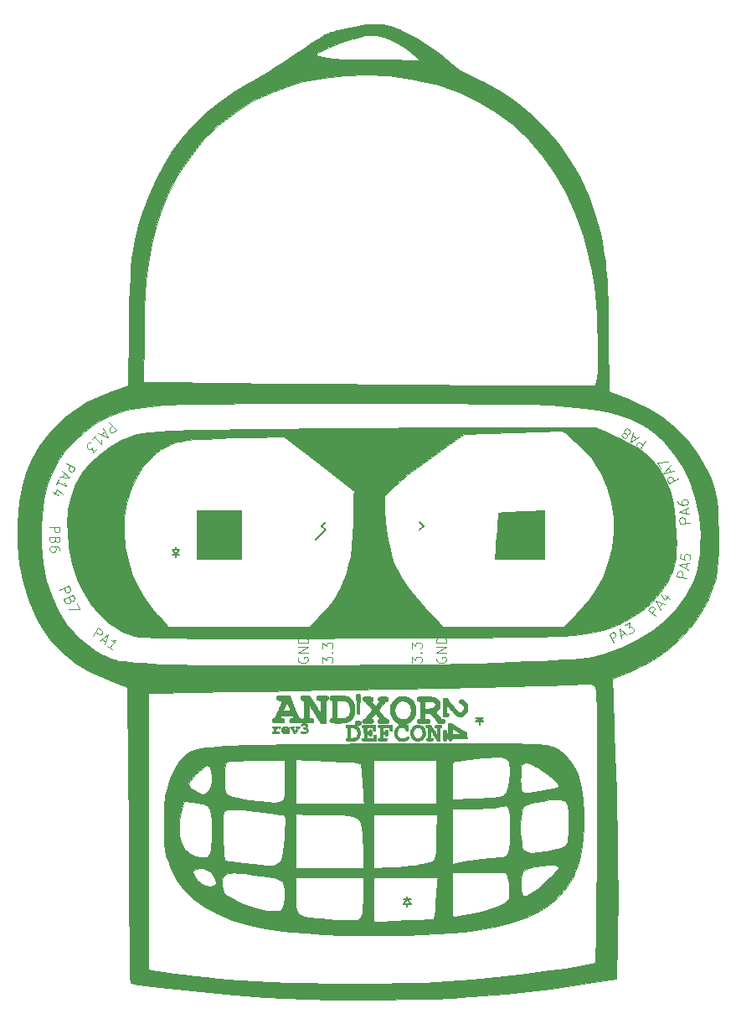
<source format=gto>
G04 #@! TF.FileFunction,Legend,Top*
%FSLAX46Y46*%
G04 Gerber Fmt 4.6, Leading zero omitted, Abs format (unit mm)*
G04 Created by KiCad (PCBNEW 4.0.2+e4-6225~38~ubuntu16.04.1-stable) date Wed 15 Jun 2016 08:19:12 PM PDT*
%MOMM*%
G01*
G04 APERTURE LIST*
%ADD10C,0.100000*%
%ADD11C,0.010000*%
%ADD12C,0.150000*%
G04 APERTURE END LIST*
D10*
X87500000Y-111261904D02*
X87452381Y-111357142D01*
X87452381Y-111499999D01*
X87500000Y-111642857D01*
X87595238Y-111738095D01*
X87690476Y-111785714D01*
X87880952Y-111833333D01*
X88023810Y-111833333D01*
X88214286Y-111785714D01*
X88309524Y-111738095D01*
X88404762Y-111642857D01*
X88452381Y-111499999D01*
X88452381Y-111404761D01*
X88404762Y-111261904D01*
X88357143Y-111214285D01*
X88023810Y-111214285D01*
X88023810Y-111404761D01*
X88452381Y-110785714D02*
X87452381Y-110785714D01*
X88452381Y-110214285D01*
X87452381Y-110214285D01*
X88452381Y-109738095D02*
X87452381Y-109738095D01*
X87452381Y-109500000D01*
X87500000Y-109357142D01*
X87595238Y-109261904D01*
X87690476Y-109214285D01*
X87880952Y-109166666D01*
X88023810Y-109166666D01*
X88214286Y-109214285D01*
X88309524Y-109261904D01*
X88404762Y-109357142D01*
X88452381Y-109500000D01*
X88452381Y-109738095D01*
X101500000Y-111261904D02*
X101452381Y-111357142D01*
X101452381Y-111499999D01*
X101500000Y-111642857D01*
X101595238Y-111738095D01*
X101690476Y-111785714D01*
X101880952Y-111833333D01*
X102023810Y-111833333D01*
X102214286Y-111785714D01*
X102309524Y-111738095D01*
X102404762Y-111642857D01*
X102452381Y-111499999D01*
X102452381Y-111404761D01*
X102404762Y-111261904D01*
X102357143Y-111214285D01*
X102023810Y-111214285D01*
X102023810Y-111404761D01*
X102452381Y-110785714D02*
X101452381Y-110785714D01*
X102452381Y-110214285D01*
X101452381Y-110214285D01*
X102452381Y-109738095D02*
X101452381Y-109738095D01*
X101452381Y-109500000D01*
X101500000Y-109357142D01*
X101595238Y-109261904D01*
X101690476Y-109214285D01*
X101880952Y-109166666D01*
X102023810Y-109166666D01*
X102214286Y-109214285D01*
X102309524Y-109261904D01*
X102404762Y-109357142D01*
X102452381Y-109500000D01*
X102452381Y-109738095D01*
X98952381Y-111797619D02*
X98952381Y-111178571D01*
X99333333Y-111511905D01*
X99333333Y-111369047D01*
X99380952Y-111273809D01*
X99428571Y-111226190D01*
X99523810Y-111178571D01*
X99761905Y-111178571D01*
X99857143Y-111226190D01*
X99904762Y-111273809D01*
X99952381Y-111369047D01*
X99952381Y-111654762D01*
X99904762Y-111750000D01*
X99857143Y-111797619D01*
X99857143Y-110750000D02*
X99904762Y-110702381D01*
X99952381Y-110750000D01*
X99904762Y-110797619D01*
X99857143Y-110750000D01*
X99952381Y-110750000D01*
X98952381Y-110369048D02*
X98952381Y-109750000D01*
X99333333Y-110083334D01*
X99333333Y-109940476D01*
X99380952Y-109845238D01*
X99428571Y-109797619D01*
X99523810Y-109750000D01*
X99761905Y-109750000D01*
X99857143Y-109797619D01*
X99904762Y-109845238D01*
X99952381Y-109940476D01*
X99952381Y-110226191D01*
X99904762Y-110321429D01*
X99857143Y-110369048D01*
X89952381Y-111797619D02*
X89952381Y-111178571D01*
X90333333Y-111511905D01*
X90333333Y-111369047D01*
X90380952Y-111273809D01*
X90428571Y-111226190D01*
X90523810Y-111178571D01*
X90761905Y-111178571D01*
X90857143Y-111226190D01*
X90904762Y-111273809D01*
X90952381Y-111369047D01*
X90952381Y-111654762D01*
X90904762Y-111750000D01*
X90857143Y-111797619D01*
X90857143Y-110750000D02*
X90904762Y-110702381D01*
X90952381Y-110750000D01*
X90904762Y-110797619D01*
X90857143Y-110750000D01*
X90952381Y-110750000D01*
X89952381Y-110369048D02*
X89952381Y-109750000D01*
X90333333Y-110083334D01*
X90333333Y-109940476D01*
X90380952Y-109845238D01*
X90428571Y-109797619D01*
X90523810Y-109750000D01*
X90761905Y-109750000D01*
X90857143Y-109797619D01*
X90904762Y-109845238D01*
X90952381Y-109940476D01*
X90952381Y-110226191D01*
X90904762Y-110321429D01*
X90857143Y-110369048D01*
X127052341Y-97622800D02*
X126056147Y-97709956D01*
X126022944Y-97330452D01*
X126062082Y-97231426D01*
X126105369Y-97179838D01*
X126196094Y-97124100D01*
X126338408Y-97111649D01*
X126437434Y-97150786D01*
X126489022Y-97194074D01*
X126544760Y-97284799D01*
X126577962Y-97664303D01*
X126684709Y-96698945D02*
X126643206Y-96224566D01*
X126977636Y-96768919D02*
X125952390Y-96524010D01*
X126919532Y-96104788D01*
X125856933Y-95432938D02*
X125873535Y-95622691D01*
X125929273Y-95713416D01*
X125980861Y-95756703D01*
X126131475Y-95839128D01*
X126325376Y-95869965D01*
X126704880Y-95836763D01*
X126795605Y-95781024D01*
X126838893Y-95729436D01*
X126878030Y-95630410D01*
X126861429Y-95440658D01*
X126805690Y-95349933D01*
X126754102Y-95306645D01*
X126655076Y-95267508D01*
X126417887Y-95288260D01*
X126327161Y-95343998D01*
X126283874Y-95395586D01*
X126244736Y-95494612D01*
X126261337Y-95684364D01*
X126317076Y-95775089D01*
X126368664Y-95818377D01*
X126467691Y-95857514D01*
X68341794Y-87518443D02*
X69048900Y-88225550D01*
X68779526Y-88494924D01*
X68678511Y-88528596D01*
X68611167Y-88528596D01*
X68510152Y-88494924D01*
X68409137Y-88393909D01*
X68375465Y-88292894D01*
X68375465Y-88225550D01*
X68409137Y-88124535D01*
X68678512Y-87855161D01*
X67870389Y-88393908D02*
X67533671Y-88730626D01*
X67735702Y-88124535D02*
X68207107Y-89067343D01*
X67264297Y-88595939D01*
X66658206Y-89202031D02*
X67062267Y-88797970D01*
X66860237Y-89000000D02*
X67567343Y-89707107D01*
X67533672Y-89538748D01*
X67533672Y-89404061D01*
X67567343Y-89303046D01*
X67129610Y-90144840D02*
X66691877Y-90582573D01*
X66658206Y-90077496D01*
X66557190Y-90178512D01*
X66456175Y-90212184D01*
X66388832Y-90212184D01*
X66287816Y-90178512D01*
X66119457Y-90010153D01*
X66085786Y-89909138D01*
X66085786Y-89841794D01*
X66119457Y-89740779D01*
X66321488Y-89538748D01*
X66422504Y-89505076D01*
X66489847Y-89505076D01*
X122615153Y-89398604D02*
X122041576Y-90217756D01*
X121729518Y-89999250D01*
X121678817Y-89905617D01*
X121667123Y-89839296D01*
X121682742Y-89733969D01*
X121764681Y-89616947D01*
X121858314Y-89566246D01*
X121924635Y-89554552D01*
X122029962Y-89570171D01*
X122342021Y-89788677D01*
X121671129Y-89086384D02*
X121281056Y-88813252D01*
X121913022Y-88906967D02*
X121066395Y-89534927D01*
X121366921Y-88524582D01*
X120649090Y-88719538D02*
X120699792Y-88813172D01*
X120711486Y-88879492D01*
X120695867Y-88984820D01*
X120668554Y-89023827D01*
X120574920Y-89074528D01*
X120508600Y-89086222D01*
X120403272Y-89070603D01*
X120247243Y-88961350D01*
X120196541Y-88867716D01*
X120184847Y-88801396D01*
X120200466Y-88696069D01*
X120227779Y-88657061D01*
X120321413Y-88606360D01*
X120387733Y-88594666D01*
X120493061Y-88610285D01*
X120649090Y-88719538D01*
X120754418Y-88735157D01*
X120820738Y-88723463D01*
X120914372Y-88672761D01*
X121023625Y-88516732D01*
X121039244Y-88411405D01*
X121027550Y-88345084D01*
X120976849Y-88251451D01*
X120820819Y-88142198D01*
X120715491Y-88126579D01*
X120649171Y-88138273D01*
X120555538Y-88188974D01*
X120446285Y-88345003D01*
X120430665Y-88450331D01*
X120442360Y-88516652D01*
X120493061Y-88610285D01*
X63984305Y-91619881D02*
X64890613Y-92042500D01*
X64729615Y-92387760D01*
X64646208Y-92453951D01*
X64582926Y-92476983D01*
X64476487Y-92479892D01*
X64347014Y-92419518D01*
X64280824Y-92336111D01*
X64257791Y-92272829D01*
X64254883Y-92166389D01*
X64415881Y-91821128D01*
X63840756Y-92603780D02*
X63639509Y-93035355D01*
X63622061Y-92396717D02*
X64387496Y-93121437D01*
X63340315Y-93000922D01*
X62978071Y-93777758D02*
X63219567Y-93259867D01*
X63098819Y-93518812D02*
X64005127Y-93941430D01*
X63915904Y-93794741D01*
X63869838Y-93668177D01*
X63866930Y-93561737D01*
X63220032Y-94836339D02*
X62615826Y-94554593D01*
X63665915Y-94781548D02*
X63119176Y-94263890D01*
X62857555Y-94824938D01*
X62347619Y-98061905D02*
X63347619Y-98061905D01*
X63347619Y-98442858D01*
X63300000Y-98538096D01*
X63252381Y-98585715D01*
X63157143Y-98633334D01*
X63014286Y-98633334D01*
X62919048Y-98585715D01*
X62871429Y-98538096D01*
X62823810Y-98442858D01*
X62823810Y-98061905D01*
X62871429Y-99395239D02*
X62823810Y-99538096D01*
X62776190Y-99585715D01*
X62680952Y-99633334D01*
X62538095Y-99633334D01*
X62442857Y-99585715D01*
X62395238Y-99538096D01*
X62347619Y-99442858D01*
X62347619Y-99061905D01*
X63347619Y-99061905D01*
X63347619Y-99395239D01*
X63300000Y-99490477D01*
X63252381Y-99538096D01*
X63157143Y-99585715D01*
X63061905Y-99585715D01*
X62966667Y-99538096D01*
X62919048Y-99490477D01*
X62871429Y-99395239D01*
X62871429Y-99061905D01*
X63347619Y-100490477D02*
X63347619Y-100300000D01*
X63300000Y-100204762D01*
X63252381Y-100157143D01*
X63109524Y-100061905D01*
X62919048Y-100014286D01*
X62538095Y-100014286D01*
X62442857Y-100061905D01*
X62395238Y-100109524D01*
X62347619Y-100204762D01*
X62347619Y-100395239D01*
X62395238Y-100490477D01*
X62442857Y-100538096D01*
X62538095Y-100585715D01*
X62776190Y-100585715D01*
X62871429Y-100538096D01*
X62919048Y-100490477D01*
X62966667Y-100395239D01*
X62966667Y-100204762D01*
X62919048Y-100109524D01*
X62871429Y-100061905D01*
X62776190Y-100014286D01*
X63366762Y-104469089D02*
X64273070Y-104046471D01*
X64434068Y-104391732D01*
X64431159Y-104498171D01*
X64408127Y-104561453D01*
X64341936Y-104644860D01*
X64212464Y-104705234D01*
X64106024Y-104702326D01*
X64042742Y-104679293D01*
X63959335Y-104613103D01*
X63798338Y-104267842D01*
X64404986Y-105456129D02*
X64422203Y-105605726D01*
X64399169Y-105669008D01*
X64332979Y-105752415D01*
X64203506Y-105812789D01*
X64097067Y-105809881D01*
X64033785Y-105786848D01*
X63950378Y-105720658D01*
X63789380Y-105375397D01*
X64695688Y-104952779D01*
X64836561Y-105254882D01*
X64833653Y-105361322D01*
X64810620Y-105424604D01*
X64744430Y-105508011D01*
X64658115Y-105548260D01*
X64551675Y-105545352D01*
X64488393Y-105522319D01*
X64404986Y-105456129D01*
X64264113Y-105154025D01*
X65078057Y-105772772D02*
X65359803Y-106376977D01*
X64272373Y-106411177D01*
X125875107Y-93184173D02*
X125009082Y-93684173D01*
X124818605Y-93354258D01*
X124812225Y-93247970D01*
X124829655Y-93182921D01*
X124888324Y-93094063D01*
X125012042Y-93022634D01*
X125118330Y-93016254D01*
X125183379Y-93033684D01*
X125272237Y-93092353D01*
X125462713Y-93422268D01*
X125151481Y-92502244D02*
X124913385Y-92089850D01*
X125446535Y-92441865D02*
X124413844Y-92653190D01*
X125113202Y-91864515D01*
X124128129Y-92158318D02*
X123794796Y-91580968D01*
X124875107Y-91452122D01*
X126742919Y-103227498D02*
X125758111Y-103053850D01*
X125824263Y-102678684D01*
X125887696Y-102593162D01*
X125942861Y-102554535D01*
X126044921Y-102524178D01*
X126185607Y-102548985D01*
X126271130Y-102612418D01*
X126309756Y-102667583D01*
X126340114Y-102769643D01*
X126273962Y-103144808D01*
X126626925Y-102239972D02*
X126709614Y-101771015D01*
X126891760Y-102383377D02*
X125964835Y-101881460D01*
X127007526Y-101726838D01*
X126163290Y-100755964D02*
X126080600Y-101224921D01*
X126541287Y-101354506D01*
X126502661Y-101299341D01*
X126472303Y-101197281D01*
X126513648Y-100962803D01*
X126577081Y-100877280D01*
X126632246Y-100838654D01*
X126734307Y-100808296D01*
X126968785Y-100849641D01*
X127054307Y-100913075D01*
X127092933Y-100968239D01*
X127123291Y-101070299D01*
X127081946Y-101304778D01*
X127018513Y-101390300D01*
X126963348Y-101428927D01*
X123596625Y-107084504D02*
X122830580Y-106441716D01*
X123075452Y-106149889D01*
X123173148Y-106107541D01*
X123240236Y-106101672D01*
X123343801Y-106126412D01*
X123453236Y-106218238D01*
X123495583Y-106315934D01*
X123501453Y-106383022D01*
X123476713Y-106486587D01*
X123231841Y-106778414D01*
X123989934Y-106171284D02*
X124296024Y-105806501D01*
X124147586Y-106427894D02*
X123595804Y-105529759D01*
X124576111Y-105917197D01*
X124555158Y-104905019D02*
X125065854Y-105333544D01*
X124110286Y-104842540D02*
X124504417Y-105484066D01*
X124902333Y-105009847D01*
X119415827Y-109775107D02*
X118915827Y-108909082D01*
X119245742Y-108718605D01*
X119352030Y-108712225D01*
X119417079Y-108729655D01*
X119505937Y-108788324D01*
X119577366Y-108912042D01*
X119583746Y-109018330D01*
X119566316Y-109083379D01*
X119507647Y-109172237D01*
X119177732Y-109362713D01*
X120097756Y-109051481D02*
X120510150Y-108813385D01*
X120158135Y-109346535D02*
X119946810Y-108313844D01*
X120735485Y-109013202D01*
X120441682Y-108028129D02*
X120977793Y-107718605D01*
X120879593Y-108215186D01*
X121003312Y-108143757D01*
X121109600Y-108137377D01*
X121174649Y-108154807D01*
X121263508Y-108213477D01*
X121382555Y-108419673D01*
X121388935Y-108525961D01*
X121371505Y-108591010D01*
X121312836Y-108679868D01*
X121065400Y-108822726D01*
X120959111Y-108829106D01*
X120894063Y-108811676D01*
X66684847Y-109101396D02*
X67258424Y-108282244D01*
X67570482Y-108500750D01*
X67621183Y-108594383D01*
X67632877Y-108660704D01*
X67617258Y-108766031D01*
X67535319Y-108883053D01*
X67441686Y-108933754D01*
X67375365Y-108945448D01*
X67270038Y-108929829D01*
X66957979Y-108711323D01*
X67628871Y-109413616D02*
X68018944Y-109686748D01*
X67386978Y-109593033D02*
X68233605Y-108965073D01*
X67933079Y-109975418D01*
X68635210Y-110467055D02*
X68167123Y-110139296D01*
X68401166Y-110303175D02*
X68974742Y-109484023D01*
X68814788Y-109546419D01*
X68682148Y-109569807D01*
X68576820Y-109554188D01*
D11*
G36*
X96010264Y-47317756D02*
X96813910Y-47498892D01*
X97669766Y-47811218D01*
X98619511Y-48263979D01*
X99649070Y-48833981D01*
X100193629Y-49157894D01*
X100686670Y-49471509D01*
X101169342Y-49805070D01*
X101682796Y-50188823D01*
X102268181Y-50653013D01*
X102966647Y-51227886D01*
X103403964Y-51593843D01*
X103829141Y-51916036D01*
X104275660Y-52199455D01*
X104644429Y-52381679D01*
X106285213Y-53107380D01*
X107921075Y-54040798D01*
X109519445Y-55154992D01*
X111047752Y-56423024D01*
X112473428Y-57817954D01*
X113763904Y-59312842D01*
X114848509Y-60821860D01*
X115905804Y-62643399D01*
X116813953Y-64608241D01*
X117551803Y-66661082D01*
X118098203Y-68746615D01*
X118305039Y-69859534D01*
X118406041Y-70529700D01*
X118491701Y-71179158D01*
X118563674Y-71836920D01*
X118623620Y-72531998D01*
X118673196Y-73293403D01*
X118714058Y-74150147D01*
X118747865Y-75131243D01*
X118776273Y-76265701D01*
X118800942Y-77582533D01*
X118820384Y-78879775D01*
X118895814Y-84355830D01*
X120431628Y-84991921D01*
X121064679Y-85259709D01*
X121688792Y-85533488D01*
X122236571Y-85783086D01*
X122640620Y-85978336D01*
X122676279Y-85996698D01*
X124205953Y-86923877D01*
X125596946Y-88037170D01*
X126835518Y-89322148D01*
X127907925Y-90764379D01*
X128800427Y-92349432D01*
X128874844Y-92505820D01*
X129183818Y-93216323D01*
X129430124Y-93912369D01*
X129619944Y-94632560D01*
X129759461Y-95415494D01*
X129854858Y-96299770D01*
X129912317Y-97323989D01*
X129938022Y-98526749D01*
X129940891Y-99161238D01*
X129929013Y-100426774D01*
X129886569Y-101497554D01*
X129805128Y-102414061D01*
X129676260Y-103216781D01*
X129491532Y-103946197D01*
X129242513Y-104642793D01*
X128920771Y-105347053D01*
X128517875Y-106099462D01*
X128483126Y-106160766D01*
X127470867Y-107724464D01*
X126311576Y-109107912D01*
X124991348Y-110326064D01*
X123798605Y-111199118D01*
X123146083Y-111609642D01*
X122491374Y-111974326D01*
X121769074Y-112326252D01*
X120913776Y-112698506D01*
X120490698Y-112872301D01*
X119250233Y-113375114D01*
X119281073Y-115127092D01*
X119293936Y-115676046D01*
X119316064Y-116417543D01*
X119345905Y-117308093D01*
X119381909Y-118304208D01*
X119422525Y-119362397D01*
X119466203Y-120439172D01*
X119493102Y-121073023D01*
X119559231Y-122780783D01*
X119617324Y-124636667D01*
X119666865Y-126598703D01*
X119707337Y-128624919D01*
X119738222Y-130673342D01*
X119759006Y-132702000D01*
X119769170Y-134668921D01*
X119768199Y-136532134D01*
X119755575Y-138249665D01*
X119730782Y-139779543D01*
X119725971Y-139990673D01*
X119637171Y-143727394D01*
X117376260Y-144095378D01*
X113020661Y-144726968D01*
X108490596Y-145233287D01*
X103813808Y-145611288D01*
X103242326Y-145647988D01*
X102533852Y-145683629D01*
X101624104Y-145715902D01*
X100548066Y-145744540D01*
X99340721Y-145769276D01*
X98037055Y-145789841D01*
X96672050Y-145805969D01*
X95280692Y-145817392D01*
X93897965Y-145823843D01*
X92558852Y-145825055D01*
X91298339Y-145820760D01*
X90151408Y-145810691D01*
X89153045Y-145794581D01*
X88338233Y-145772162D01*
X88120465Y-145763546D01*
X84138010Y-145547752D01*
X80079183Y-145241940D01*
X76779070Y-144934105D01*
X76013863Y-144853909D01*
X75190314Y-144762181D01*
X74341724Y-144663188D01*
X73501398Y-144561199D01*
X72702640Y-144460480D01*
X71978752Y-144365298D01*
X71363038Y-144279921D01*
X70888801Y-144208617D01*
X70589345Y-144155652D01*
X70497923Y-144129274D01*
X70487328Y-144003612D01*
X70475616Y-143655866D01*
X70462954Y-143100228D01*
X70449512Y-142350892D01*
X70435456Y-141422048D01*
X70420955Y-140327888D01*
X70406177Y-139082606D01*
X70391290Y-137700392D01*
X70376463Y-136195439D01*
X70361864Y-134581938D01*
X70347660Y-132874083D01*
X70334020Y-131086065D01*
X70321112Y-129232075D01*
X70320713Y-129171868D01*
X70225990Y-114846660D01*
X72289767Y-114846660D01*
X72289767Y-142791924D01*
X72614651Y-142858215D01*
X73180364Y-142959014D01*
X73942504Y-143073003D01*
X74861878Y-143195747D01*
X75899292Y-143322811D01*
X77015553Y-143449760D01*
X78171467Y-143572158D01*
X79327841Y-143685572D01*
X80445481Y-143785564D01*
X81485193Y-143867702D01*
X81622791Y-143877558D01*
X83097091Y-143968017D01*
X84753950Y-144045754D01*
X86549909Y-144110231D01*
X88441512Y-144160906D01*
X90385301Y-144197238D01*
X92337819Y-144218688D01*
X94255608Y-144224715D01*
X96095211Y-144214779D01*
X97813171Y-144188339D01*
X99366030Y-144144854D01*
X100229767Y-144108956D01*
X102614455Y-143971192D01*
X105060943Y-143785842D01*
X107519146Y-143558350D01*
X109938974Y-143294160D01*
X112270340Y-142998714D01*
X114463155Y-142677457D01*
X116355814Y-142356348D01*
X117478140Y-142150896D01*
X117557716Y-140797308D01*
X117572219Y-140436388D01*
X117586007Y-139871489D01*
X117599036Y-139121909D01*
X117611260Y-138206949D01*
X117622632Y-137145909D01*
X117633108Y-135958087D01*
X117642642Y-134662784D01*
X117651188Y-133279298D01*
X117658700Y-131826930D01*
X117665133Y-130324979D01*
X117670440Y-128792745D01*
X117674578Y-127249528D01*
X117677498Y-125714626D01*
X117679157Y-124207339D01*
X117679508Y-122746967D01*
X117678506Y-121352810D01*
X117676105Y-120044167D01*
X117672260Y-118840338D01*
X117666924Y-117760622D01*
X117660052Y-116824319D01*
X117651598Y-116050729D01*
X117641517Y-115459150D01*
X117629763Y-115068883D01*
X117618964Y-114913444D01*
X117569488Y-114568405D01*
X117512679Y-114309682D01*
X117417529Y-114126539D01*
X117253034Y-114008236D01*
X116988186Y-113944033D01*
X116591980Y-113923194D01*
X116033410Y-113934979D01*
X115281469Y-113968649D01*
X114938140Y-113984969D01*
X114148562Y-114019470D01*
X113237101Y-114054351D01*
X112196937Y-114089753D01*
X111021250Y-114125818D01*
X109703220Y-114162688D01*
X108236028Y-114200505D01*
X106612852Y-114239410D01*
X104826874Y-114279547D01*
X102871273Y-114321055D01*
X100739230Y-114364078D01*
X98423924Y-114408757D01*
X95918536Y-114455233D01*
X93216246Y-114503650D01*
X90310233Y-114554148D01*
X87193679Y-114606870D01*
X83859762Y-114661957D01*
X80301664Y-114719552D01*
X77399302Y-114765785D01*
X72289767Y-114846660D01*
X70225990Y-114846660D01*
X70222326Y-114292574D01*
X68686512Y-113687039D01*
X68058727Y-113433912D01*
X67447366Y-113177553D01*
X66917784Y-112945984D01*
X66535334Y-112767229D01*
X66500930Y-112749892D01*
X64987696Y-111857688D01*
X63657782Y-110817753D01*
X62506573Y-109625565D01*
X61529455Y-108276601D01*
X61017366Y-107375664D01*
X60250932Y-105641507D01*
X59673717Y-103785123D01*
X59288235Y-101829091D01*
X59097000Y-99795991D01*
X59102049Y-97887961D01*
X61462467Y-97887961D01*
X61465056Y-99857984D01*
X61649108Y-101728227D01*
X62010305Y-103485940D01*
X62544331Y-105118373D01*
X63246867Y-106612773D01*
X64113597Y-107956390D01*
X65140203Y-109136473D01*
X65334412Y-109323757D01*
X66087420Y-109972336D01*
X66866305Y-110511481D01*
X67761386Y-111001442D01*
X68075340Y-111152185D01*
X68533117Y-111355471D01*
X68931154Y-111498081D01*
X69344214Y-111598346D01*
X69847061Y-111674600D01*
X70480184Y-111741900D01*
X71060956Y-111790229D01*
X71811947Y-111841714D01*
X72667203Y-111892445D01*
X73560768Y-111938514D01*
X74426688Y-111976014D01*
X74437858Y-111976442D01*
X75003886Y-111992484D01*
X75785755Y-112006090D01*
X76763041Y-112017331D01*
X77915320Y-112026279D01*
X79222168Y-112033007D01*
X80663160Y-112037585D01*
X82217872Y-112040085D01*
X83865880Y-112040578D01*
X85586759Y-112039138D01*
X87360086Y-112035834D01*
X89165436Y-112030738D01*
X90982384Y-112023923D01*
X92790507Y-112015459D01*
X94569380Y-112005419D01*
X96298578Y-111993874D01*
X97957678Y-111980896D01*
X99526256Y-111966556D01*
X100983886Y-111950926D01*
X102310146Y-111934077D01*
X103484609Y-111916081D01*
X104486853Y-111897010D01*
X105296453Y-111876936D01*
X105605116Y-111867157D01*
X107543294Y-111798884D01*
X109262652Y-111735481D01*
X110780553Y-111675025D01*
X112114358Y-111615591D01*
X113281429Y-111555254D01*
X114299129Y-111492089D01*
X115184818Y-111424174D01*
X115955860Y-111349582D01*
X116629616Y-111266390D01*
X117223448Y-111172674D01*
X117754717Y-111066508D01*
X118240786Y-110945969D01*
X118699017Y-110809132D01*
X119146772Y-110654073D01*
X119601412Y-110478867D01*
X120080299Y-110281590D01*
X120141068Y-110255984D01*
X121820993Y-109444087D01*
X123321592Y-108505092D01*
X124635819Y-107446199D01*
X125756626Y-106274611D01*
X126676968Y-104997532D01*
X127389799Y-103622162D01*
X127819985Y-102406976D01*
X127972322Y-101690955D01*
X128079882Y-100810718D01*
X128140300Y-99834490D01*
X128151211Y-98830496D01*
X128110248Y-97866961D01*
X128015048Y-97012112D01*
X128008445Y-96971153D01*
X127622567Y-95165612D01*
X127081634Y-93528235D01*
X126377410Y-92042059D01*
X125501658Y-90690119D01*
X124446142Y-89455452D01*
X124275413Y-89282902D01*
X123562237Y-88629812D01*
X122813575Y-88061110D01*
X122007433Y-87570004D01*
X121121815Y-87149703D01*
X120134729Y-86793415D01*
X119024180Y-86494347D01*
X117768173Y-86245707D01*
X116344715Y-86040704D01*
X114731811Y-85872545D01*
X112907467Y-85734439D01*
X112752558Y-85724538D01*
X112264236Y-85701634D01*
X111563609Y-85680479D01*
X110667478Y-85661071D01*
X109592645Y-85643407D01*
X108355912Y-85627485D01*
X106974081Y-85613302D01*
X105463953Y-85600857D01*
X103842330Y-85590147D01*
X102126015Y-85581171D01*
X100331810Y-85573925D01*
X98476515Y-85568408D01*
X96576932Y-85564617D01*
X94649865Y-85562551D01*
X92712114Y-85562206D01*
X90780481Y-85563582D01*
X88871768Y-85566675D01*
X87002778Y-85571483D01*
X85190311Y-85578004D01*
X83451169Y-85586236D01*
X81802156Y-85596177D01*
X80260071Y-85607824D01*
X78841718Y-85621175D01*
X77563898Y-85636229D01*
X76443413Y-85652982D01*
X75497064Y-85671433D01*
X74741654Y-85691579D01*
X74193984Y-85713418D01*
X73943721Y-85729668D01*
X72475084Y-85875223D01*
X71207075Y-86049152D01*
X70104484Y-86265415D01*
X69132098Y-86537972D01*
X68254708Y-86880781D01*
X67437103Y-87307803D01*
X66644071Y-87832998D01*
X65840402Y-88470325D01*
X64990885Y-89233744D01*
X64907933Y-89311994D01*
X63952897Y-90325753D01*
X63167568Y-91408597D01*
X62541979Y-92585336D01*
X62066161Y-93880783D01*
X61730146Y-95319747D01*
X61523966Y-96927041D01*
X61462467Y-97887961D01*
X59102049Y-97887961D01*
X59102525Y-97708401D01*
X59307323Y-95588901D01*
X59550245Y-94196279D01*
X59963615Y-92618478D01*
X60531312Y-91196349D01*
X61274006Y-89890723D01*
X62212364Y-88662429D01*
X62814011Y-88011086D01*
X63856788Y-87030298D01*
X64928844Y-86199541D01*
X66080769Y-85487808D01*
X67363155Y-84864089D01*
X68826592Y-84297376D01*
X68933473Y-84260297D01*
X70243691Y-83808708D01*
X70248589Y-83475742D01*
X71789485Y-83475742D01*
X81756603Y-83553192D01*
X83586216Y-83567644D01*
X85603638Y-83583999D01*
X87760414Y-83601841D01*
X90008084Y-83620754D01*
X92298193Y-83640323D01*
X94582281Y-83660132D01*
X96811892Y-83679764D01*
X98938567Y-83698805D01*
X100913851Y-83716838D01*
X101942791Y-83726407D01*
X103551076Y-83741048D01*
X105145425Y-83754740D01*
X106702407Y-83767330D01*
X108198594Y-83778664D01*
X109610557Y-83788587D01*
X110914868Y-83796946D01*
X112088098Y-83803586D01*
X113106818Y-83808353D01*
X113947600Y-83811094D01*
X114587014Y-83811653D01*
X114819555Y-83811086D01*
X117477250Y-83800000D01*
X117635820Y-83327441D01*
X117682368Y-83135894D01*
X117717272Y-82858198D01*
X117741126Y-82469779D01*
X117754526Y-81946063D01*
X117758067Y-81262477D01*
X117752344Y-80394448D01*
X117737953Y-79317401D01*
X117735985Y-79192558D01*
X117706830Y-77805572D01*
X117664068Y-76608336D01*
X117603116Y-75554492D01*
X117519389Y-74597682D01*
X117408306Y-73691549D01*
X117265282Y-72789735D01*
X117085736Y-71845883D01*
X116942385Y-71165334D01*
X116308642Y-68716614D01*
X115505509Y-66418591D01*
X114537352Y-64276152D01*
X113408540Y-62294186D01*
X112123440Y-60477579D01*
X110686420Y-58831221D01*
X109101847Y-57359998D01*
X107374090Y-56068798D01*
X105507515Y-54962510D01*
X103506490Y-54046021D01*
X101375383Y-53324219D01*
X100879535Y-53189437D01*
X98806627Y-52752160D01*
X96635367Y-52483847D01*
X94413897Y-52383855D01*
X92190362Y-52451537D01*
X90012904Y-52686249D01*
X87929668Y-53087346D01*
X86845430Y-53377466D01*
X84803521Y-54103562D01*
X82883552Y-55028682D01*
X81093543Y-56144849D01*
X79441516Y-57444085D01*
X77935489Y-58918413D01*
X76583484Y-60559855D01*
X75393521Y-62360432D01*
X74373620Y-64312169D01*
X73531801Y-66407085D01*
X73422819Y-66728837D01*
X73086116Y-67797915D01*
X72799930Y-68829746D01*
X72560205Y-69855746D01*
X72362884Y-70907332D01*
X72203907Y-72015919D01*
X72079218Y-73212923D01*
X71984758Y-74529760D01*
X71916471Y-75997846D01*
X71870298Y-77648596D01*
X71849187Y-78912289D01*
X71789485Y-83475742D01*
X70248589Y-83475742D01*
X70320235Y-78606214D01*
X70349775Y-76886626D01*
X70385874Y-75379040D01*
X70430686Y-74059218D01*
X70486365Y-72902925D01*
X70555065Y-71885925D01*
X70638939Y-70983980D01*
X70740142Y-70172855D01*
X70860828Y-69428313D01*
X71003151Y-68726117D01*
X71169264Y-68042032D01*
X71302321Y-67555814D01*
X71784861Y-66060232D01*
X72385022Y-64520009D01*
X73071341Y-63004351D01*
X73812356Y-61582466D01*
X74576604Y-60323561D01*
X74619506Y-60259201D01*
X75693312Y-58779389D01*
X76837581Y-57452883D01*
X78086558Y-56249171D01*
X79474485Y-55137739D01*
X81035605Y-54088075D01*
X82506527Y-53231393D01*
X83000106Y-52947751D01*
X83648701Y-52555954D01*
X84412298Y-52081230D01*
X85250881Y-51548806D01*
X86124437Y-50983909D01*
X86992950Y-50411766D01*
X87194598Y-50277180D01*
X89331331Y-50277180D01*
X89359829Y-50405613D01*
X89543075Y-50516523D01*
X89891072Y-50610782D01*
X90413822Y-50689259D01*
X91121328Y-50752826D01*
X92023595Y-50802354D01*
X93130623Y-50838713D01*
X94452418Y-50862774D01*
X95998981Y-50875408D01*
X96213023Y-50876242D01*
X99757209Y-50888537D01*
X99343721Y-50529170D01*
X98270619Y-49673790D01*
X97264684Y-49035291D01*
X96312873Y-48608308D01*
X95402142Y-48387472D01*
X94519449Y-48367419D01*
X94194079Y-48410380D01*
X93689604Y-48521409D01*
X93085109Y-48690719D01*
X92419879Y-48903227D01*
X91733202Y-49143852D01*
X91064365Y-49397510D01*
X90452657Y-49649120D01*
X89937363Y-49883599D01*
X89557772Y-50085866D01*
X89353171Y-50240836D01*
X89331331Y-50277180D01*
X87194598Y-50277180D01*
X87232108Y-50252145D01*
X88112327Y-49663734D01*
X88822650Y-49192727D01*
X89389098Y-48824456D01*
X89837697Y-48544252D01*
X90194470Y-48337448D01*
X90485440Y-48189375D01*
X90736630Y-48085365D01*
X90974064Y-48010750D01*
X91223766Y-47950862D01*
X91369302Y-47920217D01*
X91927867Y-47803683D01*
X92600650Y-47661249D01*
X93271082Y-47517646D01*
X93495814Y-47469037D01*
X94392894Y-47312074D01*
X95217152Y-47258565D01*
X96010264Y-47317756D01*
X96010264Y-47317756D01*
G37*
X96010264Y-47317756D02*
X96813910Y-47498892D01*
X97669766Y-47811218D01*
X98619511Y-48263979D01*
X99649070Y-48833981D01*
X100193629Y-49157894D01*
X100686670Y-49471509D01*
X101169342Y-49805070D01*
X101682796Y-50188823D01*
X102268181Y-50653013D01*
X102966647Y-51227886D01*
X103403964Y-51593843D01*
X103829141Y-51916036D01*
X104275660Y-52199455D01*
X104644429Y-52381679D01*
X106285213Y-53107380D01*
X107921075Y-54040798D01*
X109519445Y-55154992D01*
X111047752Y-56423024D01*
X112473428Y-57817954D01*
X113763904Y-59312842D01*
X114848509Y-60821860D01*
X115905804Y-62643399D01*
X116813953Y-64608241D01*
X117551803Y-66661082D01*
X118098203Y-68746615D01*
X118305039Y-69859534D01*
X118406041Y-70529700D01*
X118491701Y-71179158D01*
X118563674Y-71836920D01*
X118623620Y-72531998D01*
X118673196Y-73293403D01*
X118714058Y-74150147D01*
X118747865Y-75131243D01*
X118776273Y-76265701D01*
X118800942Y-77582533D01*
X118820384Y-78879775D01*
X118895814Y-84355830D01*
X120431628Y-84991921D01*
X121064679Y-85259709D01*
X121688792Y-85533488D01*
X122236571Y-85783086D01*
X122640620Y-85978336D01*
X122676279Y-85996698D01*
X124205953Y-86923877D01*
X125596946Y-88037170D01*
X126835518Y-89322148D01*
X127907925Y-90764379D01*
X128800427Y-92349432D01*
X128874844Y-92505820D01*
X129183818Y-93216323D01*
X129430124Y-93912369D01*
X129619944Y-94632560D01*
X129759461Y-95415494D01*
X129854858Y-96299770D01*
X129912317Y-97323989D01*
X129938022Y-98526749D01*
X129940891Y-99161238D01*
X129929013Y-100426774D01*
X129886569Y-101497554D01*
X129805128Y-102414061D01*
X129676260Y-103216781D01*
X129491532Y-103946197D01*
X129242513Y-104642793D01*
X128920771Y-105347053D01*
X128517875Y-106099462D01*
X128483126Y-106160766D01*
X127470867Y-107724464D01*
X126311576Y-109107912D01*
X124991348Y-110326064D01*
X123798605Y-111199118D01*
X123146083Y-111609642D01*
X122491374Y-111974326D01*
X121769074Y-112326252D01*
X120913776Y-112698506D01*
X120490698Y-112872301D01*
X119250233Y-113375114D01*
X119281073Y-115127092D01*
X119293936Y-115676046D01*
X119316064Y-116417543D01*
X119345905Y-117308093D01*
X119381909Y-118304208D01*
X119422525Y-119362397D01*
X119466203Y-120439172D01*
X119493102Y-121073023D01*
X119559231Y-122780783D01*
X119617324Y-124636667D01*
X119666865Y-126598703D01*
X119707337Y-128624919D01*
X119738222Y-130673342D01*
X119759006Y-132702000D01*
X119769170Y-134668921D01*
X119768199Y-136532134D01*
X119755575Y-138249665D01*
X119730782Y-139779543D01*
X119725971Y-139990673D01*
X119637171Y-143727394D01*
X117376260Y-144095378D01*
X113020661Y-144726968D01*
X108490596Y-145233287D01*
X103813808Y-145611288D01*
X103242326Y-145647988D01*
X102533852Y-145683629D01*
X101624104Y-145715902D01*
X100548066Y-145744540D01*
X99340721Y-145769276D01*
X98037055Y-145789841D01*
X96672050Y-145805969D01*
X95280692Y-145817392D01*
X93897965Y-145823843D01*
X92558852Y-145825055D01*
X91298339Y-145820760D01*
X90151408Y-145810691D01*
X89153045Y-145794581D01*
X88338233Y-145772162D01*
X88120465Y-145763546D01*
X84138010Y-145547752D01*
X80079183Y-145241940D01*
X76779070Y-144934105D01*
X76013863Y-144853909D01*
X75190314Y-144762181D01*
X74341724Y-144663188D01*
X73501398Y-144561199D01*
X72702640Y-144460480D01*
X71978752Y-144365298D01*
X71363038Y-144279921D01*
X70888801Y-144208617D01*
X70589345Y-144155652D01*
X70497923Y-144129274D01*
X70487328Y-144003612D01*
X70475616Y-143655866D01*
X70462954Y-143100228D01*
X70449512Y-142350892D01*
X70435456Y-141422048D01*
X70420955Y-140327888D01*
X70406177Y-139082606D01*
X70391290Y-137700392D01*
X70376463Y-136195439D01*
X70361864Y-134581938D01*
X70347660Y-132874083D01*
X70334020Y-131086065D01*
X70321112Y-129232075D01*
X70320713Y-129171868D01*
X70225990Y-114846660D01*
X72289767Y-114846660D01*
X72289767Y-142791924D01*
X72614651Y-142858215D01*
X73180364Y-142959014D01*
X73942504Y-143073003D01*
X74861878Y-143195747D01*
X75899292Y-143322811D01*
X77015553Y-143449760D01*
X78171467Y-143572158D01*
X79327841Y-143685572D01*
X80445481Y-143785564D01*
X81485193Y-143867702D01*
X81622791Y-143877558D01*
X83097091Y-143968017D01*
X84753950Y-144045754D01*
X86549909Y-144110231D01*
X88441512Y-144160906D01*
X90385301Y-144197238D01*
X92337819Y-144218688D01*
X94255608Y-144224715D01*
X96095211Y-144214779D01*
X97813171Y-144188339D01*
X99366030Y-144144854D01*
X100229767Y-144108956D01*
X102614455Y-143971192D01*
X105060943Y-143785842D01*
X107519146Y-143558350D01*
X109938974Y-143294160D01*
X112270340Y-142998714D01*
X114463155Y-142677457D01*
X116355814Y-142356348D01*
X117478140Y-142150896D01*
X117557716Y-140797308D01*
X117572219Y-140436388D01*
X117586007Y-139871489D01*
X117599036Y-139121909D01*
X117611260Y-138206949D01*
X117622632Y-137145909D01*
X117633108Y-135958087D01*
X117642642Y-134662784D01*
X117651188Y-133279298D01*
X117658700Y-131826930D01*
X117665133Y-130324979D01*
X117670440Y-128792745D01*
X117674578Y-127249528D01*
X117677498Y-125714626D01*
X117679157Y-124207339D01*
X117679508Y-122746967D01*
X117678506Y-121352810D01*
X117676105Y-120044167D01*
X117672260Y-118840338D01*
X117666924Y-117760622D01*
X117660052Y-116824319D01*
X117651598Y-116050729D01*
X117641517Y-115459150D01*
X117629763Y-115068883D01*
X117618964Y-114913444D01*
X117569488Y-114568405D01*
X117512679Y-114309682D01*
X117417529Y-114126539D01*
X117253034Y-114008236D01*
X116988186Y-113944033D01*
X116591980Y-113923194D01*
X116033410Y-113934979D01*
X115281469Y-113968649D01*
X114938140Y-113984969D01*
X114148562Y-114019470D01*
X113237101Y-114054351D01*
X112196937Y-114089753D01*
X111021250Y-114125818D01*
X109703220Y-114162688D01*
X108236028Y-114200505D01*
X106612852Y-114239410D01*
X104826874Y-114279547D01*
X102871273Y-114321055D01*
X100739230Y-114364078D01*
X98423924Y-114408757D01*
X95918536Y-114455233D01*
X93216246Y-114503650D01*
X90310233Y-114554148D01*
X87193679Y-114606870D01*
X83859762Y-114661957D01*
X80301664Y-114719552D01*
X77399302Y-114765785D01*
X72289767Y-114846660D01*
X70225990Y-114846660D01*
X70222326Y-114292574D01*
X68686512Y-113687039D01*
X68058727Y-113433912D01*
X67447366Y-113177553D01*
X66917784Y-112945984D01*
X66535334Y-112767229D01*
X66500930Y-112749892D01*
X64987696Y-111857688D01*
X63657782Y-110817753D01*
X62506573Y-109625565D01*
X61529455Y-108276601D01*
X61017366Y-107375664D01*
X60250932Y-105641507D01*
X59673717Y-103785123D01*
X59288235Y-101829091D01*
X59097000Y-99795991D01*
X59102049Y-97887961D01*
X61462467Y-97887961D01*
X61465056Y-99857984D01*
X61649108Y-101728227D01*
X62010305Y-103485940D01*
X62544331Y-105118373D01*
X63246867Y-106612773D01*
X64113597Y-107956390D01*
X65140203Y-109136473D01*
X65334412Y-109323757D01*
X66087420Y-109972336D01*
X66866305Y-110511481D01*
X67761386Y-111001442D01*
X68075340Y-111152185D01*
X68533117Y-111355471D01*
X68931154Y-111498081D01*
X69344214Y-111598346D01*
X69847061Y-111674600D01*
X70480184Y-111741900D01*
X71060956Y-111790229D01*
X71811947Y-111841714D01*
X72667203Y-111892445D01*
X73560768Y-111938514D01*
X74426688Y-111976014D01*
X74437858Y-111976442D01*
X75003886Y-111992484D01*
X75785755Y-112006090D01*
X76763041Y-112017331D01*
X77915320Y-112026279D01*
X79222168Y-112033007D01*
X80663160Y-112037585D01*
X82217872Y-112040085D01*
X83865880Y-112040578D01*
X85586759Y-112039138D01*
X87360086Y-112035834D01*
X89165436Y-112030738D01*
X90982384Y-112023923D01*
X92790507Y-112015459D01*
X94569380Y-112005419D01*
X96298578Y-111993874D01*
X97957678Y-111980896D01*
X99526256Y-111966556D01*
X100983886Y-111950926D01*
X102310146Y-111934077D01*
X103484609Y-111916081D01*
X104486853Y-111897010D01*
X105296453Y-111876936D01*
X105605116Y-111867157D01*
X107543294Y-111798884D01*
X109262652Y-111735481D01*
X110780553Y-111675025D01*
X112114358Y-111615591D01*
X113281429Y-111555254D01*
X114299129Y-111492089D01*
X115184818Y-111424174D01*
X115955860Y-111349582D01*
X116629616Y-111266390D01*
X117223448Y-111172674D01*
X117754717Y-111066508D01*
X118240786Y-110945969D01*
X118699017Y-110809132D01*
X119146772Y-110654073D01*
X119601412Y-110478867D01*
X120080299Y-110281590D01*
X120141068Y-110255984D01*
X121820993Y-109444087D01*
X123321592Y-108505092D01*
X124635819Y-107446199D01*
X125756626Y-106274611D01*
X126676968Y-104997532D01*
X127389799Y-103622162D01*
X127819985Y-102406976D01*
X127972322Y-101690955D01*
X128079882Y-100810718D01*
X128140300Y-99834490D01*
X128151211Y-98830496D01*
X128110248Y-97866961D01*
X128015048Y-97012112D01*
X128008445Y-96971153D01*
X127622567Y-95165612D01*
X127081634Y-93528235D01*
X126377410Y-92042059D01*
X125501658Y-90690119D01*
X124446142Y-89455452D01*
X124275413Y-89282902D01*
X123562237Y-88629812D01*
X122813575Y-88061110D01*
X122007433Y-87570004D01*
X121121815Y-87149703D01*
X120134729Y-86793415D01*
X119024180Y-86494347D01*
X117768173Y-86245707D01*
X116344715Y-86040704D01*
X114731811Y-85872545D01*
X112907467Y-85734439D01*
X112752558Y-85724538D01*
X112264236Y-85701634D01*
X111563609Y-85680479D01*
X110667478Y-85661071D01*
X109592645Y-85643407D01*
X108355912Y-85627485D01*
X106974081Y-85613302D01*
X105463953Y-85600857D01*
X103842330Y-85590147D01*
X102126015Y-85581171D01*
X100331810Y-85573925D01*
X98476515Y-85568408D01*
X96576932Y-85564617D01*
X94649865Y-85562551D01*
X92712114Y-85562206D01*
X90780481Y-85563582D01*
X88871768Y-85566675D01*
X87002778Y-85571483D01*
X85190311Y-85578004D01*
X83451169Y-85586236D01*
X81802156Y-85596177D01*
X80260071Y-85607824D01*
X78841718Y-85621175D01*
X77563898Y-85636229D01*
X76443413Y-85652982D01*
X75497064Y-85671433D01*
X74741654Y-85691579D01*
X74193984Y-85713418D01*
X73943721Y-85729668D01*
X72475084Y-85875223D01*
X71207075Y-86049152D01*
X70104484Y-86265415D01*
X69132098Y-86537972D01*
X68254708Y-86880781D01*
X67437103Y-87307803D01*
X66644071Y-87832998D01*
X65840402Y-88470325D01*
X64990885Y-89233744D01*
X64907933Y-89311994D01*
X63952897Y-90325753D01*
X63167568Y-91408597D01*
X62541979Y-92585336D01*
X62066161Y-93880783D01*
X61730146Y-95319747D01*
X61523966Y-96927041D01*
X61462467Y-97887961D01*
X59102049Y-97887961D01*
X59102525Y-97708401D01*
X59307323Y-95588901D01*
X59550245Y-94196279D01*
X59963615Y-92618478D01*
X60531312Y-91196349D01*
X61274006Y-89890723D01*
X62212364Y-88662429D01*
X62814011Y-88011086D01*
X63856788Y-87030298D01*
X64928844Y-86199541D01*
X66080769Y-85487808D01*
X67363155Y-84864089D01*
X68826592Y-84297376D01*
X68933473Y-84260297D01*
X70243691Y-83808708D01*
X70248589Y-83475742D01*
X71789485Y-83475742D01*
X81756603Y-83553192D01*
X83586216Y-83567644D01*
X85603638Y-83583999D01*
X87760414Y-83601841D01*
X90008084Y-83620754D01*
X92298193Y-83640323D01*
X94582281Y-83660132D01*
X96811892Y-83679764D01*
X98938567Y-83698805D01*
X100913851Y-83716838D01*
X101942791Y-83726407D01*
X103551076Y-83741048D01*
X105145425Y-83754740D01*
X106702407Y-83767330D01*
X108198594Y-83778664D01*
X109610557Y-83788587D01*
X110914868Y-83796946D01*
X112088098Y-83803586D01*
X113106818Y-83808353D01*
X113947600Y-83811094D01*
X114587014Y-83811653D01*
X114819555Y-83811086D01*
X117477250Y-83800000D01*
X117635820Y-83327441D01*
X117682368Y-83135894D01*
X117717272Y-82858198D01*
X117741126Y-82469779D01*
X117754526Y-81946063D01*
X117758067Y-81262477D01*
X117752344Y-80394448D01*
X117737953Y-79317401D01*
X117735985Y-79192558D01*
X117706830Y-77805572D01*
X117664068Y-76608336D01*
X117603116Y-75554492D01*
X117519389Y-74597682D01*
X117408306Y-73691549D01*
X117265282Y-72789735D01*
X117085736Y-71845883D01*
X116942385Y-71165334D01*
X116308642Y-68716614D01*
X115505509Y-66418591D01*
X114537352Y-64276152D01*
X113408540Y-62294186D01*
X112123440Y-60477579D01*
X110686420Y-58831221D01*
X109101847Y-57359998D01*
X107374090Y-56068798D01*
X105507515Y-54962510D01*
X103506490Y-54046021D01*
X101375383Y-53324219D01*
X100879535Y-53189437D01*
X98806627Y-52752160D01*
X96635367Y-52483847D01*
X94413897Y-52383855D01*
X92190362Y-52451537D01*
X90012904Y-52686249D01*
X87929668Y-53087346D01*
X86845430Y-53377466D01*
X84803521Y-54103562D01*
X82883552Y-55028682D01*
X81093543Y-56144849D01*
X79441516Y-57444085D01*
X77935489Y-58918413D01*
X76583484Y-60559855D01*
X75393521Y-62360432D01*
X74373620Y-64312169D01*
X73531801Y-66407085D01*
X73422819Y-66728837D01*
X73086116Y-67797915D01*
X72799930Y-68829746D01*
X72560205Y-69855746D01*
X72362884Y-70907332D01*
X72203907Y-72015919D01*
X72079218Y-73212923D01*
X71984758Y-74529760D01*
X71916471Y-75997846D01*
X71870298Y-77648596D01*
X71849187Y-78912289D01*
X71789485Y-83475742D01*
X70248589Y-83475742D01*
X70320235Y-78606214D01*
X70349775Y-76886626D01*
X70385874Y-75379040D01*
X70430686Y-74059218D01*
X70486365Y-72902925D01*
X70555065Y-71885925D01*
X70638939Y-70983980D01*
X70740142Y-70172855D01*
X70860828Y-69428313D01*
X71003151Y-68726117D01*
X71169264Y-68042032D01*
X71302321Y-67555814D01*
X71784861Y-66060232D01*
X72385022Y-64520009D01*
X73071341Y-63004351D01*
X73812356Y-61582466D01*
X74576604Y-60323561D01*
X74619506Y-60259201D01*
X75693312Y-58779389D01*
X76837581Y-57452883D01*
X78086558Y-56249171D01*
X79474485Y-55137739D01*
X81035605Y-54088075D01*
X82506527Y-53231393D01*
X83000106Y-52947751D01*
X83648701Y-52555954D01*
X84412298Y-52081230D01*
X85250881Y-51548806D01*
X86124437Y-50983909D01*
X86992950Y-50411766D01*
X87194598Y-50277180D01*
X89331331Y-50277180D01*
X89359829Y-50405613D01*
X89543075Y-50516523D01*
X89891072Y-50610782D01*
X90413822Y-50689259D01*
X91121328Y-50752826D01*
X92023595Y-50802354D01*
X93130623Y-50838713D01*
X94452418Y-50862774D01*
X95998981Y-50875408D01*
X96213023Y-50876242D01*
X99757209Y-50888537D01*
X99343721Y-50529170D01*
X98270619Y-49673790D01*
X97264684Y-49035291D01*
X96312873Y-48608308D01*
X95402142Y-48387472D01*
X94519449Y-48367419D01*
X94194079Y-48410380D01*
X93689604Y-48521409D01*
X93085109Y-48690719D01*
X92419879Y-48903227D01*
X91733202Y-49143852D01*
X91064365Y-49397510D01*
X90452657Y-49649120D01*
X89937363Y-49883599D01*
X89557772Y-50085866D01*
X89353171Y-50240836D01*
X89331331Y-50277180D01*
X87194598Y-50277180D01*
X87232108Y-50252145D01*
X88112327Y-49663734D01*
X88822650Y-49192727D01*
X89389098Y-48824456D01*
X89837697Y-48544252D01*
X90194470Y-48337448D01*
X90485440Y-48189375D01*
X90736630Y-48085365D01*
X90974064Y-48010750D01*
X91223766Y-47950862D01*
X91369302Y-47920217D01*
X91927867Y-47803683D01*
X92600650Y-47661249D01*
X93271082Y-47517646D01*
X93495814Y-47469037D01*
X94392894Y-47312074D01*
X95217152Y-47258565D01*
X96010264Y-47317756D01*
G36*
X106478320Y-119911925D02*
X107722927Y-119919980D01*
X108805780Y-119933086D01*
X109739299Y-119951500D01*
X110535899Y-119975478D01*
X111207996Y-120005275D01*
X111768009Y-120041148D01*
X112228353Y-120083351D01*
X112601445Y-120132141D01*
X112899703Y-120187773D01*
X113135542Y-120250503D01*
X113175184Y-120263539D01*
X113909946Y-120632060D01*
X114583053Y-121200783D01*
X115165220Y-121935858D01*
X115627160Y-122803437D01*
X115816884Y-123316927D01*
X116086390Y-124406526D01*
X116260177Y-125628536D01*
X116340824Y-126934870D01*
X116330909Y-128277439D01*
X116233013Y-129608154D01*
X116049714Y-130878929D01*
X115783591Y-132041674D01*
X115437224Y-133048302D01*
X115276207Y-133397617D01*
X114643403Y-134447357D01*
X113856854Y-135381324D01*
X112907604Y-136204015D01*
X111786696Y-136919923D01*
X110485176Y-137533543D01*
X108994086Y-138049369D01*
X107304470Y-138471898D01*
X105407374Y-138805622D01*
X104187442Y-138962652D01*
X102955486Y-139080989D01*
X101537787Y-139180512D01*
X99984236Y-139259820D01*
X98344727Y-139317515D01*
X96669152Y-139352198D01*
X95007404Y-139362469D01*
X93409375Y-139346929D01*
X91960000Y-139305579D01*
X90014554Y-139214133D01*
X88281462Y-139101427D01*
X86737539Y-138964916D01*
X85359601Y-138802054D01*
X84124466Y-138610295D01*
X83008949Y-138387095D01*
X82508677Y-138267917D01*
X80776730Y-137757607D01*
X79255003Y-137148610D01*
X77937090Y-136436579D01*
X76816586Y-135617174D01*
X75887083Y-134686049D01*
X75142177Y-133638862D01*
X74833939Y-133064186D01*
X74755668Y-132895367D01*
X76805632Y-132895367D01*
X76855067Y-133143683D01*
X77043897Y-133472174D01*
X77325138Y-133815796D01*
X77651801Y-134109501D01*
X77714933Y-134154165D01*
X78114630Y-134344899D01*
X78526834Y-134417669D01*
X78871094Y-134364535D01*
X79000093Y-134281023D01*
X79123556Y-134030888D01*
X79742823Y-134030888D01*
X79759850Y-134277735D01*
X79812802Y-134690072D01*
X79916584Y-134964485D01*
X80116475Y-135199263D01*
X80232109Y-135302906D01*
X80570474Y-135527806D01*
X81087514Y-135787720D01*
X81732304Y-136061871D01*
X82453923Y-136329479D01*
X83201447Y-136569769D01*
X83629625Y-136689166D01*
X84282241Y-136826631D01*
X84879966Y-136891749D01*
X85359904Y-136879956D01*
X85575172Y-136830334D01*
X85836460Y-136611920D01*
X86010493Y-136187226D01*
X86099103Y-135550352D01*
X86112093Y-135099018D01*
X86103334Y-134642883D01*
X86059719Y-134282941D01*
X85955241Y-134003556D01*
X85763892Y-133789090D01*
X85459665Y-133623905D01*
X85016553Y-133492365D01*
X84937878Y-133477674D01*
X87175349Y-133477674D01*
X87175349Y-135115695D01*
X87176979Y-135841570D01*
X87200759Y-136395156D01*
X87275020Y-136803575D01*
X87428094Y-137093945D01*
X87688315Y-137293385D01*
X88084013Y-137429015D01*
X88643521Y-137527954D01*
X89395172Y-137617321D01*
X89839198Y-137665506D01*
X90535196Y-137731517D01*
X91281792Y-137786473D01*
X91972199Y-137823204D01*
X92349323Y-137834037D01*
X92873613Y-137836317D01*
X93219640Y-137818458D01*
X93445260Y-137768990D01*
X93608330Y-137676443D01*
X93737463Y-137558858D01*
X93845832Y-137442142D01*
X93923165Y-137316964D01*
X93974694Y-137143887D01*
X94005653Y-136883471D01*
X94021274Y-136496281D01*
X94026789Y-135942877D01*
X94027442Y-135373277D01*
X94027442Y-133477674D01*
X95090698Y-133477674D01*
X95090698Y-138000753D01*
X96242558Y-137927044D01*
X96784734Y-137895296D01*
X97484805Y-137858589D01*
X98264556Y-137820809D01*
X99045768Y-137785838D01*
X99303316Y-137775053D01*
X101212213Y-137696771D01*
X101276796Y-137211641D01*
X101310345Y-136889255D01*
X101349494Y-136405309D01*
X101388577Y-135834250D01*
X101412620Y-135426976D01*
X101447512Y-134862067D01*
X101485909Y-134355057D01*
X101522507Y-133970786D01*
X101545504Y-133802558D01*
X101607146Y-133477674D01*
X95090698Y-133477674D01*
X94027442Y-133477674D01*
X87175349Y-133477674D01*
X84937878Y-133477674D01*
X84408549Y-133378833D01*
X83609645Y-133267671D01*
X82925853Y-133183251D01*
X82075239Y-133085737D01*
X81423823Y-133026724D01*
X80937445Y-133007684D01*
X80581945Y-133030090D01*
X80323161Y-133095414D01*
X80126932Y-133205130D01*
X80008617Y-133309015D01*
X79833834Y-133512610D01*
X79752790Y-133723816D01*
X79742823Y-134030888D01*
X79123556Y-134030888D01*
X79142786Y-133991930D01*
X79106866Y-133640858D01*
X78923059Y-133275397D01*
X78678240Y-133005116D01*
X103006046Y-133005116D01*
X103006046Y-135249767D01*
X103008424Y-136042848D01*
X103017085Y-136629035D01*
X103034321Y-137037678D01*
X103062426Y-137298126D01*
X103103692Y-137439732D01*
X103160411Y-137491845D01*
X103181375Y-137494418D01*
X103359713Y-137470968D01*
X103717865Y-137407031D01*
X104204740Y-137312225D01*
X104769249Y-137196169D01*
X104799605Y-137189768D01*
X106025044Y-136908988D01*
X107015364Y-136633675D01*
X107771654Y-136363466D01*
X108295002Y-136097999D01*
X108468706Y-135967786D01*
X108658651Y-135784461D01*
X108767833Y-135611479D01*
X108816684Y-135378678D01*
X108825635Y-135015899D01*
X108821389Y-134756730D01*
X108791118Y-134246144D01*
X108776661Y-134132685D01*
X109963248Y-134132685D01*
X109993414Y-134734060D01*
X110081214Y-135125454D01*
X110233781Y-135327703D01*
X110385917Y-135367907D01*
X110551148Y-135307293D01*
X110849428Y-135147880D01*
X111218137Y-134923314D01*
X111241820Y-134908058D01*
X111643760Y-134621476D01*
X112093281Y-134258237D01*
X112553128Y-133853947D01*
X112986042Y-133444217D01*
X113354768Y-133064655D01*
X113622050Y-132750870D01*
X113750630Y-132538470D01*
X113756744Y-132504367D01*
X113650075Y-132311915D01*
X113329347Y-132213023D01*
X112793473Y-132207538D01*
X112163942Y-132276792D01*
X111390211Y-132400714D01*
X110821093Y-132531491D01*
X110425704Y-132695168D01*
X110173156Y-132917792D01*
X110032566Y-133225409D01*
X109973049Y-133644065D01*
X109963248Y-134132685D01*
X108776661Y-134132685D01*
X108729211Y-133760313D01*
X108650973Y-133411439D01*
X108545865Y-133130328D01*
X108420197Y-132994630D01*
X108193731Y-132952535D01*
X107937857Y-132950969D01*
X107637521Y-132953900D01*
X107151375Y-132958984D01*
X106529872Y-132965680D01*
X105823466Y-132973444D01*
X105191628Y-132980503D01*
X103006046Y-133005116D01*
X78678240Y-133005116D01*
X78622094Y-132943131D01*
X78234696Y-132691650D01*
X77904618Y-132584437D01*
X77468566Y-132557321D01*
X77097638Y-132631271D01*
X76857261Y-132787777D01*
X76805632Y-132895367D01*
X74755668Y-132895367D01*
X74587454Y-132532558D01*
X87175349Y-132532558D01*
X94027442Y-132532558D01*
X94027258Y-130494651D01*
X94019767Y-129621885D01*
X93991316Y-128950517D01*
X93932670Y-128445953D01*
X93834595Y-128073602D01*
X93687856Y-127798873D01*
X93483220Y-127587175D01*
X93211452Y-127403915D01*
X93200465Y-127397507D01*
X93051673Y-127320706D01*
X92881181Y-127261302D01*
X92656617Y-127216487D01*
X92345610Y-127183455D01*
X91915789Y-127159398D01*
X91334782Y-127141507D01*
X90570219Y-127126976D01*
X89981163Y-127118303D01*
X88526981Y-127098139D01*
X95090698Y-127098139D01*
X95090698Y-132568397D01*
X96788532Y-132488174D01*
X97505477Y-132445612D01*
X98239039Y-132387230D01*
X98907944Y-132320377D01*
X99430920Y-132252403D01*
X99476206Y-132245147D01*
X99973537Y-132155467D01*
X100413389Y-132062196D01*
X100717968Y-131982208D01*
X100766251Y-131965339D01*
X100981153Y-131869901D01*
X101142630Y-131752017D01*
X101259074Y-131578550D01*
X101338881Y-131316363D01*
X101390444Y-130932319D01*
X101422157Y-130393282D01*
X101442415Y-129666115D01*
X101450080Y-129265866D01*
X101488998Y-127098139D01*
X95090698Y-127098139D01*
X88526981Y-127098139D01*
X87175349Y-127079397D01*
X87175349Y-132532558D01*
X74587454Y-132532558D01*
X74528619Y-132405661D01*
X74295739Y-131820601D01*
X74125879Y-131259008D01*
X74009620Y-130670881D01*
X73937544Y-130006223D01*
X73900230Y-129215033D01*
X73897694Y-129009916D01*
X75402169Y-129009916D01*
X75416101Y-129170583D01*
X75606145Y-129935811D01*
X75954397Y-130569822D01*
X76435965Y-131048713D01*
X77025955Y-131348583D01*
X77699474Y-131445530D01*
X77782270Y-131442528D01*
X78148461Y-131405974D01*
X78360193Y-131320226D01*
X78499160Y-131143830D01*
X78544361Y-131055814D01*
X78619495Y-130772580D01*
X78675088Y-130308087D01*
X78711147Y-129716431D01*
X78727681Y-129051709D01*
X78724696Y-128368017D01*
X78702199Y-127719453D01*
X78701974Y-127716446D01*
X79813524Y-127716446D01*
X79822997Y-128404100D01*
X79826247Y-128550291D01*
X79846492Y-129227180D01*
X79875775Y-129906089D01*
X79910119Y-130506693D01*
X79944387Y-130937281D01*
X80027907Y-131763865D01*
X81918140Y-132016591D01*
X82866938Y-132138344D01*
X83613371Y-132221151D01*
X84187857Y-132266553D01*
X84620815Y-132276091D01*
X84942663Y-132251305D01*
X85183821Y-132193735D01*
X85212177Y-132183412D01*
X85420629Y-132077852D01*
X85590583Y-131918793D01*
X85728197Y-131680612D01*
X85839625Y-131337686D01*
X85931025Y-130864391D01*
X86008553Y-130235105D01*
X86078364Y-129424204D01*
X86146615Y-128406066D01*
X86155764Y-128256001D01*
X86180604Y-127753957D01*
X86177148Y-127439680D01*
X86139357Y-127265711D01*
X86061196Y-127184588D01*
X86017314Y-127167517D01*
X85705744Y-127097424D01*
X85211705Y-127014241D01*
X84588198Y-126924409D01*
X83888224Y-126834371D01*
X83164786Y-126750569D01*
X82470883Y-126679446D01*
X81859518Y-126627444D01*
X81383692Y-126601004D01*
X81349050Y-126600092D01*
X80776030Y-126591195D01*
X80363858Y-126616727D01*
X80087028Y-126709353D01*
X79920033Y-126901738D01*
X79837368Y-127226547D01*
X79813524Y-127716446D01*
X78701974Y-127716446D01*
X78660198Y-127160112D01*
X78598700Y-126744092D01*
X78543757Y-126566511D01*
X78495898Y-126507441D01*
X103006046Y-126507441D01*
X103006046Y-132090198D01*
X103449070Y-132015492D01*
X103778696Y-131958730D01*
X104249559Y-131876212D01*
X104770337Y-131783960D01*
X104871495Y-131765922D01*
X105432066Y-131681324D01*
X106118025Y-131600368D01*
X106818641Y-131535402D01*
X107143315Y-131512562D01*
X107694552Y-131479628D01*
X108112770Y-131436836D01*
X108416287Y-131354535D01*
X108623423Y-131203073D01*
X108752496Y-130952798D01*
X108821828Y-130574057D01*
X108849737Y-130037200D01*
X108854542Y-129312573D01*
X108853953Y-128743710D01*
X108853107Y-128105984D01*
X109935270Y-128105984D01*
X109940162Y-128884716D01*
X109976078Y-129517472D01*
X110026068Y-130042293D01*
X110085627Y-130386375D01*
X110170131Y-130605187D01*
X110294956Y-130754200D01*
X110326191Y-130780572D01*
X110633624Y-130929883D01*
X111089764Y-130989294D01*
X111714849Y-130958622D01*
X112529118Y-130837681D01*
X112948441Y-130756659D01*
X113595304Y-130615760D01*
X114049333Y-130488016D01*
X114351584Y-130353083D01*
X114543114Y-130190612D01*
X114664980Y-129980257D01*
X114699751Y-129888758D01*
X114754138Y-129600601D01*
X114791550Y-129137956D01*
X114812157Y-128561989D01*
X114816129Y-127933869D01*
X114803636Y-127314763D01*
X114774846Y-126765840D01*
X114729929Y-126348265D01*
X114689434Y-126168158D01*
X114542950Y-125878123D01*
X114319995Y-125685231D01*
X113989236Y-125583860D01*
X113519341Y-125568388D01*
X112878979Y-125633192D01*
X112260814Y-125732356D01*
X111534847Y-125866679D01*
X111006687Y-125983757D01*
X110639818Y-126096685D01*
X110397726Y-126218557D01*
X110243894Y-126362469D01*
X110169722Y-126482248D01*
X110053196Y-126855443D01*
X109973997Y-127413124D01*
X109935270Y-128105984D01*
X108853107Y-128105984D01*
X108852818Y-127888269D01*
X108841241Y-127242834D01*
X108806967Y-126781142D01*
X108737742Y-126476928D01*
X108621310Y-126303926D01*
X108445416Y-126235872D01*
X108197804Y-126246501D01*
X107866221Y-126309548D01*
X107731628Y-126338375D01*
X107239850Y-126411022D01*
X106552926Y-126464575D01*
X105711400Y-126496575D01*
X104984884Y-126504979D01*
X103006046Y-126507441D01*
X78495898Y-126507441D01*
X78312944Y-126281633D01*
X77920531Y-126069040D01*
X77788831Y-126034883D01*
X87175349Y-126034883D01*
X94172409Y-126034883D01*
X94102998Y-125532790D01*
X94068863Y-125213509D01*
X94028790Y-124727191D01*
X93988032Y-124142811D01*
X93955317Y-123593901D01*
X93917494Y-123024607D01*
X93872285Y-122535186D01*
X93825349Y-122177617D01*
X93782348Y-122003880D01*
X93782144Y-122003546D01*
X93664287Y-121938783D01*
X93384384Y-121883718D01*
X92922494Y-121836130D01*
X92258675Y-121793799D01*
X91642224Y-121765235D01*
X90855651Y-121731626D01*
X90043213Y-121695169D01*
X89373133Y-121663720D01*
X95090698Y-121663720D01*
X95090698Y-126034883D01*
X101470233Y-126034883D01*
X101470233Y-123690905D01*
X103006046Y-123690905D01*
X103006046Y-125595449D01*
X105221163Y-125528254D01*
X105953747Y-125499750D01*
X106633967Y-125461670D01*
X107214894Y-125417535D01*
X107649602Y-125370865D01*
X107879805Y-125328791D01*
X108259477Y-125145209D01*
X108535364Y-124836451D01*
X108718363Y-124376147D01*
X108819370Y-123737925D01*
X108822064Y-123669737D01*
X109937544Y-123669737D01*
X109959626Y-124157422D01*
X110006831Y-124548114D01*
X110079393Y-124775488D01*
X110086219Y-124784539D01*
X110186261Y-124880649D01*
X110319714Y-124937403D01*
X110523279Y-124952900D01*
X110833658Y-124925237D01*
X111287550Y-124852516D01*
X111921659Y-124732834D01*
X112220930Y-124673969D01*
X112778709Y-124564026D01*
X113244790Y-124472912D01*
X113574551Y-124409297D01*
X113723370Y-124381846D01*
X113727209Y-124381382D01*
X113753932Y-124285037D01*
X113756744Y-124214187D01*
X113666687Y-124036336D01*
X113424900Y-123761143D01*
X113073962Y-123425698D01*
X112656452Y-123067091D01*
X112214948Y-122722413D01*
X111792028Y-122428755D01*
X111527188Y-122271996D01*
X110943095Y-122005625D01*
X110504678Y-121910690D01*
X110197178Y-121985165D01*
X110095771Y-122075580D01*
X110019699Y-122287982D01*
X109967814Y-122668692D01*
X109940351Y-123151386D01*
X109937544Y-123669737D01*
X108822064Y-123669737D01*
X108849207Y-122982818D01*
X108847722Y-122428692D01*
X108831675Y-122059864D01*
X108791418Y-121825404D01*
X108717302Y-121674383D01*
X108599680Y-121555871D01*
X108575052Y-121535608D01*
X108299967Y-121387370D01*
X107905055Y-121318861D01*
X107595297Y-121309302D01*
X107239798Y-121322036D01*
X106720377Y-121356635D01*
X106093063Y-121407693D01*
X105413886Y-121469802D01*
X104738875Y-121537558D01*
X104124058Y-121605553D01*
X103625466Y-121668382D01*
X103299127Y-121720638D01*
X103271860Y-121726467D01*
X103172862Y-121756095D01*
X103102111Y-121816660D01*
X103054865Y-121943218D01*
X103026379Y-122170826D01*
X103011910Y-122534541D01*
X103006715Y-123069420D01*
X103006046Y-123690905D01*
X101470233Y-123690905D01*
X101470233Y-121663720D01*
X95090698Y-121663720D01*
X89373133Y-121663720D01*
X89279616Y-121659331D01*
X88639564Y-121627579D01*
X88386279Y-121614157D01*
X87175349Y-121547830D01*
X87175349Y-126034883D01*
X77788831Y-126034883D01*
X77341724Y-125918924D01*
X76691533Y-125833762D01*
X75954229Y-125764637D01*
X75785102Y-126169414D01*
X75654039Y-126599366D01*
X75539940Y-127181947D01*
X75453080Y-127833602D01*
X75403732Y-128470777D01*
X75402169Y-129009916D01*
X73897694Y-129009916D01*
X73888261Y-128247315D01*
X73888074Y-128043255D01*
X73891865Y-127193790D01*
X73905110Y-126532167D01*
X73931568Y-126010020D01*
X73974996Y-125578980D01*
X74039155Y-125190681D01*
X74127803Y-124796754D01*
X74146045Y-124723909D01*
X74349791Y-124064519D01*
X76369306Y-124064519D01*
X76416480Y-124238878D01*
X76551249Y-124389389D01*
X76804397Y-124583460D01*
X77162055Y-124792564D01*
X77536336Y-124971824D01*
X77839355Y-125076366D01*
X77917842Y-125087172D01*
X78101872Y-125020362D01*
X78313042Y-124878735D01*
X78510745Y-124610495D01*
X78644026Y-124214482D01*
X78714252Y-123744132D01*
X78715885Y-123650146D01*
X79997734Y-123650146D01*
X80003996Y-124160761D01*
X80031277Y-124561825D01*
X80072174Y-124765515D01*
X80206526Y-124991189D01*
X80433808Y-125175098D01*
X80784612Y-125328371D01*
X81289528Y-125462137D01*
X81979148Y-125587528D01*
X82567907Y-125673510D01*
X83600640Y-125803164D01*
X84421638Y-125879056D01*
X85049186Y-125901447D01*
X85501569Y-125870601D01*
X85797073Y-125786778D01*
X85896046Y-125721224D01*
X85977183Y-125625523D01*
X86035261Y-125483781D01*
X86074034Y-125259061D01*
X86097255Y-124914427D01*
X86108676Y-124412942D01*
X86112049Y-123717671D01*
X86112093Y-123594713D01*
X86112093Y-121663720D01*
X83171244Y-121663720D01*
X82257897Y-121664892D01*
X81553007Y-121669675D01*
X81028761Y-121679970D01*
X80657343Y-121697680D01*
X80410938Y-121724707D01*
X80261732Y-121762952D01*
X80181909Y-121814317D01*
X80147534Y-121870465D01*
X80087393Y-122140141D01*
X80041201Y-122571923D01*
X80010726Y-123097896D01*
X79997734Y-123650146D01*
X78715885Y-123650146D01*
X78722790Y-123252881D01*
X78671007Y-122794163D01*
X78560269Y-122421414D01*
X78391944Y-122188070D01*
X78242887Y-122136279D01*
X78066842Y-122217799D01*
X77783617Y-122432036D01*
X77441181Y-122733506D01*
X77087504Y-123076723D01*
X76770557Y-123416202D01*
X76538310Y-123706458D01*
X76469530Y-123817767D01*
X76369306Y-124064519D01*
X74349791Y-124064519D01*
X74518950Y-123517067D01*
X74977786Y-122489899D01*
X75514070Y-121657508D01*
X76119315Y-121034999D01*
X76290464Y-120906934D01*
X76468837Y-120797900D01*
X76682609Y-120698196D01*
X76942691Y-120607321D01*
X77259994Y-120524776D01*
X77645428Y-120450060D01*
X78109904Y-120382671D01*
X78664332Y-120322110D01*
X79319622Y-120267875D01*
X80086686Y-120219465D01*
X80976434Y-120176381D01*
X81999776Y-120138121D01*
X83167623Y-120104185D01*
X84490886Y-120074072D01*
X85980475Y-120047282D01*
X87647300Y-120023313D01*
X89502272Y-120001665D01*
X91556302Y-119981837D01*
X93820300Y-119963330D01*
X96305177Y-119945641D01*
X97394419Y-119938483D01*
X99634038Y-119925113D01*
X101649821Y-119915517D01*
X103454184Y-119909950D01*
X105059545Y-119908667D01*
X106478320Y-119911925D01*
X106478320Y-119911925D01*
G37*
X106478320Y-119911925D02*
X107722927Y-119919980D01*
X108805780Y-119933086D01*
X109739299Y-119951500D01*
X110535899Y-119975478D01*
X111207996Y-120005275D01*
X111768009Y-120041148D01*
X112228353Y-120083351D01*
X112601445Y-120132141D01*
X112899703Y-120187773D01*
X113135542Y-120250503D01*
X113175184Y-120263539D01*
X113909946Y-120632060D01*
X114583053Y-121200783D01*
X115165220Y-121935858D01*
X115627160Y-122803437D01*
X115816884Y-123316927D01*
X116086390Y-124406526D01*
X116260177Y-125628536D01*
X116340824Y-126934870D01*
X116330909Y-128277439D01*
X116233013Y-129608154D01*
X116049714Y-130878929D01*
X115783591Y-132041674D01*
X115437224Y-133048302D01*
X115276207Y-133397617D01*
X114643403Y-134447357D01*
X113856854Y-135381324D01*
X112907604Y-136204015D01*
X111786696Y-136919923D01*
X110485176Y-137533543D01*
X108994086Y-138049369D01*
X107304470Y-138471898D01*
X105407374Y-138805622D01*
X104187442Y-138962652D01*
X102955486Y-139080989D01*
X101537787Y-139180512D01*
X99984236Y-139259820D01*
X98344727Y-139317515D01*
X96669152Y-139352198D01*
X95007404Y-139362469D01*
X93409375Y-139346929D01*
X91960000Y-139305579D01*
X90014554Y-139214133D01*
X88281462Y-139101427D01*
X86737539Y-138964916D01*
X85359601Y-138802054D01*
X84124466Y-138610295D01*
X83008949Y-138387095D01*
X82508677Y-138267917D01*
X80776730Y-137757607D01*
X79255003Y-137148610D01*
X77937090Y-136436579D01*
X76816586Y-135617174D01*
X75887083Y-134686049D01*
X75142177Y-133638862D01*
X74833939Y-133064186D01*
X74755668Y-132895367D01*
X76805632Y-132895367D01*
X76855067Y-133143683D01*
X77043897Y-133472174D01*
X77325138Y-133815796D01*
X77651801Y-134109501D01*
X77714933Y-134154165D01*
X78114630Y-134344899D01*
X78526834Y-134417669D01*
X78871094Y-134364535D01*
X79000093Y-134281023D01*
X79123556Y-134030888D01*
X79742823Y-134030888D01*
X79759850Y-134277735D01*
X79812802Y-134690072D01*
X79916584Y-134964485D01*
X80116475Y-135199263D01*
X80232109Y-135302906D01*
X80570474Y-135527806D01*
X81087514Y-135787720D01*
X81732304Y-136061871D01*
X82453923Y-136329479D01*
X83201447Y-136569769D01*
X83629625Y-136689166D01*
X84282241Y-136826631D01*
X84879966Y-136891749D01*
X85359904Y-136879956D01*
X85575172Y-136830334D01*
X85836460Y-136611920D01*
X86010493Y-136187226D01*
X86099103Y-135550352D01*
X86112093Y-135099018D01*
X86103334Y-134642883D01*
X86059719Y-134282941D01*
X85955241Y-134003556D01*
X85763892Y-133789090D01*
X85459665Y-133623905D01*
X85016553Y-133492365D01*
X84937878Y-133477674D01*
X87175349Y-133477674D01*
X87175349Y-135115695D01*
X87176979Y-135841570D01*
X87200759Y-136395156D01*
X87275020Y-136803575D01*
X87428094Y-137093945D01*
X87688315Y-137293385D01*
X88084013Y-137429015D01*
X88643521Y-137527954D01*
X89395172Y-137617321D01*
X89839198Y-137665506D01*
X90535196Y-137731517D01*
X91281792Y-137786473D01*
X91972199Y-137823204D01*
X92349323Y-137834037D01*
X92873613Y-137836317D01*
X93219640Y-137818458D01*
X93445260Y-137768990D01*
X93608330Y-137676443D01*
X93737463Y-137558858D01*
X93845832Y-137442142D01*
X93923165Y-137316964D01*
X93974694Y-137143887D01*
X94005653Y-136883471D01*
X94021274Y-136496281D01*
X94026789Y-135942877D01*
X94027442Y-135373277D01*
X94027442Y-133477674D01*
X95090698Y-133477674D01*
X95090698Y-138000753D01*
X96242558Y-137927044D01*
X96784734Y-137895296D01*
X97484805Y-137858589D01*
X98264556Y-137820809D01*
X99045768Y-137785838D01*
X99303316Y-137775053D01*
X101212213Y-137696771D01*
X101276796Y-137211641D01*
X101310345Y-136889255D01*
X101349494Y-136405309D01*
X101388577Y-135834250D01*
X101412620Y-135426976D01*
X101447512Y-134862067D01*
X101485909Y-134355057D01*
X101522507Y-133970786D01*
X101545504Y-133802558D01*
X101607146Y-133477674D01*
X95090698Y-133477674D01*
X94027442Y-133477674D01*
X87175349Y-133477674D01*
X84937878Y-133477674D01*
X84408549Y-133378833D01*
X83609645Y-133267671D01*
X82925853Y-133183251D01*
X82075239Y-133085737D01*
X81423823Y-133026724D01*
X80937445Y-133007684D01*
X80581945Y-133030090D01*
X80323161Y-133095414D01*
X80126932Y-133205130D01*
X80008617Y-133309015D01*
X79833834Y-133512610D01*
X79752790Y-133723816D01*
X79742823Y-134030888D01*
X79123556Y-134030888D01*
X79142786Y-133991930D01*
X79106866Y-133640858D01*
X78923059Y-133275397D01*
X78678240Y-133005116D01*
X103006046Y-133005116D01*
X103006046Y-135249767D01*
X103008424Y-136042848D01*
X103017085Y-136629035D01*
X103034321Y-137037678D01*
X103062426Y-137298126D01*
X103103692Y-137439732D01*
X103160411Y-137491845D01*
X103181375Y-137494418D01*
X103359713Y-137470968D01*
X103717865Y-137407031D01*
X104204740Y-137312225D01*
X104769249Y-137196169D01*
X104799605Y-137189768D01*
X106025044Y-136908988D01*
X107015364Y-136633675D01*
X107771654Y-136363466D01*
X108295002Y-136097999D01*
X108468706Y-135967786D01*
X108658651Y-135784461D01*
X108767833Y-135611479D01*
X108816684Y-135378678D01*
X108825635Y-135015899D01*
X108821389Y-134756730D01*
X108791118Y-134246144D01*
X108776661Y-134132685D01*
X109963248Y-134132685D01*
X109993414Y-134734060D01*
X110081214Y-135125454D01*
X110233781Y-135327703D01*
X110385917Y-135367907D01*
X110551148Y-135307293D01*
X110849428Y-135147880D01*
X111218137Y-134923314D01*
X111241820Y-134908058D01*
X111643760Y-134621476D01*
X112093281Y-134258237D01*
X112553128Y-133853947D01*
X112986042Y-133444217D01*
X113354768Y-133064655D01*
X113622050Y-132750870D01*
X113750630Y-132538470D01*
X113756744Y-132504367D01*
X113650075Y-132311915D01*
X113329347Y-132213023D01*
X112793473Y-132207538D01*
X112163942Y-132276792D01*
X111390211Y-132400714D01*
X110821093Y-132531491D01*
X110425704Y-132695168D01*
X110173156Y-132917792D01*
X110032566Y-133225409D01*
X109973049Y-133644065D01*
X109963248Y-134132685D01*
X108776661Y-134132685D01*
X108729211Y-133760313D01*
X108650973Y-133411439D01*
X108545865Y-133130328D01*
X108420197Y-132994630D01*
X108193731Y-132952535D01*
X107937857Y-132950969D01*
X107637521Y-132953900D01*
X107151375Y-132958984D01*
X106529872Y-132965680D01*
X105823466Y-132973444D01*
X105191628Y-132980503D01*
X103006046Y-133005116D01*
X78678240Y-133005116D01*
X78622094Y-132943131D01*
X78234696Y-132691650D01*
X77904618Y-132584437D01*
X77468566Y-132557321D01*
X77097638Y-132631271D01*
X76857261Y-132787777D01*
X76805632Y-132895367D01*
X74755668Y-132895367D01*
X74587454Y-132532558D01*
X87175349Y-132532558D01*
X94027442Y-132532558D01*
X94027258Y-130494651D01*
X94019767Y-129621885D01*
X93991316Y-128950517D01*
X93932670Y-128445953D01*
X93834595Y-128073602D01*
X93687856Y-127798873D01*
X93483220Y-127587175D01*
X93211452Y-127403915D01*
X93200465Y-127397507D01*
X93051673Y-127320706D01*
X92881181Y-127261302D01*
X92656617Y-127216487D01*
X92345610Y-127183455D01*
X91915789Y-127159398D01*
X91334782Y-127141507D01*
X90570219Y-127126976D01*
X89981163Y-127118303D01*
X88526981Y-127098139D01*
X95090698Y-127098139D01*
X95090698Y-132568397D01*
X96788532Y-132488174D01*
X97505477Y-132445612D01*
X98239039Y-132387230D01*
X98907944Y-132320377D01*
X99430920Y-132252403D01*
X99476206Y-132245147D01*
X99973537Y-132155467D01*
X100413389Y-132062196D01*
X100717968Y-131982208D01*
X100766251Y-131965339D01*
X100981153Y-131869901D01*
X101142630Y-131752017D01*
X101259074Y-131578550D01*
X101338881Y-131316363D01*
X101390444Y-130932319D01*
X101422157Y-130393282D01*
X101442415Y-129666115D01*
X101450080Y-129265866D01*
X101488998Y-127098139D01*
X95090698Y-127098139D01*
X88526981Y-127098139D01*
X87175349Y-127079397D01*
X87175349Y-132532558D01*
X74587454Y-132532558D01*
X74528619Y-132405661D01*
X74295739Y-131820601D01*
X74125879Y-131259008D01*
X74009620Y-130670881D01*
X73937544Y-130006223D01*
X73900230Y-129215033D01*
X73897694Y-129009916D01*
X75402169Y-129009916D01*
X75416101Y-129170583D01*
X75606145Y-129935811D01*
X75954397Y-130569822D01*
X76435965Y-131048713D01*
X77025955Y-131348583D01*
X77699474Y-131445530D01*
X77782270Y-131442528D01*
X78148461Y-131405974D01*
X78360193Y-131320226D01*
X78499160Y-131143830D01*
X78544361Y-131055814D01*
X78619495Y-130772580D01*
X78675088Y-130308087D01*
X78711147Y-129716431D01*
X78727681Y-129051709D01*
X78724696Y-128368017D01*
X78702199Y-127719453D01*
X78701974Y-127716446D01*
X79813524Y-127716446D01*
X79822997Y-128404100D01*
X79826247Y-128550291D01*
X79846492Y-129227180D01*
X79875775Y-129906089D01*
X79910119Y-130506693D01*
X79944387Y-130937281D01*
X80027907Y-131763865D01*
X81918140Y-132016591D01*
X82866938Y-132138344D01*
X83613371Y-132221151D01*
X84187857Y-132266553D01*
X84620815Y-132276091D01*
X84942663Y-132251305D01*
X85183821Y-132193735D01*
X85212177Y-132183412D01*
X85420629Y-132077852D01*
X85590583Y-131918793D01*
X85728197Y-131680612D01*
X85839625Y-131337686D01*
X85931025Y-130864391D01*
X86008553Y-130235105D01*
X86078364Y-129424204D01*
X86146615Y-128406066D01*
X86155764Y-128256001D01*
X86180604Y-127753957D01*
X86177148Y-127439680D01*
X86139357Y-127265711D01*
X86061196Y-127184588D01*
X86017314Y-127167517D01*
X85705744Y-127097424D01*
X85211705Y-127014241D01*
X84588198Y-126924409D01*
X83888224Y-126834371D01*
X83164786Y-126750569D01*
X82470883Y-126679446D01*
X81859518Y-126627444D01*
X81383692Y-126601004D01*
X81349050Y-126600092D01*
X80776030Y-126591195D01*
X80363858Y-126616727D01*
X80087028Y-126709353D01*
X79920033Y-126901738D01*
X79837368Y-127226547D01*
X79813524Y-127716446D01*
X78701974Y-127716446D01*
X78660198Y-127160112D01*
X78598700Y-126744092D01*
X78543757Y-126566511D01*
X78495898Y-126507441D01*
X103006046Y-126507441D01*
X103006046Y-132090198D01*
X103449070Y-132015492D01*
X103778696Y-131958730D01*
X104249559Y-131876212D01*
X104770337Y-131783960D01*
X104871495Y-131765922D01*
X105432066Y-131681324D01*
X106118025Y-131600368D01*
X106818641Y-131535402D01*
X107143315Y-131512562D01*
X107694552Y-131479628D01*
X108112770Y-131436836D01*
X108416287Y-131354535D01*
X108623423Y-131203073D01*
X108752496Y-130952798D01*
X108821828Y-130574057D01*
X108849737Y-130037200D01*
X108854542Y-129312573D01*
X108853953Y-128743710D01*
X108853107Y-128105984D01*
X109935270Y-128105984D01*
X109940162Y-128884716D01*
X109976078Y-129517472D01*
X110026068Y-130042293D01*
X110085627Y-130386375D01*
X110170131Y-130605187D01*
X110294956Y-130754200D01*
X110326191Y-130780572D01*
X110633624Y-130929883D01*
X111089764Y-130989294D01*
X111714849Y-130958622D01*
X112529118Y-130837681D01*
X112948441Y-130756659D01*
X113595304Y-130615760D01*
X114049333Y-130488016D01*
X114351584Y-130353083D01*
X114543114Y-130190612D01*
X114664980Y-129980257D01*
X114699751Y-129888758D01*
X114754138Y-129600601D01*
X114791550Y-129137956D01*
X114812157Y-128561989D01*
X114816129Y-127933869D01*
X114803636Y-127314763D01*
X114774846Y-126765840D01*
X114729929Y-126348265D01*
X114689434Y-126168158D01*
X114542950Y-125878123D01*
X114319995Y-125685231D01*
X113989236Y-125583860D01*
X113519341Y-125568388D01*
X112878979Y-125633192D01*
X112260814Y-125732356D01*
X111534847Y-125866679D01*
X111006687Y-125983757D01*
X110639818Y-126096685D01*
X110397726Y-126218557D01*
X110243894Y-126362469D01*
X110169722Y-126482248D01*
X110053196Y-126855443D01*
X109973997Y-127413124D01*
X109935270Y-128105984D01*
X108853107Y-128105984D01*
X108852818Y-127888269D01*
X108841241Y-127242834D01*
X108806967Y-126781142D01*
X108737742Y-126476928D01*
X108621310Y-126303926D01*
X108445416Y-126235872D01*
X108197804Y-126246501D01*
X107866221Y-126309548D01*
X107731628Y-126338375D01*
X107239850Y-126411022D01*
X106552926Y-126464575D01*
X105711400Y-126496575D01*
X104984884Y-126504979D01*
X103006046Y-126507441D01*
X78495898Y-126507441D01*
X78312944Y-126281633D01*
X77920531Y-126069040D01*
X77788831Y-126034883D01*
X87175349Y-126034883D01*
X94172409Y-126034883D01*
X94102998Y-125532790D01*
X94068863Y-125213509D01*
X94028790Y-124727191D01*
X93988032Y-124142811D01*
X93955317Y-123593901D01*
X93917494Y-123024607D01*
X93872285Y-122535186D01*
X93825349Y-122177617D01*
X93782348Y-122003880D01*
X93782144Y-122003546D01*
X93664287Y-121938783D01*
X93384384Y-121883718D01*
X92922494Y-121836130D01*
X92258675Y-121793799D01*
X91642224Y-121765235D01*
X90855651Y-121731626D01*
X90043213Y-121695169D01*
X89373133Y-121663720D01*
X95090698Y-121663720D01*
X95090698Y-126034883D01*
X101470233Y-126034883D01*
X101470233Y-123690905D01*
X103006046Y-123690905D01*
X103006046Y-125595449D01*
X105221163Y-125528254D01*
X105953747Y-125499750D01*
X106633967Y-125461670D01*
X107214894Y-125417535D01*
X107649602Y-125370865D01*
X107879805Y-125328791D01*
X108259477Y-125145209D01*
X108535364Y-124836451D01*
X108718363Y-124376147D01*
X108819370Y-123737925D01*
X108822064Y-123669737D01*
X109937544Y-123669737D01*
X109959626Y-124157422D01*
X110006831Y-124548114D01*
X110079393Y-124775488D01*
X110086219Y-124784539D01*
X110186261Y-124880649D01*
X110319714Y-124937403D01*
X110523279Y-124952900D01*
X110833658Y-124925237D01*
X111287550Y-124852516D01*
X111921659Y-124732834D01*
X112220930Y-124673969D01*
X112778709Y-124564026D01*
X113244790Y-124472912D01*
X113574551Y-124409297D01*
X113723370Y-124381846D01*
X113727209Y-124381382D01*
X113753932Y-124285037D01*
X113756744Y-124214187D01*
X113666687Y-124036336D01*
X113424900Y-123761143D01*
X113073962Y-123425698D01*
X112656452Y-123067091D01*
X112214948Y-122722413D01*
X111792028Y-122428755D01*
X111527188Y-122271996D01*
X110943095Y-122005625D01*
X110504678Y-121910690D01*
X110197178Y-121985165D01*
X110095771Y-122075580D01*
X110019699Y-122287982D01*
X109967814Y-122668692D01*
X109940351Y-123151386D01*
X109937544Y-123669737D01*
X108822064Y-123669737D01*
X108849207Y-122982818D01*
X108847722Y-122428692D01*
X108831675Y-122059864D01*
X108791418Y-121825404D01*
X108717302Y-121674383D01*
X108599680Y-121555871D01*
X108575052Y-121535608D01*
X108299967Y-121387370D01*
X107905055Y-121318861D01*
X107595297Y-121309302D01*
X107239798Y-121322036D01*
X106720377Y-121356635D01*
X106093063Y-121407693D01*
X105413886Y-121469802D01*
X104738875Y-121537558D01*
X104124058Y-121605553D01*
X103625466Y-121668382D01*
X103299127Y-121720638D01*
X103271860Y-121726467D01*
X103172862Y-121756095D01*
X103102111Y-121816660D01*
X103054865Y-121943218D01*
X103026379Y-122170826D01*
X103011910Y-122534541D01*
X103006715Y-123069420D01*
X103006046Y-123690905D01*
X101470233Y-123690905D01*
X101470233Y-121663720D01*
X95090698Y-121663720D01*
X89373133Y-121663720D01*
X89279616Y-121659331D01*
X88639564Y-121627579D01*
X88386279Y-121614157D01*
X87175349Y-121547830D01*
X87175349Y-126034883D01*
X77788831Y-126034883D01*
X77341724Y-125918924D01*
X76691533Y-125833762D01*
X75954229Y-125764637D01*
X75785102Y-126169414D01*
X75654039Y-126599366D01*
X75539940Y-127181947D01*
X75453080Y-127833602D01*
X75403732Y-128470777D01*
X75402169Y-129009916D01*
X73897694Y-129009916D01*
X73888261Y-128247315D01*
X73888074Y-128043255D01*
X73891865Y-127193790D01*
X73905110Y-126532167D01*
X73931568Y-126010020D01*
X73974996Y-125578980D01*
X74039155Y-125190681D01*
X74127803Y-124796754D01*
X74146045Y-124723909D01*
X74349791Y-124064519D01*
X76369306Y-124064519D01*
X76416480Y-124238878D01*
X76551249Y-124389389D01*
X76804397Y-124583460D01*
X77162055Y-124792564D01*
X77536336Y-124971824D01*
X77839355Y-125076366D01*
X77917842Y-125087172D01*
X78101872Y-125020362D01*
X78313042Y-124878735D01*
X78510745Y-124610495D01*
X78644026Y-124214482D01*
X78714252Y-123744132D01*
X78715885Y-123650146D01*
X79997734Y-123650146D01*
X80003996Y-124160761D01*
X80031277Y-124561825D01*
X80072174Y-124765515D01*
X80206526Y-124991189D01*
X80433808Y-125175098D01*
X80784612Y-125328371D01*
X81289528Y-125462137D01*
X81979148Y-125587528D01*
X82567907Y-125673510D01*
X83600640Y-125803164D01*
X84421638Y-125879056D01*
X85049186Y-125901447D01*
X85501569Y-125870601D01*
X85797073Y-125786778D01*
X85896046Y-125721224D01*
X85977183Y-125625523D01*
X86035261Y-125483781D01*
X86074034Y-125259061D01*
X86097255Y-124914427D01*
X86108676Y-124412942D01*
X86112049Y-123717671D01*
X86112093Y-123594713D01*
X86112093Y-121663720D01*
X83171244Y-121663720D01*
X82257897Y-121664892D01*
X81553007Y-121669675D01*
X81028761Y-121679970D01*
X80657343Y-121697680D01*
X80410938Y-121724707D01*
X80261732Y-121762952D01*
X80181909Y-121814317D01*
X80147534Y-121870465D01*
X80087393Y-122140141D01*
X80041201Y-122571923D01*
X80010726Y-123097896D01*
X79997734Y-123650146D01*
X78715885Y-123650146D01*
X78722790Y-123252881D01*
X78671007Y-122794163D01*
X78560269Y-122421414D01*
X78391944Y-122188070D01*
X78242887Y-122136279D01*
X78066842Y-122217799D01*
X77783617Y-122432036D01*
X77441181Y-122733506D01*
X77087504Y-123076723D01*
X76770557Y-123416202D01*
X76538310Y-123706458D01*
X76469530Y-123817767D01*
X76369306Y-124064519D01*
X74349791Y-124064519D01*
X74518950Y-123517067D01*
X74977786Y-122489899D01*
X75514070Y-121657508D01*
X76119315Y-121034999D01*
X76290464Y-120906934D01*
X76468837Y-120797900D01*
X76682609Y-120698196D01*
X76942691Y-120607321D01*
X77259994Y-120524776D01*
X77645428Y-120450060D01*
X78109904Y-120382671D01*
X78664332Y-120322110D01*
X79319622Y-120267875D01*
X80086686Y-120219465D01*
X80976434Y-120176381D01*
X81999776Y-120138121D01*
X83167623Y-120104185D01*
X84490886Y-120074072D01*
X85980475Y-120047282D01*
X87647300Y-120023313D01*
X89502272Y-120001665D01*
X91556302Y-119981837D01*
X93820300Y-119963330D01*
X96305177Y-119945641D01*
X97394419Y-119938483D01*
X99634038Y-119925113D01*
X101649821Y-119915517D01*
X103454184Y-119909950D01*
X105059545Y-119908667D01*
X106478320Y-119911925D01*
G36*
X118973098Y-88645244D02*
X119590250Y-88932657D01*
X120201871Y-89227698D01*
X120738557Y-89496281D01*
X121130899Y-89704317D01*
X121140465Y-89709690D01*
X122227498Y-90413828D01*
X123152621Y-91218249D01*
X123922605Y-92137638D01*
X124544217Y-93186681D01*
X125024228Y-94380064D01*
X125369407Y-95732472D01*
X125586524Y-97258592D01*
X125682347Y-98973108D01*
X125688504Y-99576341D01*
X125670224Y-100512139D01*
X125605888Y-101276775D01*
X125481903Y-101933126D01*
X125284674Y-102544068D01*
X125000610Y-103172478D01*
X124847883Y-103464642D01*
X124077790Y-104684766D01*
X123166333Y-105736205D01*
X122089838Y-106641816D01*
X120824629Y-107424456D01*
X120653598Y-107513972D01*
X119852654Y-107900410D01*
X119068288Y-108220394D01*
X118265380Y-108480922D01*
X117408815Y-108688991D01*
X116463474Y-108851599D01*
X115394240Y-108975741D01*
X114165996Y-109068416D01*
X112743624Y-109136620D01*
X112457209Y-109147086D01*
X111930877Y-109161540D01*
X111195250Y-109175681D01*
X110266918Y-109189460D01*
X109162475Y-109202823D01*
X107898512Y-109215722D01*
X106491621Y-109228104D01*
X104958395Y-109239919D01*
X103315425Y-109251115D01*
X101579304Y-109261641D01*
X99766623Y-109271448D01*
X97893975Y-109280482D01*
X95977950Y-109288694D01*
X94035143Y-109296033D01*
X92082144Y-109302447D01*
X90135545Y-109307885D01*
X88211940Y-109312296D01*
X86327918Y-109315630D01*
X84500074Y-109317836D01*
X82744997Y-109318861D01*
X81079282Y-109318656D01*
X79519519Y-109317169D01*
X78082301Y-109314349D01*
X76784220Y-109310146D01*
X75641867Y-109304508D01*
X74671836Y-109297383D01*
X73890717Y-109288723D01*
X73315102Y-109278474D01*
X72998605Y-109268421D01*
X72142491Y-109219388D01*
X71465093Y-109152464D01*
X70908906Y-109054910D01*
X70416421Y-108913986D01*
X69930133Y-108716955D01*
X69454419Y-108483289D01*
X68930769Y-108194522D01*
X68492599Y-107903338D01*
X68061712Y-107551578D01*
X67559915Y-107081084D01*
X67530470Y-107052333D01*
X66584117Y-105966972D01*
X65778384Y-104709268D01*
X65122011Y-103302927D01*
X64623739Y-101771658D01*
X64292309Y-100139165D01*
X64144634Y-98518832D01*
X69819659Y-98518832D01*
X69939116Y-100013711D01*
X70240025Y-101508174D01*
X70725497Y-102977281D01*
X71125062Y-103873620D01*
X71433832Y-104466403D01*
X71757911Y-105011070D01*
X72132324Y-105557750D01*
X72592097Y-106156570D01*
X73172256Y-106857659D01*
X73381531Y-107103023D01*
X74318514Y-108195814D01*
X88539170Y-108195814D01*
X89491780Y-107221162D01*
X90093545Y-106591596D01*
X90558371Y-106066154D01*
X90925880Y-105591950D01*
X91235700Y-105116097D01*
X91527453Y-104585709D01*
X91652481Y-104337310D01*
X92034434Y-103510138D01*
X92341131Y-102711450D01*
X92580667Y-101899666D01*
X92761136Y-101033208D01*
X92890632Y-100070497D01*
X92977249Y-98969953D01*
X93029081Y-97689999D01*
X93040174Y-97208837D01*
X93083877Y-94974266D01*
X96213023Y-94974266D01*
X96223533Y-96475505D01*
X96256050Y-97446467D01*
X96347003Y-98367957D01*
X96507941Y-99317170D01*
X96750418Y-100371298D01*
X96881310Y-100871162D01*
X97151752Y-101691632D01*
X97529759Y-102521037D01*
X98031343Y-103383761D01*
X98672517Y-104304188D01*
X99469292Y-105306702D01*
X100437681Y-106415688D01*
X100738718Y-106745297D01*
X102074645Y-108195814D01*
X114316557Y-108195814D01*
X115558582Y-106910240D01*
X116325859Y-106086589D01*
X116942666Y-105350781D01*
X117447801Y-104649219D01*
X117880059Y-103928305D01*
X118253819Y-103186778D01*
X118823270Y-101718510D01*
X119194202Y-100190804D01*
X119368894Y-98633467D01*
X119349627Y-97076303D01*
X119138681Y-95549117D01*
X118738337Y-94081715D01*
X118150874Y-92703900D01*
X117378574Y-91445479D01*
X117352806Y-91410199D01*
X117084991Y-91087485D01*
X116685533Y-90657533D01*
X116202066Y-90167011D01*
X115682226Y-89662587D01*
X115173645Y-89190928D01*
X114723960Y-88798704D01*
X114518323Y-88633231D01*
X114157576Y-88355729D01*
X109202044Y-88542934D01*
X104246512Y-88730140D01*
X101942791Y-90329815D01*
X100639553Y-91248510D01*
X99525369Y-92064412D01*
X98583426Y-92790695D01*
X97796913Y-93440529D01*
X97149019Y-94027087D01*
X96862791Y-94309954D01*
X96213023Y-94974266D01*
X93083877Y-94974266D01*
X93094472Y-94432558D01*
X89573748Y-91677939D01*
X86053023Y-88923320D01*
X82626977Y-88995052D01*
X80886954Y-89039029D01*
X79377679Y-89093426D01*
X78093838Y-89158594D01*
X77030113Y-89234883D01*
X76181190Y-89322645D01*
X75541752Y-89422229D01*
X75288440Y-89479278D01*
X74419427Y-89785588D01*
X73599634Y-90250966D01*
X72771447Y-90908366D01*
X72739142Y-90937483D01*
X71835237Y-91911111D01*
X71094113Y-93033965D01*
X70518881Y-94281104D01*
X70112654Y-95627589D01*
X69878542Y-97048478D01*
X69819659Y-98518832D01*
X64144634Y-98518832D01*
X64136461Y-98429158D01*
X64125013Y-97815839D01*
X64212709Y-96319798D01*
X64481759Y-94963443D01*
X64941106Y-93730243D01*
X65599695Y-92603666D01*
X66466467Y-91567181D01*
X67550367Y-90604256D01*
X68332093Y-90039124D01*
X69005882Y-89606147D01*
X69628580Y-89259577D01*
X70242499Y-88987604D01*
X70889956Y-88778418D01*
X71613263Y-88620208D01*
X72454735Y-88501165D01*
X73456686Y-88409479D01*
X74388793Y-88348665D01*
X74799895Y-88331074D01*
X75431516Y-88312562D01*
X76267899Y-88293288D01*
X77293288Y-88273406D01*
X78491923Y-88253075D01*
X79848050Y-88232451D01*
X81345909Y-88211690D01*
X82969744Y-88190950D01*
X84703798Y-88170388D01*
X86532314Y-88150160D01*
X88439533Y-88130424D01*
X90409700Y-88111335D01*
X92427056Y-88093052D01*
X94475845Y-88075730D01*
X96540309Y-88059527D01*
X98604690Y-88044599D01*
X100653233Y-88031103D01*
X102670179Y-88019197D01*
X104639772Y-88009037D01*
X106546253Y-88000780D01*
X108373866Y-87994582D01*
X110106854Y-87990601D01*
X110407981Y-87990131D01*
X117514568Y-87979901D01*
X118973098Y-88645244D01*
X118973098Y-88645244D01*
G37*
X118973098Y-88645244D02*
X119590250Y-88932657D01*
X120201871Y-89227698D01*
X120738557Y-89496281D01*
X121130899Y-89704317D01*
X121140465Y-89709690D01*
X122227498Y-90413828D01*
X123152621Y-91218249D01*
X123922605Y-92137638D01*
X124544217Y-93186681D01*
X125024228Y-94380064D01*
X125369407Y-95732472D01*
X125586524Y-97258592D01*
X125682347Y-98973108D01*
X125688504Y-99576341D01*
X125670224Y-100512139D01*
X125605888Y-101276775D01*
X125481903Y-101933126D01*
X125284674Y-102544068D01*
X125000610Y-103172478D01*
X124847883Y-103464642D01*
X124077790Y-104684766D01*
X123166333Y-105736205D01*
X122089838Y-106641816D01*
X120824629Y-107424456D01*
X120653598Y-107513972D01*
X119852654Y-107900410D01*
X119068288Y-108220394D01*
X118265380Y-108480922D01*
X117408815Y-108688991D01*
X116463474Y-108851599D01*
X115394240Y-108975741D01*
X114165996Y-109068416D01*
X112743624Y-109136620D01*
X112457209Y-109147086D01*
X111930877Y-109161540D01*
X111195250Y-109175681D01*
X110266918Y-109189460D01*
X109162475Y-109202823D01*
X107898512Y-109215722D01*
X106491621Y-109228104D01*
X104958395Y-109239919D01*
X103315425Y-109251115D01*
X101579304Y-109261641D01*
X99766623Y-109271448D01*
X97893975Y-109280482D01*
X95977950Y-109288694D01*
X94035143Y-109296033D01*
X92082144Y-109302447D01*
X90135545Y-109307885D01*
X88211940Y-109312296D01*
X86327918Y-109315630D01*
X84500074Y-109317836D01*
X82744997Y-109318861D01*
X81079282Y-109318656D01*
X79519519Y-109317169D01*
X78082301Y-109314349D01*
X76784220Y-109310146D01*
X75641867Y-109304508D01*
X74671836Y-109297383D01*
X73890717Y-109288723D01*
X73315102Y-109278474D01*
X72998605Y-109268421D01*
X72142491Y-109219388D01*
X71465093Y-109152464D01*
X70908906Y-109054910D01*
X70416421Y-108913986D01*
X69930133Y-108716955D01*
X69454419Y-108483289D01*
X68930769Y-108194522D01*
X68492599Y-107903338D01*
X68061712Y-107551578D01*
X67559915Y-107081084D01*
X67530470Y-107052333D01*
X66584117Y-105966972D01*
X65778384Y-104709268D01*
X65122011Y-103302927D01*
X64623739Y-101771658D01*
X64292309Y-100139165D01*
X64144634Y-98518832D01*
X69819659Y-98518832D01*
X69939116Y-100013711D01*
X70240025Y-101508174D01*
X70725497Y-102977281D01*
X71125062Y-103873620D01*
X71433832Y-104466403D01*
X71757911Y-105011070D01*
X72132324Y-105557750D01*
X72592097Y-106156570D01*
X73172256Y-106857659D01*
X73381531Y-107103023D01*
X74318514Y-108195814D01*
X88539170Y-108195814D01*
X89491780Y-107221162D01*
X90093545Y-106591596D01*
X90558371Y-106066154D01*
X90925880Y-105591950D01*
X91235700Y-105116097D01*
X91527453Y-104585709D01*
X91652481Y-104337310D01*
X92034434Y-103510138D01*
X92341131Y-102711450D01*
X92580667Y-101899666D01*
X92761136Y-101033208D01*
X92890632Y-100070497D01*
X92977249Y-98969953D01*
X93029081Y-97689999D01*
X93040174Y-97208837D01*
X93083877Y-94974266D01*
X96213023Y-94974266D01*
X96223533Y-96475505D01*
X96256050Y-97446467D01*
X96347003Y-98367957D01*
X96507941Y-99317170D01*
X96750418Y-100371298D01*
X96881310Y-100871162D01*
X97151752Y-101691632D01*
X97529759Y-102521037D01*
X98031343Y-103383761D01*
X98672517Y-104304188D01*
X99469292Y-105306702D01*
X100437681Y-106415688D01*
X100738718Y-106745297D01*
X102074645Y-108195814D01*
X114316557Y-108195814D01*
X115558582Y-106910240D01*
X116325859Y-106086589D01*
X116942666Y-105350781D01*
X117447801Y-104649219D01*
X117880059Y-103928305D01*
X118253819Y-103186778D01*
X118823270Y-101718510D01*
X119194202Y-100190804D01*
X119368894Y-98633467D01*
X119349627Y-97076303D01*
X119138681Y-95549117D01*
X118738337Y-94081715D01*
X118150874Y-92703900D01*
X117378574Y-91445479D01*
X117352806Y-91410199D01*
X117084991Y-91087485D01*
X116685533Y-90657533D01*
X116202066Y-90167011D01*
X115682226Y-89662587D01*
X115173645Y-89190928D01*
X114723960Y-88798704D01*
X114518323Y-88633231D01*
X114157576Y-88355729D01*
X109202044Y-88542934D01*
X104246512Y-88730140D01*
X101942791Y-90329815D01*
X100639553Y-91248510D01*
X99525369Y-92064412D01*
X98583426Y-92790695D01*
X97796913Y-93440529D01*
X97149019Y-94027087D01*
X96862791Y-94309954D01*
X96213023Y-94974266D01*
X93083877Y-94974266D01*
X93094472Y-94432558D01*
X89573748Y-91677939D01*
X86053023Y-88923320D01*
X82626977Y-88995052D01*
X80886954Y-89039029D01*
X79377679Y-89093426D01*
X78093838Y-89158594D01*
X77030113Y-89234883D01*
X76181190Y-89322645D01*
X75541752Y-89422229D01*
X75288440Y-89479278D01*
X74419427Y-89785588D01*
X73599634Y-90250966D01*
X72771447Y-90908366D01*
X72739142Y-90937483D01*
X71835237Y-91911111D01*
X71094113Y-93033965D01*
X70518881Y-94281104D01*
X70112654Y-95627589D01*
X69878542Y-97048478D01*
X69819659Y-98518832D01*
X64144634Y-98518832D01*
X64136461Y-98429158D01*
X64125013Y-97815839D01*
X64212709Y-96319798D01*
X64481759Y-94963443D01*
X64941106Y-93730243D01*
X65599695Y-92603666D01*
X66466467Y-91567181D01*
X67550367Y-90604256D01*
X68332093Y-90039124D01*
X69005882Y-89606147D01*
X69628580Y-89259577D01*
X70242499Y-88987604D01*
X70889956Y-88778418D01*
X71613263Y-88620208D01*
X72454735Y-88501165D01*
X73456686Y-88409479D01*
X74388793Y-88348665D01*
X74799895Y-88331074D01*
X75431516Y-88312562D01*
X76267899Y-88293288D01*
X77293288Y-88273406D01*
X78491923Y-88253075D01*
X79848050Y-88232451D01*
X81345909Y-88211690D01*
X82969744Y-88190950D01*
X84703798Y-88170388D01*
X86532314Y-88150160D01*
X88439533Y-88130424D01*
X90409700Y-88111335D01*
X92427056Y-88093052D01*
X94475845Y-88075730D01*
X96540309Y-88059527D01*
X98604690Y-88044599D01*
X100653233Y-88031103D01*
X102670179Y-88019197D01*
X104639772Y-88009037D01*
X106546253Y-88000780D01*
X108373866Y-87994582D01*
X110106854Y-87990601D01*
X110407981Y-87990131D01*
X117514568Y-87979901D01*
X118973098Y-88645244D01*
G36*
X81740930Y-101343720D02*
X77251628Y-101343720D01*
X77251628Y-96381860D01*
X81740930Y-96381860D01*
X81740930Y-101343720D01*
X81740930Y-101343720D01*
G37*
X81740930Y-101343720D02*
X77251628Y-101343720D01*
X77251628Y-96381860D01*
X81740930Y-96381860D01*
X81740930Y-101343720D01*
G36*
X112339070Y-101343720D02*
X107368720Y-101343720D01*
X107443495Y-100310000D01*
X107484187Y-99723674D01*
X107530779Y-99015805D01*
X107575826Y-98300751D01*
X107595415Y-97976744D01*
X107672558Y-96677209D01*
X108301457Y-96600453D01*
X108653992Y-96566123D01*
X109177861Y-96526005D01*
X109808341Y-96484591D01*
X110480711Y-96446373D01*
X110634713Y-96438496D01*
X112339070Y-96353295D01*
X112339070Y-101343720D01*
X112339070Y-101343720D01*
G37*
X112339070Y-101343720D02*
X107368720Y-101343720D01*
X107443495Y-100310000D01*
X107484187Y-99723674D01*
X107530779Y-99015805D01*
X107575826Y-98300751D01*
X107595415Y-97976744D01*
X107672558Y-96677209D01*
X108301457Y-96600453D01*
X108653992Y-96566123D01*
X109177861Y-96526005D01*
X109808341Y-96484591D01*
X110480711Y-96446373D01*
X110634713Y-96438496D01*
X112339070Y-96353295D01*
X112339070Y-101343720D01*
D12*
X89873476Y-97979542D02*
X90244707Y-98350773D01*
X95000000Y-92853018D02*
X95371231Y-93224249D01*
X100126524Y-97979542D02*
X99755293Y-97608311D01*
X95000000Y-103106066D02*
X94628769Y-102734835D01*
X89873476Y-97979542D02*
X90244707Y-97608311D01*
X95000000Y-103106066D02*
X95371231Y-102734835D01*
X100126524Y-97979542D02*
X99755293Y-98350773D01*
X95000000Y-92853018D02*
X94628769Y-93224249D01*
X90244707Y-98350773D02*
X89272435Y-99323045D01*
X105650000Y-117600000D02*
X105900000Y-117600000D01*
X105900000Y-117600000D02*
X105750000Y-117450000D01*
X106150000Y-117350000D02*
X105450000Y-117350000D01*
X105800000Y-117700000D02*
X105800000Y-118050000D01*
X105800000Y-117350000D02*
X106150000Y-117700000D01*
X106150000Y-117700000D02*
X105450000Y-117700000D01*
X105450000Y-117700000D02*
X105800000Y-117350000D01*
X75100000Y-100395000D02*
X75100000Y-100145000D01*
X75100000Y-100895000D02*
X75100000Y-101145000D01*
X75100000Y-100895000D02*
X74750000Y-100395000D01*
X74750000Y-100395000D02*
X75450000Y-100395000D01*
X75450000Y-100395000D02*
X75100000Y-100895000D01*
X74750000Y-100895000D02*
X75450000Y-100895000D01*
X98500000Y-136195000D02*
X98500000Y-136445000D01*
X98500000Y-135695000D02*
X98500000Y-135445000D01*
X98500000Y-135695000D02*
X98850000Y-136195000D01*
X98850000Y-136195000D02*
X98150000Y-136195000D01*
X98150000Y-136195000D02*
X98500000Y-135695000D01*
X98850000Y-135695000D02*
X98150000Y-135695000D01*
D11*
G36*
X98040733Y-118048932D02*
X98184519Y-118079783D01*
X98227009Y-118093407D01*
X98347813Y-118135033D01*
X98381817Y-118108286D01*
X98426324Y-118086921D01*
X98465102Y-118081538D01*
X98507593Y-118083789D01*
X98539738Y-118092620D01*
X98562946Y-118111152D01*
X98578628Y-118142503D01*
X98588195Y-118189795D01*
X98593057Y-118256145D01*
X98594624Y-118344674D01*
X98594667Y-118368102D01*
X98593756Y-118458166D01*
X98590302Y-118525904D01*
X98583221Y-118575001D01*
X98571429Y-118609141D01*
X98553843Y-118632010D01*
X98529378Y-118647293D01*
X98510431Y-118654524D01*
X98453135Y-118661513D01*
X98402502Y-118645509D01*
X98363323Y-118609502D01*
X98340386Y-118556485D01*
X98338642Y-118547246D01*
X98319374Y-118485156D01*
X98281333Y-118432631D01*
X98221493Y-118386011D01*
X98190602Y-118368102D01*
X98153146Y-118348444D01*
X98122876Y-118335444D01*
X98092725Y-118327727D01*
X98055623Y-118323917D01*
X98004503Y-118322639D01*
X97956410Y-118322513D01*
X97887930Y-118323177D01*
X97838810Y-118325801D01*
X97802378Y-118331333D01*
X97771965Y-118340721D01*
X97745885Y-118352430D01*
X97651607Y-118412917D01*
X97574509Y-118492164D01*
X97523786Y-118573616D01*
X97506698Y-118609471D01*
X97494737Y-118639854D01*
X97486834Y-118670853D01*
X97481916Y-118708554D01*
X97478916Y-118759046D01*
X97476761Y-118828415D01*
X97476385Y-118843213D01*
X97475477Y-118944986D01*
X97479072Y-119025797D01*
X97488063Y-119090484D01*
X97503343Y-119143886D01*
X97525807Y-119190839D01*
X97546508Y-119222774D01*
X97616911Y-119299742D01*
X97705032Y-119358347D01*
X97809645Y-119398114D01*
X97929526Y-119418565D01*
X98052547Y-119419893D01*
X98160484Y-119407384D01*
X98251047Y-119381650D01*
X98330497Y-119340421D01*
X98384892Y-119299393D01*
X98437402Y-119258506D01*
X98479568Y-119236428D01*
X98517098Y-119231449D01*
X98555700Y-119241860D01*
X98564197Y-119245709D01*
X98608035Y-119279315D01*
X98632365Y-119325909D01*
X98636547Y-119380511D01*
X98619940Y-119438147D01*
X98594265Y-119479347D01*
X98553700Y-119518908D01*
X98494840Y-119560842D01*
X98424617Y-119601024D01*
X98349964Y-119635335D01*
X98303640Y-119652125D01*
X98211410Y-119674196D01*
X98104006Y-119688096D01*
X97991146Y-119693347D01*
X97882546Y-119689473D01*
X97793590Y-119677200D01*
X97670470Y-119640482D01*
X97554680Y-119584216D01*
X97450336Y-119511452D01*
X97361552Y-119425239D01*
X97292445Y-119328628D01*
X97272931Y-119291374D01*
X97245427Y-119228141D01*
X97225660Y-119168173D01*
X97212503Y-119105082D01*
X97204831Y-119032480D01*
X97201519Y-118943978D01*
X97201149Y-118884094D01*
X97206922Y-118738350D01*
X97224715Y-118612535D01*
X97255863Y-118502820D01*
X97301702Y-118405374D01*
X97363566Y-118316366D01*
X97421147Y-118252982D01*
X97526139Y-118165522D01*
X97642298Y-118101050D01*
X97767919Y-118059903D01*
X97901299Y-118042417D01*
X98040733Y-118048932D01*
X98040733Y-118048932D01*
G37*
X98040733Y-118048932D02*
X98184519Y-118079783D01*
X98227009Y-118093407D01*
X98347813Y-118135033D01*
X98381817Y-118108286D01*
X98426324Y-118086921D01*
X98465102Y-118081538D01*
X98507593Y-118083789D01*
X98539738Y-118092620D01*
X98562946Y-118111152D01*
X98578628Y-118142503D01*
X98588195Y-118189795D01*
X98593057Y-118256145D01*
X98594624Y-118344674D01*
X98594667Y-118368102D01*
X98593756Y-118458166D01*
X98590302Y-118525904D01*
X98583221Y-118575001D01*
X98571429Y-118609141D01*
X98553843Y-118632010D01*
X98529378Y-118647293D01*
X98510431Y-118654524D01*
X98453135Y-118661513D01*
X98402502Y-118645509D01*
X98363323Y-118609502D01*
X98340386Y-118556485D01*
X98338642Y-118547246D01*
X98319374Y-118485156D01*
X98281333Y-118432631D01*
X98221493Y-118386011D01*
X98190602Y-118368102D01*
X98153146Y-118348444D01*
X98122876Y-118335444D01*
X98092725Y-118327727D01*
X98055623Y-118323917D01*
X98004503Y-118322639D01*
X97956410Y-118322513D01*
X97887930Y-118323177D01*
X97838810Y-118325801D01*
X97802378Y-118331333D01*
X97771965Y-118340721D01*
X97745885Y-118352430D01*
X97651607Y-118412917D01*
X97574509Y-118492164D01*
X97523786Y-118573616D01*
X97506698Y-118609471D01*
X97494737Y-118639854D01*
X97486834Y-118670853D01*
X97481916Y-118708554D01*
X97478916Y-118759046D01*
X97476761Y-118828415D01*
X97476385Y-118843213D01*
X97475477Y-118944986D01*
X97479072Y-119025797D01*
X97488063Y-119090484D01*
X97503343Y-119143886D01*
X97525807Y-119190839D01*
X97546508Y-119222774D01*
X97616911Y-119299742D01*
X97705032Y-119358347D01*
X97809645Y-119398114D01*
X97929526Y-119418565D01*
X98052547Y-119419893D01*
X98160484Y-119407384D01*
X98251047Y-119381650D01*
X98330497Y-119340421D01*
X98384892Y-119299393D01*
X98437402Y-119258506D01*
X98479568Y-119236428D01*
X98517098Y-119231449D01*
X98555700Y-119241860D01*
X98564197Y-119245709D01*
X98608035Y-119279315D01*
X98632365Y-119325909D01*
X98636547Y-119380511D01*
X98619940Y-119438147D01*
X98594265Y-119479347D01*
X98553700Y-119518908D01*
X98494840Y-119560842D01*
X98424617Y-119601024D01*
X98349964Y-119635335D01*
X98303640Y-119652125D01*
X98211410Y-119674196D01*
X98104006Y-119688096D01*
X97991146Y-119693347D01*
X97882546Y-119689473D01*
X97793590Y-119677200D01*
X97670470Y-119640482D01*
X97554680Y-119584216D01*
X97450336Y-119511452D01*
X97361552Y-119425239D01*
X97292445Y-119328628D01*
X97272931Y-119291374D01*
X97245427Y-119228141D01*
X97225660Y-119168173D01*
X97212503Y-119105082D01*
X97204831Y-119032480D01*
X97201519Y-118943978D01*
X97201149Y-118884094D01*
X97206922Y-118738350D01*
X97224715Y-118612535D01*
X97255863Y-118502820D01*
X97301702Y-118405374D01*
X97363566Y-118316366D01*
X97421147Y-118252982D01*
X97526139Y-118165522D01*
X97642298Y-118101050D01*
X97767919Y-118059903D01*
X97901299Y-118042417D01*
X98040733Y-118048932D01*
G36*
X99619005Y-118047755D02*
X99743079Y-118073965D01*
X99862509Y-118119995D01*
X99973472Y-118184071D01*
X100072147Y-118264419D01*
X100154712Y-118359264D01*
X100209731Y-118450687D01*
X100254049Y-118550998D01*
X100283235Y-118643786D01*
X100299619Y-118739232D01*
X100305532Y-118847514D01*
X100305664Y-118869590D01*
X100296928Y-119012597D01*
X100269510Y-119140300D01*
X100221595Y-119257249D01*
X100151367Y-119367993D01*
X100067755Y-119465941D01*
X99962156Y-119560081D01*
X99848458Y-119629511D01*
X99726785Y-119674177D01*
X99597266Y-119694024D01*
X99540504Y-119694944D01*
X99491773Y-119693090D01*
X99449154Y-119690155D01*
X99428308Y-119687725D01*
X99307571Y-119654701D01*
X99193426Y-119598580D01*
X99088578Y-119522026D01*
X98995729Y-119427703D01*
X98917585Y-119318273D01*
X98856850Y-119196400D01*
X98822433Y-119091025D01*
X98807741Y-119008285D01*
X98800477Y-118911711D01*
X98800634Y-118821477D01*
X99069072Y-118821477D01*
X99071446Y-118940421D01*
X99075045Y-118965668D01*
X99104514Y-119077613D01*
X99152990Y-119179730D01*
X99217731Y-119268524D01*
X99296000Y-119340498D01*
X99385057Y-119392159D01*
X99419505Y-119405200D01*
X99486361Y-119418007D01*
X99565390Y-119419585D01*
X99645623Y-119410676D01*
X99716095Y-119392021D01*
X99735339Y-119383853D01*
X99797876Y-119344470D01*
X99862327Y-119288215D01*
X99921387Y-119222579D01*
X99967753Y-119155056D01*
X99978828Y-119134042D01*
X100018228Y-119024780D01*
X100035223Y-118911082D01*
X100030937Y-118796765D01*
X100006494Y-118685643D01*
X99963016Y-118581531D01*
X99901628Y-118488245D01*
X99823454Y-118409600D01*
X99751006Y-118360574D01*
X99716828Y-118342851D01*
X99686691Y-118331667D01*
X99652840Y-118325539D01*
X99607522Y-118322984D01*
X99552051Y-118322513D01*
X99487880Y-118323405D01*
X99442362Y-118326871D01*
X99408133Y-118334090D01*
X99377831Y-118346244D01*
X99365849Y-118352384D01*
X99271150Y-118417203D01*
X99192380Y-118500197D01*
X99131282Y-118597690D01*
X99089599Y-118706008D01*
X99069072Y-118821477D01*
X98800634Y-118821477D01*
X98800652Y-118811178D01*
X98808274Y-118716563D01*
X98822016Y-118642682D01*
X98868040Y-118512830D01*
X98933828Y-118392901D01*
X99016570Y-118285861D01*
X99113458Y-118194675D01*
X99221682Y-118122310D01*
X99338433Y-118071731D01*
X99372210Y-118061891D01*
X99494108Y-118043139D01*
X99619005Y-118047755D01*
X99619005Y-118047755D01*
G37*
X99619005Y-118047755D02*
X99743079Y-118073965D01*
X99862509Y-118119995D01*
X99973472Y-118184071D01*
X100072147Y-118264419D01*
X100154712Y-118359264D01*
X100209731Y-118450687D01*
X100254049Y-118550998D01*
X100283235Y-118643786D01*
X100299619Y-118739232D01*
X100305532Y-118847514D01*
X100305664Y-118869590D01*
X100296928Y-119012597D01*
X100269510Y-119140300D01*
X100221595Y-119257249D01*
X100151367Y-119367993D01*
X100067755Y-119465941D01*
X99962156Y-119560081D01*
X99848458Y-119629511D01*
X99726785Y-119674177D01*
X99597266Y-119694024D01*
X99540504Y-119694944D01*
X99491773Y-119693090D01*
X99449154Y-119690155D01*
X99428308Y-119687725D01*
X99307571Y-119654701D01*
X99193426Y-119598580D01*
X99088578Y-119522026D01*
X98995729Y-119427703D01*
X98917585Y-119318273D01*
X98856850Y-119196400D01*
X98822433Y-119091025D01*
X98807741Y-119008285D01*
X98800477Y-118911711D01*
X98800634Y-118821477D01*
X99069072Y-118821477D01*
X99071446Y-118940421D01*
X99075045Y-118965668D01*
X99104514Y-119077613D01*
X99152990Y-119179730D01*
X99217731Y-119268524D01*
X99296000Y-119340498D01*
X99385057Y-119392159D01*
X99419505Y-119405200D01*
X99486361Y-119418007D01*
X99565390Y-119419585D01*
X99645623Y-119410676D01*
X99716095Y-119392021D01*
X99735339Y-119383853D01*
X99797876Y-119344470D01*
X99862327Y-119288215D01*
X99921387Y-119222579D01*
X99967753Y-119155056D01*
X99978828Y-119134042D01*
X100018228Y-119024780D01*
X100035223Y-118911082D01*
X100030937Y-118796765D01*
X100006494Y-118685643D01*
X99963016Y-118581531D01*
X99901628Y-118488245D01*
X99823454Y-118409600D01*
X99751006Y-118360574D01*
X99716828Y-118342851D01*
X99686691Y-118331667D01*
X99652840Y-118325539D01*
X99607522Y-118322984D01*
X99552051Y-118322513D01*
X99487880Y-118323405D01*
X99442362Y-118326871D01*
X99408133Y-118334090D01*
X99377831Y-118346244D01*
X99365849Y-118352384D01*
X99271150Y-118417203D01*
X99192380Y-118500197D01*
X99131282Y-118597690D01*
X99089599Y-118706008D01*
X99069072Y-118821477D01*
X98800634Y-118821477D01*
X98800652Y-118811178D01*
X98808274Y-118716563D01*
X98822016Y-118642682D01*
X98868040Y-118512830D01*
X98933828Y-118392901D01*
X99016570Y-118285861D01*
X99113458Y-118194675D01*
X99221682Y-118122310D01*
X99338433Y-118071731D01*
X99372210Y-118061891D01*
X99494108Y-118043139D01*
X99619005Y-118047755D01*
G36*
X92865269Y-118081766D02*
X92964859Y-118082764D01*
X93045424Y-118085005D01*
X93110478Y-118088959D01*
X93163533Y-118095099D01*
X93208102Y-118103897D01*
X93247698Y-118115824D01*
X93285833Y-118131352D01*
X93326020Y-118150953D01*
X93348860Y-118162893D01*
X93420367Y-118210632D01*
X93493085Y-118276437D01*
X93560679Y-118353438D01*
X93616816Y-118434765D01*
X93640815Y-118479486D01*
X93680122Y-118584877D01*
X93706669Y-118704563D01*
X93720360Y-118832234D01*
X93721099Y-118961577D01*
X93708790Y-119086279D01*
X93683339Y-119200027D01*
X93652940Y-119279975D01*
X93586847Y-119389452D01*
X93501486Y-119482737D01*
X93399440Y-119557817D01*
X93283296Y-119612680D01*
X93192300Y-119638553D01*
X93150218Y-119644591D01*
X93088936Y-119649526D01*
X93012600Y-119653355D01*
X92925357Y-119656080D01*
X92831353Y-119657699D01*
X92734735Y-119658213D01*
X92639649Y-119657619D01*
X92550241Y-119655919D01*
X92470659Y-119653111D01*
X92405048Y-119649196D01*
X92357555Y-119644172D01*
X92333615Y-119638653D01*
X92291385Y-119610272D01*
X92269214Y-119568517D01*
X92264205Y-119523485D01*
X92276334Y-119470088D01*
X92310323Y-119426620D01*
X92362579Y-119397470D01*
X92369109Y-119395380D01*
X92399695Y-119386216D01*
X92693751Y-119386216D01*
X92925106Y-119381872D01*
X93010233Y-119379991D01*
X93074029Y-119377639D01*
X93121215Y-119374272D01*
X93156511Y-119369343D01*
X93184637Y-119362306D01*
X93210314Y-119352616D01*
X93221590Y-119347584D01*
X93296107Y-119303671D01*
X93354039Y-119246030D01*
X93400801Y-119169094D01*
X93406086Y-119157939D01*
X93420625Y-119125103D01*
X93430750Y-119096363D01*
X93437256Y-119065929D01*
X93440939Y-119028011D01*
X93442595Y-118976820D01*
X93443019Y-118906566D01*
X93443026Y-118889128D01*
X93442817Y-118814809D01*
X93441611Y-118760694D01*
X93438535Y-118720937D01*
X93432719Y-118689692D01*
X93423293Y-118661113D01*
X93409384Y-118629352D01*
X93401979Y-118613619D01*
X93349541Y-118525550D01*
X93284181Y-118452149D01*
X93210749Y-118398749D01*
X93202554Y-118394410D01*
X93145263Y-118373531D01*
X93067799Y-118357664D01*
X92975687Y-118347535D01*
X92874450Y-118343873D01*
X92824308Y-118344624D01*
X92700564Y-118348564D01*
X92697157Y-118867390D01*
X92693751Y-119386216D01*
X92399695Y-119386216D01*
X92420513Y-119379979D01*
X92420513Y-118342051D01*
X92380434Y-118342051D01*
X92334214Y-118330115D01*
X92295736Y-118298506D01*
X92270712Y-118253522D01*
X92264205Y-118213862D01*
X92264791Y-118179546D01*
X92268200Y-118151743D01*
X92276913Y-118129767D01*
X92293410Y-118112934D01*
X92320170Y-118100557D01*
X92359673Y-118091952D01*
X92414399Y-118086434D01*
X92486828Y-118083318D01*
X92579439Y-118081919D01*
X92694712Y-118081550D01*
X92743143Y-118081538D01*
X92865269Y-118081766D01*
X92865269Y-118081766D01*
G37*
X92865269Y-118081766D02*
X92964859Y-118082764D01*
X93045424Y-118085005D01*
X93110478Y-118088959D01*
X93163533Y-118095099D01*
X93208102Y-118103897D01*
X93247698Y-118115824D01*
X93285833Y-118131352D01*
X93326020Y-118150953D01*
X93348860Y-118162893D01*
X93420367Y-118210632D01*
X93493085Y-118276437D01*
X93560679Y-118353438D01*
X93616816Y-118434765D01*
X93640815Y-118479486D01*
X93680122Y-118584877D01*
X93706669Y-118704563D01*
X93720360Y-118832234D01*
X93721099Y-118961577D01*
X93708790Y-119086279D01*
X93683339Y-119200027D01*
X93652940Y-119279975D01*
X93586847Y-119389452D01*
X93501486Y-119482737D01*
X93399440Y-119557817D01*
X93283296Y-119612680D01*
X93192300Y-119638553D01*
X93150218Y-119644591D01*
X93088936Y-119649526D01*
X93012600Y-119653355D01*
X92925357Y-119656080D01*
X92831353Y-119657699D01*
X92734735Y-119658213D01*
X92639649Y-119657619D01*
X92550241Y-119655919D01*
X92470659Y-119653111D01*
X92405048Y-119649196D01*
X92357555Y-119644172D01*
X92333615Y-119638653D01*
X92291385Y-119610272D01*
X92269214Y-119568517D01*
X92264205Y-119523485D01*
X92276334Y-119470088D01*
X92310323Y-119426620D01*
X92362579Y-119397470D01*
X92369109Y-119395380D01*
X92399695Y-119386216D01*
X92693751Y-119386216D01*
X92925106Y-119381872D01*
X93010233Y-119379991D01*
X93074029Y-119377639D01*
X93121215Y-119374272D01*
X93156511Y-119369343D01*
X93184637Y-119362306D01*
X93210314Y-119352616D01*
X93221590Y-119347584D01*
X93296107Y-119303671D01*
X93354039Y-119246030D01*
X93400801Y-119169094D01*
X93406086Y-119157939D01*
X93420625Y-119125103D01*
X93430750Y-119096363D01*
X93437256Y-119065929D01*
X93440939Y-119028011D01*
X93442595Y-118976820D01*
X93443019Y-118906566D01*
X93443026Y-118889128D01*
X93442817Y-118814809D01*
X93441611Y-118760694D01*
X93438535Y-118720937D01*
X93432719Y-118689692D01*
X93423293Y-118661113D01*
X93409384Y-118629352D01*
X93401979Y-118613619D01*
X93349541Y-118525550D01*
X93284181Y-118452149D01*
X93210749Y-118398749D01*
X93202554Y-118394410D01*
X93145263Y-118373531D01*
X93067799Y-118357664D01*
X92975687Y-118347535D01*
X92874450Y-118343873D01*
X92824308Y-118344624D01*
X92700564Y-118348564D01*
X92697157Y-118867390D01*
X92693751Y-119386216D01*
X92399695Y-119386216D01*
X92420513Y-119379979D01*
X92420513Y-118342051D01*
X92380434Y-118342051D01*
X92334214Y-118330115D01*
X92295736Y-118298506D01*
X92270712Y-118253522D01*
X92264205Y-118213862D01*
X92264791Y-118179546D01*
X92268200Y-118151743D01*
X92276913Y-118129767D01*
X92293410Y-118112934D01*
X92320170Y-118100557D01*
X92359673Y-118091952D01*
X92414399Y-118086434D01*
X92486828Y-118083318D01*
X92579439Y-118081919D01*
X92694712Y-118081550D01*
X92743143Y-118081538D01*
X92865269Y-118081766D01*
G36*
X95283672Y-118336634D02*
X95279641Y-118591730D01*
X95235460Y-118631178D01*
X95203148Y-118656230D01*
X95174740Y-118665531D01*
X95140013Y-118663750D01*
X95090000Y-118649767D01*
X95053705Y-118621435D01*
X95029685Y-118576106D01*
X95016497Y-118511130D01*
X95012688Y-118429974D01*
X95012615Y-118342051D01*
X94387385Y-118342051D01*
X94387385Y-118732820D01*
X94605464Y-118732820D01*
X94613734Y-118670477D01*
X94628013Y-118609239D01*
X94653751Y-118567982D01*
X94694277Y-118541934D01*
X94706631Y-118537397D01*
X94741960Y-118529350D01*
X94773052Y-118534099D01*
X94801026Y-118546169D01*
X94828633Y-118562753D01*
X94849458Y-118584282D01*
X94864306Y-118614257D01*
X94873982Y-118656176D01*
X94879291Y-118713539D01*
X94881035Y-118789845D01*
X94880021Y-118888594D01*
X94879999Y-118889746D01*
X94877998Y-118972789D01*
X94875359Y-119034026D01*
X94871615Y-119077702D01*
X94866299Y-119108061D01*
X94858946Y-119129347D01*
X94852370Y-119141071D01*
X94813230Y-119180464D01*
X94763674Y-119196127D01*
X94710241Y-119189339D01*
X94664394Y-119167354D01*
X94634378Y-119131061D01*
X94616926Y-119075933D01*
X94613734Y-119055676D01*
X94605464Y-118993333D01*
X94387385Y-118993333D01*
X94387385Y-119384102D01*
X95077744Y-119384102D01*
X95077744Y-119275311D01*
X95078905Y-119217315D01*
X95083400Y-119177480D01*
X95092740Y-119147979D01*
X95107236Y-119122756D01*
X95145379Y-119086095D01*
X95192906Y-119068391D01*
X95242841Y-119069500D01*
X95288208Y-119089280D01*
X95321811Y-119127176D01*
X95330242Y-119146491D01*
X95336613Y-119172012D01*
X95341304Y-119207728D01*
X95344693Y-119257627D01*
X95347160Y-119325697D01*
X95349041Y-119413410D01*
X95353312Y-119657641D01*
X94678220Y-119657131D01*
X94521956Y-119656893D01*
X94389747Y-119656400D01*
X94279600Y-119655601D01*
X94189519Y-119654444D01*
X94117510Y-119652878D01*
X94061579Y-119650852D01*
X94019729Y-119648313D01*
X93989968Y-119645210D01*
X93970299Y-119641493D01*
X93961821Y-119638653D01*
X93921069Y-119611917D01*
X93898920Y-119572671D01*
X93892410Y-119517486D01*
X93904316Y-119466968D01*
X93937799Y-119426421D01*
X93989504Y-119398253D01*
X94056079Y-119384873D01*
X94078089Y-119384102D01*
X94114145Y-119384102D01*
X94107333Y-118348564D01*
X94029744Y-118340232D01*
X93964997Y-118326091D01*
X93921866Y-118298837D01*
X93898508Y-118256690D01*
X93892825Y-118207812D01*
X93900321Y-118153787D01*
X93923882Y-118117384D01*
X93962704Y-118095076D01*
X93985243Y-118091639D01*
X94033025Y-118088677D01*
X94105246Y-118086205D01*
X94201103Y-118084240D01*
X94319792Y-118082797D01*
X94460509Y-118081893D01*
X94622450Y-118081542D01*
X94643007Y-118081538D01*
X95287702Y-118081538D01*
X95283672Y-118336634D01*
X95283672Y-118336634D01*
G37*
X95283672Y-118336634D02*
X95279641Y-118591730D01*
X95235460Y-118631178D01*
X95203148Y-118656230D01*
X95174740Y-118665531D01*
X95140013Y-118663750D01*
X95090000Y-118649767D01*
X95053705Y-118621435D01*
X95029685Y-118576106D01*
X95016497Y-118511130D01*
X95012688Y-118429974D01*
X95012615Y-118342051D01*
X94387385Y-118342051D01*
X94387385Y-118732820D01*
X94605464Y-118732820D01*
X94613734Y-118670477D01*
X94628013Y-118609239D01*
X94653751Y-118567982D01*
X94694277Y-118541934D01*
X94706631Y-118537397D01*
X94741960Y-118529350D01*
X94773052Y-118534099D01*
X94801026Y-118546169D01*
X94828633Y-118562753D01*
X94849458Y-118584282D01*
X94864306Y-118614257D01*
X94873982Y-118656176D01*
X94879291Y-118713539D01*
X94881035Y-118789845D01*
X94880021Y-118888594D01*
X94879999Y-118889746D01*
X94877998Y-118972789D01*
X94875359Y-119034026D01*
X94871615Y-119077702D01*
X94866299Y-119108061D01*
X94858946Y-119129347D01*
X94852370Y-119141071D01*
X94813230Y-119180464D01*
X94763674Y-119196127D01*
X94710241Y-119189339D01*
X94664394Y-119167354D01*
X94634378Y-119131061D01*
X94616926Y-119075933D01*
X94613734Y-119055676D01*
X94605464Y-118993333D01*
X94387385Y-118993333D01*
X94387385Y-119384102D01*
X95077744Y-119384102D01*
X95077744Y-119275311D01*
X95078905Y-119217315D01*
X95083400Y-119177480D01*
X95092740Y-119147979D01*
X95107236Y-119122756D01*
X95145379Y-119086095D01*
X95192906Y-119068391D01*
X95242841Y-119069500D01*
X95288208Y-119089280D01*
X95321811Y-119127176D01*
X95330242Y-119146491D01*
X95336613Y-119172012D01*
X95341304Y-119207728D01*
X95344693Y-119257627D01*
X95347160Y-119325697D01*
X95349041Y-119413410D01*
X95353312Y-119657641D01*
X94678220Y-119657131D01*
X94521956Y-119656893D01*
X94389747Y-119656400D01*
X94279600Y-119655601D01*
X94189519Y-119654444D01*
X94117510Y-119652878D01*
X94061579Y-119650852D01*
X94019729Y-119648313D01*
X93989968Y-119645210D01*
X93970299Y-119641493D01*
X93961821Y-119638653D01*
X93921069Y-119611917D01*
X93898920Y-119572671D01*
X93892410Y-119517486D01*
X93904316Y-119466968D01*
X93937799Y-119426421D01*
X93989504Y-119398253D01*
X94056079Y-119384873D01*
X94078089Y-119384102D01*
X94114145Y-119384102D01*
X94107333Y-118348564D01*
X94029744Y-118340232D01*
X93964997Y-118326091D01*
X93921866Y-118298837D01*
X93898508Y-118256690D01*
X93892825Y-118207812D01*
X93900321Y-118153787D01*
X93923882Y-118117384D01*
X93962704Y-118095076D01*
X93985243Y-118091639D01*
X94033025Y-118088677D01*
X94105246Y-118086205D01*
X94201103Y-118084240D01*
X94319792Y-118082797D01*
X94460509Y-118081893D01*
X94622450Y-118081542D01*
X94643007Y-118081538D01*
X95287702Y-118081538D01*
X95283672Y-118336634D01*
G36*
X96979415Y-118299718D02*
X96978298Y-118405568D01*
X96974340Y-118488371D01*
X96966514Y-118551067D01*
X96953789Y-118596597D01*
X96935139Y-118627903D01*
X96909533Y-118647923D01*
X96875944Y-118659600D01*
X96852089Y-118663750D01*
X96815598Y-118665347D01*
X96787249Y-118655218D01*
X96756886Y-118631368D01*
X96736251Y-118611769D01*
X96722982Y-118593275D01*
X96715008Y-118569302D01*
X96710255Y-118533271D01*
X96706653Y-118478600D01*
X96706192Y-118470337D01*
X96699436Y-118348564D01*
X96357513Y-118345091D01*
X96015590Y-118341619D01*
X96015590Y-118732820D01*
X96233669Y-118732820D01*
X96242090Y-118669347D01*
X96259316Y-118605112D01*
X96291276Y-118562263D01*
X96338250Y-118540511D01*
X96370275Y-118537436D01*
X96428946Y-118545910D01*
X96469689Y-118572403D01*
X96494805Y-118618519D01*
X96496960Y-118625743D01*
X96502600Y-118660828D01*
X96506662Y-118715514D01*
X96509144Y-118783403D01*
X96510046Y-118858100D01*
X96509366Y-118933205D01*
X96507104Y-119002324D01*
X96503260Y-119059057D01*
X96497832Y-119097009D01*
X96497017Y-119100202D01*
X96471281Y-119153731D01*
X96430920Y-119187202D01*
X96378818Y-119198559D01*
X96360790Y-119197276D01*
X96306811Y-119178977D01*
X96268720Y-119140367D01*
X96246182Y-119081054D01*
X96242277Y-119058219D01*
X96233669Y-118993333D01*
X96015590Y-118993333D01*
X96015590Y-119384102D01*
X96162128Y-119384175D01*
X96251821Y-119386018D01*
X96319618Y-119392037D01*
X96369470Y-119403124D01*
X96405324Y-119420166D01*
X96431128Y-119444054D01*
X96431818Y-119444923D01*
X96453951Y-119491444D01*
X96455897Y-119542422D01*
X96439643Y-119590425D01*
X96407178Y-119628019D01*
X96378760Y-119643203D01*
X96350518Y-119648293D01*
X96301035Y-119652300D01*
X96234634Y-119655248D01*
X96155639Y-119657163D01*
X96068375Y-119658069D01*
X95977166Y-119657992D01*
X95886335Y-119656956D01*
X95800207Y-119654986D01*
X95723106Y-119652107D01*
X95659355Y-119648345D01*
X95613280Y-119643724D01*
X95590026Y-119638653D01*
X95557285Y-119618695D01*
X95535114Y-119595238D01*
X95534667Y-119594429D01*
X95521906Y-119550809D01*
X95522262Y-119501068D01*
X95534837Y-119456908D01*
X95546582Y-119439297D01*
X95583448Y-119413655D01*
X95635735Y-119394220D01*
X95692938Y-119384615D01*
X95706380Y-119384175D01*
X95742350Y-119384102D01*
X95738944Y-118866333D01*
X95735539Y-118348564D01*
X95657949Y-118340232D01*
X95593202Y-118326091D01*
X95550071Y-118298837D01*
X95526713Y-118256690D01*
X95521030Y-118207812D01*
X95528526Y-118153787D01*
X95552087Y-118117384D01*
X95590910Y-118095076D01*
X95613293Y-118091698D01*
X95661011Y-118088779D01*
X95733351Y-118086334D01*
X95829602Y-118084376D01*
X95949050Y-118082919D01*
X96090983Y-118081975D01*
X96254689Y-118081558D01*
X96303002Y-118081538D01*
X96979487Y-118081538D01*
X96979415Y-118299718D01*
X96979415Y-118299718D01*
G37*
X96979415Y-118299718D02*
X96978298Y-118405568D01*
X96974340Y-118488371D01*
X96966514Y-118551067D01*
X96953789Y-118596597D01*
X96935139Y-118627903D01*
X96909533Y-118647923D01*
X96875944Y-118659600D01*
X96852089Y-118663750D01*
X96815598Y-118665347D01*
X96787249Y-118655218D01*
X96756886Y-118631368D01*
X96736251Y-118611769D01*
X96722982Y-118593275D01*
X96715008Y-118569302D01*
X96710255Y-118533271D01*
X96706653Y-118478600D01*
X96706192Y-118470337D01*
X96699436Y-118348564D01*
X96357513Y-118345091D01*
X96015590Y-118341619D01*
X96015590Y-118732820D01*
X96233669Y-118732820D01*
X96242090Y-118669347D01*
X96259316Y-118605112D01*
X96291276Y-118562263D01*
X96338250Y-118540511D01*
X96370275Y-118537436D01*
X96428946Y-118545910D01*
X96469689Y-118572403D01*
X96494805Y-118618519D01*
X96496960Y-118625743D01*
X96502600Y-118660828D01*
X96506662Y-118715514D01*
X96509144Y-118783403D01*
X96510046Y-118858100D01*
X96509366Y-118933205D01*
X96507104Y-119002324D01*
X96503260Y-119059057D01*
X96497832Y-119097009D01*
X96497017Y-119100202D01*
X96471281Y-119153731D01*
X96430920Y-119187202D01*
X96378818Y-119198559D01*
X96360790Y-119197276D01*
X96306811Y-119178977D01*
X96268720Y-119140367D01*
X96246182Y-119081054D01*
X96242277Y-119058219D01*
X96233669Y-118993333D01*
X96015590Y-118993333D01*
X96015590Y-119384102D01*
X96162128Y-119384175D01*
X96251821Y-119386018D01*
X96319618Y-119392037D01*
X96369470Y-119403124D01*
X96405324Y-119420166D01*
X96431128Y-119444054D01*
X96431818Y-119444923D01*
X96453951Y-119491444D01*
X96455897Y-119542422D01*
X96439643Y-119590425D01*
X96407178Y-119628019D01*
X96378760Y-119643203D01*
X96350518Y-119648293D01*
X96301035Y-119652300D01*
X96234634Y-119655248D01*
X96155639Y-119657163D01*
X96068375Y-119658069D01*
X95977166Y-119657992D01*
X95886335Y-119656956D01*
X95800207Y-119654986D01*
X95723106Y-119652107D01*
X95659355Y-119648345D01*
X95613280Y-119643724D01*
X95590026Y-119638653D01*
X95557285Y-119618695D01*
X95535114Y-119595238D01*
X95534667Y-119594429D01*
X95521906Y-119550809D01*
X95522262Y-119501068D01*
X95534837Y-119456908D01*
X95546582Y-119439297D01*
X95583448Y-119413655D01*
X95635735Y-119394220D01*
X95692938Y-119384615D01*
X95706380Y-119384175D01*
X95742350Y-119384102D01*
X95738944Y-118866333D01*
X95735539Y-118348564D01*
X95657949Y-118340232D01*
X95593202Y-118326091D01*
X95550071Y-118298837D01*
X95526713Y-118256690D01*
X95521030Y-118207812D01*
X95528526Y-118153787D01*
X95552087Y-118117384D01*
X95590910Y-118095076D01*
X95613293Y-118091698D01*
X95661011Y-118088779D01*
X95733351Y-118086334D01*
X95829602Y-118084376D01*
X95949050Y-118082919D01*
X96090983Y-118081975D01*
X96254689Y-118081558D01*
X96303002Y-118081538D01*
X96979487Y-118081538D01*
X96979415Y-118299718D01*
G36*
X100841590Y-118082037D02*
X101179357Y-118596988D01*
X101247657Y-118700915D01*
X101311786Y-118798105D01*
X101370298Y-118886394D01*
X101421749Y-118963623D01*
X101464694Y-119027628D01*
X101497688Y-119076247D01*
X101519286Y-119107320D01*
X101527988Y-119118654D01*
X101530601Y-119107892D01*
X101532763Y-119074202D01*
X101534411Y-119020704D01*
X101535485Y-118950516D01*
X101535926Y-118866760D01*
X101535671Y-118772554D01*
X101535400Y-118736966D01*
X101531949Y-118348564D01*
X101429216Y-118341289D01*
X101375779Y-118336568D01*
X101341165Y-118330096D01*
X101318156Y-118319544D01*
X101299529Y-118302584D01*
X101295704Y-118298229D01*
X101270055Y-118251425D01*
X101263751Y-118198961D01*
X101276654Y-118149415D01*
X101298537Y-118119629D01*
X101310120Y-118109309D01*
X101322349Y-118101525D01*
X101338824Y-118095919D01*
X101363147Y-118092134D01*
X101398920Y-118089812D01*
X101449745Y-118088596D01*
X101519223Y-118088128D01*
X101610956Y-118088051D01*
X101616615Y-118088051D01*
X101709653Y-118088118D01*
X101780241Y-118088555D01*
X101831982Y-118089722D01*
X101868476Y-118091975D01*
X101893326Y-118095671D01*
X101910133Y-118101170D01*
X101922499Y-118108827D01*
X101934025Y-118119001D01*
X101934694Y-118119629D01*
X101957304Y-118147452D01*
X101966752Y-118181283D01*
X101967893Y-118210809D01*
X101957786Y-118271158D01*
X101929299Y-118313878D01*
X101883758Y-118337550D01*
X101845420Y-118342051D01*
X101812000Y-118342051D01*
X101812000Y-119658522D01*
X101533404Y-119651128D01*
X101193722Y-119134156D01*
X101125193Y-119029962D01*
X101060897Y-118932398D01*
X101002270Y-118843631D01*
X100950752Y-118765831D01*
X100907780Y-118701167D01*
X100874795Y-118651808D01*
X100853234Y-118619923D01*
X100844558Y-118607703D01*
X100842195Y-118617772D01*
X100840048Y-118650817D01*
X100838191Y-118703766D01*
X100836701Y-118773546D01*
X100835654Y-118857081D01*
X100835126Y-118951299D01*
X100835077Y-118991162D01*
X100835077Y-119384102D01*
X100890436Y-119384246D01*
X100978427Y-119390610D01*
X101043629Y-119409281D01*
X101086289Y-119440396D01*
X101106652Y-119484093D01*
X101108615Y-119506376D01*
X101101065Y-119568439D01*
X101077380Y-119611799D01*
X101037476Y-119638732D01*
X101005387Y-119646231D01*
X100953010Y-119651933D01*
X100885881Y-119655837D01*
X100809534Y-119657945D01*
X100729504Y-119658257D01*
X100651327Y-119656775D01*
X100580537Y-119653499D01*
X100522669Y-119648430D01*
X100483260Y-119641568D01*
X100474641Y-119638653D01*
X100430835Y-119607992D01*
X100407438Y-119562119D01*
X100402626Y-119518996D01*
X100412883Y-119463188D01*
X100443944Y-119422889D01*
X100496243Y-119397566D01*
X100503136Y-119395716D01*
X100561539Y-119381010D01*
X100561539Y-118342051D01*
X100502276Y-118342051D01*
X100435092Y-118333337D01*
X100385790Y-118307787D01*
X100356018Y-118266295D01*
X100354394Y-118261929D01*
X100344773Y-118203884D01*
X100356319Y-118152388D01*
X100387485Y-118113076D01*
X100397138Y-118106427D01*
X100415961Y-118096781D01*
X100438701Y-118089984D01*
X100470000Y-118085566D01*
X100514498Y-118083055D01*
X100576836Y-118081981D01*
X100639692Y-118081837D01*
X100841590Y-118082037D01*
X100841590Y-118082037D01*
G37*
X100841590Y-118082037D02*
X101179357Y-118596988D01*
X101247657Y-118700915D01*
X101311786Y-118798105D01*
X101370298Y-118886394D01*
X101421749Y-118963623D01*
X101464694Y-119027628D01*
X101497688Y-119076247D01*
X101519286Y-119107320D01*
X101527988Y-119118654D01*
X101530601Y-119107892D01*
X101532763Y-119074202D01*
X101534411Y-119020704D01*
X101535485Y-118950516D01*
X101535926Y-118866760D01*
X101535671Y-118772554D01*
X101535400Y-118736966D01*
X101531949Y-118348564D01*
X101429216Y-118341289D01*
X101375779Y-118336568D01*
X101341165Y-118330096D01*
X101318156Y-118319544D01*
X101299529Y-118302584D01*
X101295704Y-118298229D01*
X101270055Y-118251425D01*
X101263751Y-118198961D01*
X101276654Y-118149415D01*
X101298537Y-118119629D01*
X101310120Y-118109309D01*
X101322349Y-118101525D01*
X101338824Y-118095919D01*
X101363147Y-118092134D01*
X101398920Y-118089812D01*
X101449745Y-118088596D01*
X101519223Y-118088128D01*
X101610956Y-118088051D01*
X101616615Y-118088051D01*
X101709653Y-118088118D01*
X101780241Y-118088555D01*
X101831982Y-118089722D01*
X101868476Y-118091975D01*
X101893326Y-118095671D01*
X101910133Y-118101170D01*
X101922499Y-118108827D01*
X101934025Y-118119001D01*
X101934694Y-118119629D01*
X101957304Y-118147452D01*
X101966752Y-118181283D01*
X101967893Y-118210809D01*
X101957786Y-118271158D01*
X101929299Y-118313878D01*
X101883758Y-118337550D01*
X101845420Y-118342051D01*
X101812000Y-118342051D01*
X101812000Y-119658522D01*
X101533404Y-119651128D01*
X101193722Y-119134156D01*
X101125193Y-119029962D01*
X101060897Y-118932398D01*
X101002270Y-118843631D01*
X100950752Y-118765831D01*
X100907780Y-118701167D01*
X100874795Y-118651808D01*
X100853234Y-118619923D01*
X100844558Y-118607703D01*
X100842195Y-118617772D01*
X100840048Y-118650817D01*
X100838191Y-118703766D01*
X100836701Y-118773546D01*
X100835654Y-118857081D01*
X100835126Y-118951299D01*
X100835077Y-118991162D01*
X100835077Y-119384102D01*
X100890436Y-119384246D01*
X100978427Y-119390610D01*
X101043629Y-119409281D01*
X101086289Y-119440396D01*
X101106652Y-119484093D01*
X101108615Y-119506376D01*
X101101065Y-119568439D01*
X101077380Y-119611799D01*
X101037476Y-119638732D01*
X101005387Y-119646231D01*
X100953010Y-119651933D01*
X100885881Y-119655837D01*
X100809534Y-119657945D01*
X100729504Y-119658257D01*
X100651327Y-119656775D01*
X100580537Y-119653499D01*
X100522669Y-119648430D01*
X100483260Y-119641568D01*
X100474641Y-119638653D01*
X100430835Y-119607992D01*
X100407438Y-119562119D01*
X100402626Y-119518996D01*
X100412883Y-119463188D01*
X100443944Y-119422889D01*
X100496243Y-119397566D01*
X100503136Y-119395716D01*
X100561539Y-119381010D01*
X100561539Y-118342051D01*
X100502276Y-118342051D01*
X100435092Y-118333337D01*
X100385790Y-118307787D01*
X100356018Y-118266295D01*
X100354394Y-118261929D01*
X100344773Y-118203884D01*
X100356319Y-118152388D01*
X100387485Y-118113076D01*
X100397138Y-118106427D01*
X100415961Y-118096781D01*
X100438701Y-118089984D01*
X100470000Y-118085566D01*
X100514498Y-118083055D01*
X100576836Y-118081981D01*
X100639692Y-118081837D01*
X100841590Y-118082037D01*
G36*
X102792180Y-117899637D02*
X102951744Y-117900095D01*
X103733282Y-118385858D01*
X104514821Y-118871621D01*
X104518341Y-119140887D01*
X104521862Y-119410154D01*
X103026343Y-119410154D01*
X103017207Y-119472025D01*
X102996709Y-119546816D01*
X102960103Y-119601376D01*
X102907041Y-119636221D01*
X102905640Y-119636788D01*
X102851759Y-119653654D01*
X102805871Y-119654386D01*
X102755413Y-119638691D01*
X102742345Y-119632956D01*
X102695071Y-119600468D01*
X102661896Y-119550825D01*
X102640845Y-119480835D01*
X102638006Y-119464688D01*
X102629286Y-119410154D01*
X102476308Y-119410154D01*
X102476287Y-119459000D01*
X102466087Y-119519362D01*
X102438974Y-119576285D01*
X102400110Y-119619099D01*
X102398154Y-119620532D01*
X102352072Y-119641485D01*
X102294597Y-119651403D01*
X102238700Y-119648476D01*
X102224165Y-119644818D01*
X102177284Y-119622013D01*
X102142369Y-119584251D01*
X102115314Y-119529046D01*
X102108274Y-119508042D01*
X102102789Y-119483623D01*
X102098672Y-119452426D01*
X102095735Y-119411090D01*
X102093793Y-119356251D01*
X102092658Y-119284549D01*
X102092143Y-119192620D01*
X102092051Y-119110564D01*
X102092149Y-119003953D01*
X102092593Y-118920003D01*
X102093613Y-118855324D01*
X102095435Y-118806528D01*
X102098287Y-118770223D01*
X102102397Y-118743021D01*
X102107994Y-118721532D01*
X102115303Y-118702366D01*
X102120217Y-118691412D01*
X102155404Y-118637033D01*
X102202552Y-118604056D01*
X102265297Y-118590265D01*
X102287436Y-118589538D01*
X102348554Y-118595734D01*
X102396197Y-118615884D01*
X102431990Y-118652333D01*
X102457559Y-118707426D01*
X102474529Y-118783508D01*
X102483864Y-118872874D01*
X102493058Y-119006359D01*
X102632615Y-119006359D01*
X102632615Y-118706769D01*
X103023385Y-118706769D01*
X103023385Y-119006359D01*
X103494913Y-119006359D01*
X103605610Y-119006061D01*
X103705572Y-119005210D01*
X103792208Y-119003869D01*
X103862930Y-119002102D01*
X103915147Y-118999971D01*
X103946271Y-118997542D01*
X103954067Y-118995112D01*
X103940014Y-118985222D01*
X103907110Y-118963460D01*
X103858149Y-118931603D01*
X103795926Y-118891431D01*
X103723236Y-118844724D01*
X103642871Y-118793259D01*
X103557627Y-118738817D01*
X103470297Y-118683176D01*
X103383676Y-118628116D01*
X103300558Y-118575414D01*
X103223737Y-118526852D01*
X103156008Y-118484207D01*
X103100164Y-118449258D01*
X103059000Y-118423786D01*
X103035311Y-118409568D01*
X103030662Y-118407179D01*
X103028592Y-118419599D01*
X103026751Y-118454433D01*
X103025228Y-118508046D01*
X103024110Y-118576801D01*
X103023486Y-118657062D01*
X103023385Y-118706769D01*
X102632615Y-118706769D01*
X102632615Y-117899179D01*
X102792180Y-117899637D01*
X102792180Y-117899637D01*
G37*
X102792180Y-117899637D02*
X102951744Y-117900095D01*
X103733282Y-118385858D01*
X104514821Y-118871621D01*
X104518341Y-119140887D01*
X104521862Y-119410154D01*
X103026343Y-119410154D01*
X103017207Y-119472025D01*
X102996709Y-119546816D01*
X102960103Y-119601376D01*
X102907041Y-119636221D01*
X102905640Y-119636788D01*
X102851759Y-119653654D01*
X102805871Y-119654386D01*
X102755413Y-119638691D01*
X102742345Y-119632956D01*
X102695071Y-119600468D01*
X102661896Y-119550825D01*
X102640845Y-119480835D01*
X102638006Y-119464688D01*
X102629286Y-119410154D01*
X102476308Y-119410154D01*
X102476287Y-119459000D01*
X102466087Y-119519362D01*
X102438974Y-119576285D01*
X102400110Y-119619099D01*
X102398154Y-119620532D01*
X102352072Y-119641485D01*
X102294597Y-119651403D01*
X102238700Y-119648476D01*
X102224165Y-119644818D01*
X102177284Y-119622013D01*
X102142369Y-119584251D01*
X102115314Y-119529046D01*
X102108274Y-119508042D01*
X102102789Y-119483623D01*
X102098672Y-119452426D01*
X102095735Y-119411090D01*
X102093793Y-119356251D01*
X102092658Y-119284549D01*
X102092143Y-119192620D01*
X102092051Y-119110564D01*
X102092149Y-119003953D01*
X102092593Y-118920003D01*
X102093613Y-118855324D01*
X102095435Y-118806528D01*
X102098287Y-118770223D01*
X102102397Y-118743021D01*
X102107994Y-118721532D01*
X102115303Y-118702366D01*
X102120217Y-118691412D01*
X102155404Y-118637033D01*
X102202552Y-118604056D01*
X102265297Y-118590265D01*
X102287436Y-118589538D01*
X102348554Y-118595734D01*
X102396197Y-118615884D01*
X102431990Y-118652333D01*
X102457559Y-118707426D01*
X102474529Y-118783508D01*
X102483864Y-118872874D01*
X102493058Y-119006359D01*
X102632615Y-119006359D01*
X102632615Y-118706769D01*
X103023385Y-118706769D01*
X103023385Y-119006359D01*
X103494913Y-119006359D01*
X103605610Y-119006061D01*
X103705572Y-119005210D01*
X103792208Y-119003869D01*
X103862930Y-119002102D01*
X103915147Y-118999971D01*
X103946271Y-118997542D01*
X103954067Y-118995112D01*
X103940014Y-118985222D01*
X103907110Y-118963460D01*
X103858149Y-118931603D01*
X103795926Y-118891431D01*
X103723236Y-118844724D01*
X103642871Y-118793259D01*
X103557627Y-118738817D01*
X103470297Y-118683176D01*
X103383676Y-118628116D01*
X103300558Y-118575414D01*
X103223737Y-118526852D01*
X103156008Y-118484207D01*
X103100164Y-118449258D01*
X103059000Y-118423786D01*
X103035311Y-118409568D01*
X103030662Y-118407179D01*
X103028592Y-118419599D01*
X103026751Y-118454433D01*
X103025228Y-118508046D01*
X103024110Y-118576801D01*
X103023486Y-118657062D01*
X103023385Y-118706769D01*
X102632615Y-118706769D01*
X102632615Y-117899179D01*
X102792180Y-117899637D01*
G36*
X86220407Y-118206050D02*
X86266755Y-118209104D01*
X86301372Y-118215566D01*
X86331403Y-118226560D01*
X86350564Y-118235994D01*
X86436512Y-118293698D01*
X86500997Y-118364875D01*
X86543062Y-118448091D01*
X86561749Y-118541909D01*
X86562365Y-118553550D01*
X86565487Y-118635128D01*
X85915757Y-118648154D01*
X85958386Y-118696683D01*
X85998079Y-118732171D01*
X86040959Y-118755928D01*
X86048790Y-118758483D01*
X86112857Y-118768846D01*
X86193647Y-118770616D01*
X86283390Y-118764075D01*
X86374313Y-118749502D01*
X86389641Y-118746176D01*
X86457216Y-118733485D01*
X86504896Y-118731741D01*
X86536833Y-118741878D01*
X86557180Y-118764826D01*
X86565729Y-118785684D01*
X86563542Y-118817428D01*
X86539031Y-118847592D01*
X86495914Y-118875141D01*
X86437913Y-118899039D01*
X86368747Y-118918252D01*
X86292138Y-118931744D01*
X86211804Y-118938481D01*
X86131467Y-118937426D01*
X86055452Y-118927665D01*
X85966400Y-118898781D01*
X85885707Y-118851081D01*
X85819160Y-118788807D01*
X85775496Y-118722479D01*
X85755261Y-118659914D01*
X85746163Y-118585352D01*
X85748506Y-118509669D01*
X85750922Y-118498359D01*
X85920049Y-118498359D01*
X86390310Y-118498359D01*
X86370753Y-118460539D01*
X86332137Y-118411414D01*
X86275323Y-118379208D01*
X86199283Y-118363450D01*
X86155180Y-118361590D01*
X86069446Y-118369542D01*
X86003437Y-118393712D01*
X85956124Y-118434574D01*
X85939606Y-118460539D01*
X85920049Y-118498359D01*
X85750922Y-118498359D01*
X85762592Y-118443738D01*
X85767388Y-118431413D01*
X85804814Y-118369090D01*
X85859492Y-118308314D01*
X85923487Y-118257288D01*
X85952456Y-118240090D01*
X85985318Y-118224098D01*
X86015662Y-118213889D01*
X86050870Y-118208196D01*
X86098324Y-118205752D01*
X86155180Y-118205282D01*
X86220407Y-118206050D01*
X86220407Y-118206050D01*
G37*
X86220407Y-118206050D02*
X86266755Y-118209104D01*
X86301372Y-118215566D01*
X86331403Y-118226560D01*
X86350564Y-118235994D01*
X86436512Y-118293698D01*
X86500997Y-118364875D01*
X86543062Y-118448091D01*
X86561749Y-118541909D01*
X86562365Y-118553550D01*
X86565487Y-118635128D01*
X85915757Y-118648154D01*
X85958386Y-118696683D01*
X85998079Y-118732171D01*
X86040959Y-118755928D01*
X86048790Y-118758483D01*
X86112857Y-118768846D01*
X86193647Y-118770616D01*
X86283390Y-118764075D01*
X86374313Y-118749502D01*
X86389641Y-118746176D01*
X86457216Y-118733485D01*
X86504896Y-118731741D01*
X86536833Y-118741878D01*
X86557180Y-118764826D01*
X86565729Y-118785684D01*
X86563542Y-118817428D01*
X86539031Y-118847592D01*
X86495914Y-118875141D01*
X86437913Y-118899039D01*
X86368747Y-118918252D01*
X86292138Y-118931744D01*
X86211804Y-118938481D01*
X86131467Y-118937426D01*
X86055452Y-118927665D01*
X85966400Y-118898781D01*
X85885707Y-118851081D01*
X85819160Y-118788807D01*
X85775496Y-118722479D01*
X85755261Y-118659914D01*
X85746163Y-118585352D01*
X85748506Y-118509669D01*
X85750922Y-118498359D01*
X85920049Y-118498359D01*
X86390310Y-118498359D01*
X86370753Y-118460539D01*
X86332137Y-118411414D01*
X86275323Y-118379208D01*
X86199283Y-118363450D01*
X86155180Y-118361590D01*
X86069446Y-118369542D01*
X86003437Y-118393712D01*
X85956124Y-118434574D01*
X85939606Y-118460539D01*
X85920049Y-118498359D01*
X85750922Y-118498359D01*
X85762592Y-118443738D01*
X85767388Y-118431413D01*
X85804814Y-118369090D01*
X85859492Y-118308314D01*
X85923487Y-118257288D01*
X85952456Y-118240090D01*
X85985318Y-118224098D01*
X86015662Y-118213889D01*
X86050870Y-118208196D01*
X86098324Y-118205752D01*
X86155180Y-118205282D01*
X86220407Y-118206050D01*
G36*
X88162397Y-117902087D02*
X88194440Y-117908559D01*
X88226341Y-117921339D01*
X88251655Y-117934015D01*
X88298553Y-117963475D01*
X88342096Y-117999245D01*
X88362373Y-118020876D01*
X88383143Y-118049468D01*
X88395085Y-118075705D01*
X88400597Y-118108487D01*
X88402079Y-118156713D01*
X88402103Y-118168287D01*
X88402103Y-118265644D01*
X88338244Y-118325980D01*
X88303898Y-118361374D01*
X88288942Y-118384025D01*
X88291698Y-118392087D01*
X88320970Y-118409712D01*
X88357095Y-118441908D01*
X88393089Y-118481174D01*
X88421965Y-118520010D01*
X88435513Y-118546513D01*
X88446420Y-118618225D01*
X88436448Y-118693860D01*
X88408296Y-118766380D01*
X88364664Y-118828745D01*
X88310462Y-118872674D01*
X88226619Y-118907944D01*
X88126610Y-118929162D01*
X88016750Y-118935435D01*
X87918207Y-118928061D01*
X87849418Y-118913398D01*
X87788698Y-118890768D01*
X87742233Y-118863016D01*
X87717601Y-118835801D01*
X87711272Y-118800785D01*
X87721767Y-118763409D01*
X87744720Y-118734388D01*
X87762563Y-118725466D01*
X87790696Y-118726505D01*
X87829830Y-118737195D01*
X87848837Y-118744884D01*
X87893270Y-118760477D01*
X87945827Y-118768921D01*
X88015228Y-118771608D01*
X88016335Y-118771611D01*
X88112829Y-118767029D01*
X88186461Y-118752192D01*
X88238638Y-118726321D01*
X88270764Y-118688635D01*
X88284246Y-118638350D01*
X88284872Y-118622421D01*
X88275767Y-118567389D01*
X88247362Y-118524278D01*
X88198017Y-118491769D01*
X88126094Y-118468543D01*
X88083410Y-118460360D01*
X88025751Y-118448603D01*
X87989829Y-118433967D01*
X87971332Y-118413605D01*
X87965945Y-118384667D01*
X87965943Y-118382790D01*
X87969675Y-118348863D01*
X87983538Y-118326637D01*
X88012244Y-118312903D01*
X88060506Y-118304451D01*
X88084609Y-118301988D01*
X88135859Y-118296142D01*
X88169259Y-118288071D01*
X88192995Y-118274674D01*
X88215254Y-118252853D01*
X88215699Y-118252356D01*
X88245880Y-118204627D01*
X88252027Y-118159222D01*
X88236155Y-118118874D01*
X88200279Y-118086321D01*
X88146413Y-118064295D01*
X88076571Y-118055533D01*
X88070692Y-118055487D01*
X87997996Y-118064112D01*
X87935438Y-118088199D01*
X87895076Y-118119540D01*
X87859819Y-118142557D01*
X87821243Y-118144591D01*
X87786611Y-118128466D01*
X87763185Y-118097004D01*
X87757333Y-118066007D01*
X87766570Y-118034283D01*
X87789595Y-118000489D01*
X87793154Y-117996734D01*
X87849031Y-117953035D01*
X87918114Y-117923507D01*
X88004547Y-117906703D01*
X88063436Y-117902251D01*
X88121600Y-117900469D01*
X88162397Y-117902087D01*
X88162397Y-117902087D01*
G37*
X88162397Y-117902087D02*
X88194440Y-117908559D01*
X88226341Y-117921339D01*
X88251655Y-117934015D01*
X88298553Y-117963475D01*
X88342096Y-117999245D01*
X88362373Y-118020876D01*
X88383143Y-118049468D01*
X88395085Y-118075705D01*
X88400597Y-118108487D01*
X88402079Y-118156713D01*
X88402103Y-118168287D01*
X88402103Y-118265644D01*
X88338244Y-118325980D01*
X88303898Y-118361374D01*
X88288942Y-118384025D01*
X88291698Y-118392087D01*
X88320970Y-118409712D01*
X88357095Y-118441908D01*
X88393089Y-118481174D01*
X88421965Y-118520010D01*
X88435513Y-118546513D01*
X88446420Y-118618225D01*
X88436448Y-118693860D01*
X88408296Y-118766380D01*
X88364664Y-118828745D01*
X88310462Y-118872674D01*
X88226619Y-118907944D01*
X88126610Y-118929162D01*
X88016750Y-118935435D01*
X87918207Y-118928061D01*
X87849418Y-118913398D01*
X87788698Y-118890768D01*
X87742233Y-118863016D01*
X87717601Y-118835801D01*
X87711272Y-118800785D01*
X87721767Y-118763409D01*
X87744720Y-118734388D01*
X87762563Y-118725466D01*
X87790696Y-118726505D01*
X87829830Y-118737195D01*
X87848837Y-118744884D01*
X87893270Y-118760477D01*
X87945827Y-118768921D01*
X88015228Y-118771608D01*
X88016335Y-118771611D01*
X88112829Y-118767029D01*
X88186461Y-118752192D01*
X88238638Y-118726321D01*
X88270764Y-118688635D01*
X88284246Y-118638350D01*
X88284872Y-118622421D01*
X88275767Y-118567389D01*
X88247362Y-118524278D01*
X88198017Y-118491769D01*
X88126094Y-118468543D01*
X88083410Y-118460360D01*
X88025751Y-118448603D01*
X87989829Y-118433967D01*
X87971332Y-118413605D01*
X87965945Y-118384667D01*
X87965943Y-118382790D01*
X87969675Y-118348863D01*
X87983538Y-118326637D01*
X88012244Y-118312903D01*
X88060506Y-118304451D01*
X88084609Y-118301988D01*
X88135859Y-118296142D01*
X88169259Y-118288071D01*
X88192995Y-118274674D01*
X88215254Y-118252853D01*
X88215699Y-118252356D01*
X88245880Y-118204627D01*
X88252027Y-118159222D01*
X88236155Y-118118874D01*
X88200279Y-118086321D01*
X88146413Y-118064295D01*
X88076571Y-118055533D01*
X88070692Y-118055487D01*
X87997996Y-118064112D01*
X87935438Y-118088199D01*
X87895076Y-118119540D01*
X87859819Y-118142557D01*
X87821243Y-118144591D01*
X87786611Y-118128466D01*
X87763185Y-118097004D01*
X87757333Y-118066007D01*
X87766570Y-118034283D01*
X87789595Y-118000489D01*
X87793154Y-117996734D01*
X87849031Y-117953035D01*
X87918114Y-117923507D01*
X88004547Y-117906703D01*
X88063436Y-117902251D01*
X88121600Y-117900469D01*
X88162397Y-117902087D01*
G36*
X85498209Y-118205255D02*
X85570590Y-118235604D01*
X85582741Y-118243269D01*
X85625682Y-118281434D01*
X85643234Y-118321867D01*
X85635105Y-118363734D01*
X85628777Y-118374710D01*
X85597784Y-118401193D01*
X85556336Y-118405603D01*
X85508098Y-118387761D01*
X85497385Y-118381128D01*
X85465545Y-118363824D01*
X85434713Y-118357475D01*
X85400742Y-118363424D01*
X85359487Y-118383011D01*
X85306803Y-118417577D01*
X85246641Y-118462257D01*
X85178256Y-118514553D01*
X85178256Y-118758872D01*
X85320608Y-118758872D01*
X85387943Y-118759702D01*
X85433949Y-118762586D01*
X85463304Y-118768112D01*
X85480690Y-118776867D01*
X85483429Y-118779340D01*
X85501567Y-118814205D01*
X85499251Y-118855700D01*
X85485430Y-118883382D01*
X85477775Y-118891704D01*
X85466294Y-118898036D01*
X85447564Y-118902695D01*
X85418161Y-118905999D01*
X85374662Y-118908264D01*
X85313644Y-118909808D01*
X85231684Y-118910949D01*
X85182583Y-118911459D01*
X85097445Y-118911739D01*
X85019737Y-118910946D01*
X84953722Y-118909208D01*
X84903663Y-118906653D01*
X84873824Y-118903408D01*
X84868792Y-118902070D01*
X84834515Y-118876327D01*
X84819532Y-118839923D01*
X84826518Y-118800629D01*
X84831120Y-118792594D01*
X84846753Y-118774110D01*
X84868229Y-118763542D01*
X84903327Y-118758137D01*
X84933917Y-118756240D01*
X85015436Y-118752359D01*
X85015436Y-118374615D01*
X84953392Y-118370638D01*
X84901394Y-118358855D01*
X84867606Y-118333073D01*
X84854749Y-118296067D01*
X84857380Y-118272738D01*
X84871240Y-118246663D01*
X84899675Y-118228562D01*
X84945851Y-118217460D01*
X85012935Y-118212380D01*
X85055126Y-118211795D01*
X85178256Y-118211795D01*
X85178256Y-118315432D01*
X85257969Y-118263911D01*
X85343175Y-118219327D01*
X85422829Y-118199802D01*
X85498209Y-118205255D01*
X85498209Y-118205255D01*
G37*
X85498209Y-118205255D02*
X85570590Y-118235604D01*
X85582741Y-118243269D01*
X85625682Y-118281434D01*
X85643234Y-118321867D01*
X85635105Y-118363734D01*
X85628777Y-118374710D01*
X85597784Y-118401193D01*
X85556336Y-118405603D01*
X85508098Y-118387761D01*
X85497385Y-118381128D01*
X85465545Y-118363824D01*
X85434713Y-118357475D01*
X85400742Y-118363424D01*
X85359487Y-118383011D01*
X85306803Y-118417577D01*
X85246641Y-118462257D01*
X85178256Y-118514553D01*
X85178256Y-118758872D01*
X85320608Y-118758872D01*
X85387943Y-118759702D01*
X85433949Y-118762586D01*
X85463304Y-118768112D01*
X85480690Y-118776867D01*
X85483429Y-118779340D01*
X85501567Y-118814205D01*
X85499251Y-118855700D01*
X85485430Y-118883382D01*
X85477775Y-118891704D01*
X85466294Y-118898036D01*
X85447564Y-118902695D01*
X85418161Y-118905999D01*
X85374662Y-118908264D01*
X85313644Y-118909808D01*
X85231684Y-118910949D01*
X85182583Y-118911459D01*
X85097445Y-118911739D01*
X85019737Y-118910946D01*
X84953722Y-118909208D01*
X84903663Y-118906653D01*
X84873824Y-118903408D01*
X84868792Y-118902070D01*
X84834515Y-118876327D01*
X84819532Y-118839923D01*
X84826518Y-118800629D01*
X84831120Y-118792594D01*
X84846753Y-118774110D01*
X84868229Y-118763542D01*
X84903327Y-118758137D01*
X84933917Y-118756240D01*
X85015436Y-118752359D01*
X85015436Y-118374615D01*
X84953392Y-118370638D01*
X84901394Y-118358855D01*
X84867606Y-118333073D01*
X84854749Y-118296067D01*
X84857380Y-118272738D01*
X84871240Y-118246663D01*
X84899675Y-118228562D01*
X84945851Y-118217460D01*
X85012935Y-118212380D01*
X85055126Y-118211795D01*
X85178256Y-118211795D01*
X85178256Y-118315432D01*
X85257969Y-118263911D01*
X85343175Y-118219327D01*
X85422829Y-118199802D01*
X85498209Y-118205255D01*
G36*
X87470716Y-118213784D02*
X87526543Y-118219499D01*
X87563727Y-118230669D01*
X87585900Y-118248643D01*
X87596691Y-118274767D01*
X87598718Y-118288645D01*
X87597685Y-118326538D01*
X87582314Y-118349537D01*
X87547793Y-118362871D01*
X87526791Y-118366789D01*
X87477282Y-118374615D01*
X87340513Y-118644880D01*
X87203744Y-118915144D01*
X87121766Y-118915162D01*
X87039788Y-118915179D01*
X86773858Y-118375051D01*
X86724369Y-118367007D01*
X86680535Y-118355969D01*
X86657840Y-118337558D01*
X86651458Y-118306515D01*
X86652461Y-118288645D01*
X86659521Y-118258656D01*
X86676420Y-118237388D01*
X86706790Y-118223495D01*
X86754262Y-118215629D01*
X86822467Y-118212445D01*
X86858564Y-118212179D01*
X86937074Y-118213868D01*
X86993239Y-118219775D01*
X87030596Y-118231157D01*
X87052682Y-118249271D01*
X87063035Y-118275375D01*
X87064421Y-118285355D01*
X87058249Y-118328547D01*
X87033009Y-118357772D01*
X86994403Y-118368102D01*
X86970377Y-118372953D01*
X86962769Y-118381910D01*
X86968588Y-118397936D01*
X86984540Y-118432243D01*
X87008365Y-118480199D01*
X87037804Y-118537169D01*
X87046311Y-118553287D01*
X87129854Y-118710855D01*
X87209132Y-118552705D01*
X87238232Y-118493726D01*
X87262530Y-118442711D01*
X87279857Y-118404349D01*
X87288045Y-118383326D01*
X87288410Y-118381328D01*
X87277130Y-118371893D01*
X87250928Y-118368102D01*
X87211189Y-118358975D01*
X87189862Y-118331484D01*
X87186573Y-118287840D01*
X87193713Y-118258130D01*
X87210875Y-118237058D01*
X87241671Y-118223298D01*
X87289710Y-118215526D01*
X87358601Y-118212415D01*
X87392615Y-118212179D01*
X87470716Y-118213784D01*
X87470716Y-118213784D01*
G37*
X87470716Y-118213784D02*
X87526543Y-118219499D01*
X87563727Y-118230669D01*
X87585900Y-118248643D01*
X87596691Y-118274767D01*
X87598718Y-118288645D01*
X87597685Y-118326538D01*
X87582314Y-118349537D01*
X87547793Y-118362871D01*
X87526791Y-118366789D01*
X87477282Y-118374615D01*
X87340513Y-118644880D01*
X87203744Y-118915144D01*
X87121766Y-118915162D01*
X87039788Y-118915179D01*
X86773858Y-118375051D01*
X86724369Y-118367007D01*
X86680535Y-118355969D01*
X86657840Y-118337558D01*
X86651458Y-118306515D01*
X86652461Y-118288645D01*
X86659521Y-118258656D01*
X86676420Y-118237388D01*
X86706790Y-118223495D01*
X86754262Y-118215629D01*
X86822467Y-118212445D01*
X86858564Y-118212179D01*
X86937074Y-118213868D01*
X86993239Y-118219775D01*
X87030596Y-118231157D01*
X87052682Y-118249271D01*
X87063035Y-118275375D01*
X87064421Y-118285355D01*
X87058249Y-118328547D01*
X87033009Y-118357772D01*
X86994403Y-118368102D01*
X86970377Y-118372953D01*
X86962769Y-118381910D01*
X86968588Y-118397936D01*
X86984540Y-118432243D01*
X87008365Y-118480199D01*
X87037804Y-118537169D01*
X87046311Y-118553287D01*
X87129854Y-118710855D01*
X87209132Y-118552705D01*
X87238232Y-118493726D01*
X87262530Y-118442711D01*
X87279857Y-118404349D01*
X87288045Y-118383326D01*
X87288410Y-118381328D01*
X87277130Y-118371893D01*
X87250928Y-118368102D01*
X87211189Y-118358975D01*
X87189862Y-118331484D01*
X87186573Y-118287840D01*
X87193713Y-118258130D01*
X87210875Y-118237058D01*
X87241671Y-118223298D01*
X87289710Y-118215526D01*
X87358601Y-118212415D01*
X87392615Y-118212179D01*
X87470716Y-118213784D01*
G36*
X93589489Y-117614795D02*
X93634278Y-117622160D01*
X93673273Y-117636900D01*
X93684183Y-117642431D01*
X93751801Y-117690506D01*
X93798511Y-117749853D01*
X93823550Y-117816607D01*
X93826151Y-117886906D01*
X93805551Y-117956883D01*
X93760984Y-118022674D01*
X93759701Y-118024076D01*
X93694797Y-118075916D01*
X93615988Y-118108238D01*
X93527866Y-118119866D01*
X93435023Y-118109625D01*
X93430000Y-118108435D01*
X93350940Y-118078110D01*
X93290273Y-118031064D01*
X93249707Y-117969152D01*
X93230954Y-117894232D01*
X93230790Y-117892328D01*
X93228847Y-117829275D01*
X93237082Y-117781784D01*
X93258191Y-117740463D01*
X93283538Y-117708502D01*
X93335883Y-117660832D01*
X93396415Y-117630602D01*
X93470873Y-117615574D01*
X93528900Y-117612901D01*
X93589489Y-117614795D01*
X93589489Y-117614795D01*
G37*
X93589489Y-117614795D02*
X93634278Y-117622160D01*
X93673273Y-117636900D01*
X93684183Y-117642431D01*
X93751801Y-117690506D01*
X93798511Y-117749853D01*
X93823550Y-117816607D01*
X93826151Y-117886906D01*
X93805551Y-117956883D01*
X93760984Y-118022674D01*
X93759701Y-118024076D01*
X93694797Y-118075916D01*
X93615988Y-118108238D01*
X93527866Y-118119866D01*
X93435023Y-118109625D01*
X93430000Y-118108435D01*
X93350940Y-118078110D01*
X93290273Y-118031064D01*
X93249707Y-117969152D01*
X93230954Y-117894232D01*
X93230790Y-117892328D01*
X93228847Y-117829275D01*
X93237082Y-117781784D01*
X93258191Y-117740463D01*
X93283538Y-117708502D01*
X93335883Y-117660832D01*
X93396415Y-117630602D01*
X93470873Y-117615574D01*
X93528900Y-117612901D01*
X93589489Y-117614795D01*
G36*
X98203274Y-115171802D02*
X98314615Y-115194926D01*
X98447698Y-115237855D01*
X98582523Y-115296838D01*
X98713674Y-115368563D01*
X98835735Y-115449719D01*
X98943290Y-115536994D01*
X99030922Y-115627078D01*
X99040459Y-115638686D01*
X99114033Y-115744769D01*
X99181360Y-115870054D01*
X99239640Y-116007922D01*
X99286077Y-116151752D01*
X99317872Y-116294925D01*
X99317909Y-116295147D01*
X99329731Y-116393621D01*
X99335542Y-116505830D01*
X99335563Y-116624277D01*
X99330013Y-116741464D01*
X99319113Y-116849892D01*
X99303081Y-116942063D01*
X99298389Y-116961333D01*
X99241407Y-117130787D01*
X99162012Y-117293061D01*
X99062699Y-117445099D01*
X98945967Y-117583842D01*
X98814310Y-117706232D01*
X98670226Y-117809212D01*
X98554657Y-117872276D01*
X98456120Y-117914708D01*
X98361071Y-117945063D01*
X98258643Y-117966376D01*
X98177846Y-117977410D01*
X98110415Y-117984504D01*
X98057827Y-117987712D01*
X98009161Y-117987005D01*
X97953496Y-117982356D01*
X97904308Y-117976715D01*
X97732064Y-117943044D01*
X97567694Y-117885137D01*
X97412870Y-117804061D01*
X97269269Y-117700886D01*
X97138563Y-117576677D01*
X97022428Y-117432503D01*
X97000469Y-117400423D01*
X96909134Y-117240666D01*
X96839278Y-117070217D01*
X96790876Y-116892046D01*
X96763901Y-116709124D01*
X96760021Y-116580476D01*
X97226504Y-116580476D01*
X97235588Y-116713092D01*
X97256861Y-116840654D01*
X97289644Y-116955142D01*
X97303158Y-116989353D01*
X97368908Y-117114108D01*
X97452907Y-117227699D01*
X97551690Y-117327012D01*
X97661796Y-117408936D01*
X97779761Y-117470358D01*
X97873061Y-117501545D01*
X97947923Y-117513527D01*
X98037086Y-117517152D01*
X98130556Y-117512860D01*
X98218341Y-117501088D01*
X98287523Y-117483324D01*
X98373188Y-117448018D01*
X98448977Y-117404238D01*
X98523446Y-117346517D01*
X98573034Y-117301019D01*
X98681116Y-117179824D01*
X98766221Y-117046866D01*
X98827858Y-116903541D01*
X98865533Y-116751245D01*
X98878754Y-116591374D01*
X98871086Y-116456316D01*
X98841606Y-116296874D01*
X98791676Y-116152224D01*
X98720004Y-116019506D01*
X98625300Y-115895857D01*
X98610827Y-115879864D01*
X98507057Y-115781654D01*
X98398532Y-115708099D01*
X98282603Y-115657888D01*
X98156621Y-115629711D01*
X98093180Y-115623706D01*
X97958585Y-115626529D01*
X97833819Y-115652029D01*
X97715356Y-115701308D01*
X97599674Y-115775467D01*
X97594036Y-115779743D01*
X97504717Y-115861222D01*
X97421692Y-115962117D01*
X97349062Y-116075889D01*
X97290931Y-116195994D01*
X97251400Y-116315890D01*
X97247612Y-116332161D01*
X97230286Y-116450825D01*
X97226504Y-116580476D01*
X96760021Y-116580476D01*
X96758329Y-116524421D01*
X96774133Y-116340908D01*
X96811290Y-116161554D01*
X96869772Y-115989331D01*
X96949555Y-115827208D01*
X97014830Y-115725831D01*
X97133778Y-115578349D01*
X97264378Y-115451913D01*
X97405034Y-115347177D01*
X97554149Y-115264792D01*
X97710127Y-115205409D01*
X97871372Y-115169682D01*
X98036286Y-115158262D01*
X98203274Y-115171802D01*
X98203274Y-115171802D01*
G37*
X98203274Y-115171802D02*
X98314615Y-115194926D01*
X98447698Y-115237855D01*
X98582523Y-115296838D01*
X98713674Y-115368563D01*
X98835735Y-115449719D01*
X98943290Y-115536994D01*
X99030922Y-115627078D01*
X99040459Y-115638686D01*
X99114033Y-115744769D01*
X99181360Y-115870054D01*
X99239640Y-116007922D01*
X99286077Y-116151752D01*
X99317872Y-116294925D01*
X99317909Y-116295147D01*
X99329731Y-116393621D01*
X99335542Y-116505830D01*
X99335563Y-116624277D01*
X99330013Y-116741464D01*
X99319113Y-116849892D01*
X99303081Y-116942063D01*
X99298389Y-116961333D01*
X99241407Y-117130787D01*
X99162012Y-117293061D01*
X99062699Y-117445099D01*
X98945967Y-117583842D01*
X98814310Y-117706232D01*
X98670226Y-117809212D01*
X98554657Y-117872276D01*
X98456120Y-117914708D01*
X98361071Y-117945063D01*
X98258643Y-117966376D01*
X98177846Y-117977410D01*
X98110415Y-117984504D01*
X98057827Y-117987712D01*
X98009161Y-117987005D01*
X97953496Y-117982356D01*
X97904308Y-117976715D01*
X97732064Y-117943044D01*
X97567694Y-117885137D01*
X97412870Y-117804061D01*
X97269269Y-117700886D01*
X97138563Y-117576677D01*
X97022428Y-117432503D01*
X97000469Y-117400423D01*
X96909134Y-117240666D01*
X96839278Y-117070217D01*
X96790876Y-116892046D01*
X96763901Y-116709124D01*
X96760021Y-116580476D01*
X97226504Y-116580476D01*
X97235588Y-116713092D01*
X97256861Y-116840654D01*
X97289644Y-116955142D01*
X97303158Y-116989353D01*
X97368908Y-117114108D01*
X97452907Y-117227699D01*
X97551690Y-117327012D01*
X97661796Y-117408936D01*
X97779761Y-117470358D01*
X97873061Y-117501545D01*
X97947923Y-117513527D01*
X98037086Y-117517152D01*
X98130556Y-117512860D01*
X98218341Y-117501088D01*
X98287523Y-117483324D01*
X98373188Y-117448018D01*
X98448977Y-117404238D01*
X98523446Y-117346517D01*
X98573034Y-117301019D01*
X98681116Y-117179824D01*
X98766221Y-117046866D01*
X98827858Y-116903541D01*
X98865533Y-116751245D01*
X98878754Y-116591374D01*
X98871086Y-116456316D01*
X98841606Y-116296874D01*
X98791676Y-116152224D01*
X98720004Y-116019506D01*
X98625300Y-115895857D01*
X98610827Y-115879864D01*
X98507057Y-115781654D01*
X98398532Y-115708099D01*
X98282603Y-115657888D01*
X98156621Y-115629711D01*
X98093180Y-115623706D01*
X97958585Y-115626529D01*
X97833819Y-115652029D01*
X97715356Y-115701308D01*
X97599674Y-115775467D01*
X97594036Y-115779743D01*
X97504717Y-115861222D01*
X97421692Y-115962117D01*
X97349062Y-116075889D01*
X97290931Y-116195994D01*
X97251400Y-116315890D01*
X97247612Y-116332161D01*
X97230286Y-116450825D01*
X97226504Y-116580476D01*
X96760021Y-116580476D01*
X96758329Y-116524421D01*
X96774133Y-116340908D01*
X96811290Y-116161554D01*
X96869772Y-115989331D01*
X96949555Y-115827208D01*
X97014830Y-115725831D01*
X97133778Y-115578349D01*
X97264378Y-115451913D01*
X97405034Y-115347177D01*
X97554149Y-115264792D01*
X97710127Y-115205409D01*
X97871372Y-115169682D01*
X98036286Y-115158262D01*
X98203274Y-115171802D01*
G36*
X94664993Y-115219449D02*
X94754863Y-115226257D01*
X94826542Y-115237801D01*
X94882585Y-115254599D01*
X94925546Y-115277170D01*
X94957980Y-115306033D01*
X94976124Y-115330799D01*
X94998512Y-115388461D01*
X95004660Y-115455645D01*
X94994285Y-115521280D01*
X94981757Y-115552101D01*
X94957426Y-115585115D01*
X94921224Y-115620390D01*
X94901153Y-115636019D01*
X94869108Y-115659835D01*
X94848092Y-115677810D01*
X94843282Y-115684105D01*
X94851457Y-115695686D01*
X94874090Y-115723486D01*
X94908341Y-115764241D01*
X94951371Y-115814690D01*
X95000343Y-115871570D01*
X95052417Y-115931619D01*
X95104754Y-115991573D01*
X95154516Y-116048171D01*
X95198863Y-116098150D01*
X95234957Y-116138247D01*
X95259959Y-116165200D01*
X95271031Y-116175746D01*
X95271098Y-116175769D01*
X95281501Y-116166935D01*
X95306287Y-116140777D01*
X95343102Y-116099939D01*
X95389591Y-116047062D01*
X95443400Y-115984787D01*
X95490513Y-115929533D01*
X95701384Y-115680809D01*
X95644078Y-115642851D01*
X95582859Y-115590895D01*
X95545897Y-115531379D01*
X95531991Y-115462290D01*
X95531818Y-115454134D01*
X95537113Y-115387763D01*
X95555877Y-115337626D01*
X95591178Y-115296076D01*
X95597317Y-115290759D01*
X95623024Y-115270709D01*
X95649248Y-115254984D01*
X95679458Y-115243066D01*
X95717120Y-115234438D01*
X95765700Y-115228579D01*
X95828667Y-115224974D01*
X95909488Y-115223103D01*
X96011628Y-115222448D01*
X96054667Y-115222410D01*
X96154103Y-115222482D01*
X96231157Y-115222904D01*
X96289494Y-115223989D01*
X96332782Y-115226048D01*
X96364691Y-115229391D01*
X96388886Y-115234331D01*
X96409035Y-115241178D01*
X96428807Y-115250245D01*
X96438246Y-115254974D01*
X96495214Y-115289396D01*
X96531141Y-115327582D01*
X96550086Y-115376255D01*
X96556106Y-115442143D01*
X96556154Y-115450359D01*
X96554106Y-115505301D01*
X96546735Y-115542940D01*
X96532200Y-115571789D01*
X96528905Y-115576404D01*
X96471562Y-115632660D01*
X96399914Y-115668258D01*
X96356507Y-115677998D01*
X96293913Y-115686607D01*
X95936572Y-116110127D01*
X95860790Y-116200213D01*
X95790489Y-116284305D01*
X95727402Y-116360291D01*
X95673263Y-116426059D01*
X95629804Y-116479497D01*
X95598761Y-116518493D01*
X95581866Y-116540934D01*
X95579231Y-116545495D01*
X95587407Y-116557570D01*
X95610811Y-116587415D01*
X95647752Y-116632984D01*
X95696541Y-116692237D01*
X95755489Y-116763129D01*
X95822906Y-116843618D01*
X95897102Y-116931660D01*
X95959220Y-117004999D01*
X96049214Y-117110953D01*
X96124045Y-117198767D01*
X96185381Y-117270186D01*
X96234889Y-117326955D01*
X96274238Y-117370818D01*
X96305094Y-117403520D01*
X96329126Y-117426807D01*
X96348001Y-117442422D01*
X96363387Y-117452111D01*
X96376950Y-117457618D01*
X96390360Y-117460689D01*
X96395579Y-117461550D01*
X96480441Y-117484506D01*
X96544828Y-117523042D01*
X96588264Y-117576610D01*
X96610276Y-117644661D01*
X96611943Y-117711643D01*
X96599484Y-117777196D01*
X96571782Y-117826901D01*
X96524562Y-117866893D01*
X96490349Y-117886154D01*
X96471104Y-117895620D01*
X96452996Y-117903047D01*
X96432716Y-117908682D01*
X96406954Y-117912773D01*
X96372403Y-117915566D01*
X96325751Y-117917310D01*
X96263692Y-117918252D01*
X96182914Y-117918638D01*
X96080110Y-117918717D01*
X96054667Y-117918718D01*
X95946659Y-117918673D01*
X95861388Y-117918372D01*
X95795539Y-117917568D01*
X95745798Y-117916015D01*
X95708850Y-117913464D01*
X95681380Y-117909668D01*
X95660075Y-117904380D01*
X95641619Y-117897352D01*
X95622699Y-117888337D01*
X95618327Y-117886154D01*
X95555163Y-117844617D01*
X95515230Y-117793437D01*
X95496557Y-117729567D01*
X95494564Y-117694937D01*
X95503047Y-117614793D01*
X95529523Y-117552898D01*
X95575533Y-117507305D01*
X95642617Y-117476065D01*
X95674440Y-117467440D01*
X95739818Y-117452349D01*
X95511516Y-117180790D01*
X95451237Y-117109462D01*
X95396321Y-117045195D01*
X95349007Y-116990551D01*
X95311534Y-116948093D01*
X95286140Y-116920381D01*
X95275064Y-116909980D01*
X95274915Y-116909961D01*
X95264918Y-116919605D01*
X95240892Y-116946062D01*
X95205535Y-116986172D01*
X95161540Y-117036774D01*
X95111605Y-117094706D01*
X95058424Y-117156808D01*
X95004694Y-117219918D01*
X94953109Y-117280875D01*
X94906367Y-117336518D01*
X94867161Y-117383687D01*
X94838188Y-117419220D01*
X94822144Y-117439955D01*
X94819883Y-117443555D01*
X94829115Y-117451772D01*
X94856970Y-117462372D01*
X94882893Y-117469461D01*
X94954951Y-117497721D01*
X95007257Y-117542763D01*
X95039325Y-117603832D01*
X95050667Y-117680174D01*
X95048214Y-117725635D01*
X95032998Y-117787348D01*
X95000598Y-117835589D01*
X94947168Y-117875466D01*
X94927272Y-117886154D01*
X94906818Y-117896118D01*
X94887374Y-117903837D01*
X94865367Y-117909625D01*
X94837221Y-117913797D01*
X94799365Y-117916668D01*
X94748222Y-117918553D01*
X94680220Y-117919765D01*
X94591784Y-117920620D01*
X94530667Y-117921069D01*
X94436465Y-117921286D01*
X94347586Y-117920651D01*
X94268399Y-117919259D01*
X94203272Y-117917208D01*
X94156573Y-117914595D01*
X94136371Y-117912341D01*
X94054425Y-117887959D01*
X93992999Y-117847912D01*
X93952460Y-117792597D01*
X93933171Y-117722407D01*
X93931487Y-117690769D01*
X93943191Y-117614591D01*
X93976705Y-117550658D01*
X94029637Y-117501584D01*
X94099591Y-117469984D01*
X94141624Y-117461362D01*
X94205341Y-117452910D01*
X94584870Y-117000341D01*
X94662792Y-116907093D01*
X94735179Y-116819830D01*
X94800378Y-116740593D01*
X94856731Y-116671425D01*
X94902584Y-116614367D01*
X94936282Y-116571460D01*
X94956169Y-116544748D01*
X94961014Y-116536373D01*
X94952083Y-116524343D01*
X94927956Y-116494658D01*
X94890407Y-116449427D01*
X94841208Y-116390762D01*
X94782133Y-116320772D01*
X94714955Y-116241568D01*
X94641449Y-116155261D01*
X94600608Y-116107450D01*
X94243586Y-115689926D01*
X94165523Y-115673802D01*
X94086348Y-115647089D01*
X94027420Y-115604311D01*
X93989379Y-115546308D01*
X93972862Y-115473918D01*
X93973747Y-115421819D01*
X93987770Y-115358131D01*
X94018476Y-115308961D01*
X94069789Y-115268916D01*
X94094985Y-115255231D01*
X94118417Y-115244154D01*
X94141212Y-115235832D01*
X94167635Y-115229776D01*
X94201947Y-115225499D01*
X94248413Y-115222512D01*
X94311294Y-115220328D01*
X94394856Y-115218458D01*
X94420457Y-115217964D01*
X94554376Y-115216858D01*
X94664993Y-115219449D01*
X94664993Y-115219449D01*
G37*
X94664993Y-115219449D02*
X94754863Y-115226257D01*
X94826542Y-115237801D01*
X94882585Y-115254599D01*
X94925546Y-115277170D01*
X94957980Y-115306033D01*
X94976124Y-115330799D01*
X94998512Y-115388461D01*
X95004660Y-115455645D01*
X94994285Y-115521280D01*
X94981757Y-115552101D01*
X94957426Y-115585115D01*
X94921224Y-115620390D01*
X94901153Y-115636019D01*
X94869108Y-115659835D01*
X94848092Y-115677810D01*
X94843282Y-115684105D01*
X94851457Y-115695686D01*
X94874090Y-115723486D01*
X94908341Y-115764241D01*
X94951371Y-115814690D01*
X95000343Y-115871570D01*
X95052417Y-115931619D01*
X95104754Y-115991573D01*
X95154516Y-116048171D01*
X95198863Y-116098150D01*
X95234957Y-116138247D01*
X95259959Y-116165200D01*
X95271031Y-116175746D01*
X95271098Y-116175769D01*
X95281501Y-116166935D01*
X95306287Y-116140777D01*
X95343102Y-116099939D01*
X95389591Y-116047062D01*
X95443400Y-115984787D01*
X95490513Y-115929533D01*
X95701384Y-115680809D01*
X95644078Y-115642851D01*
X95582859Y-115590895D01*
X95545897Y-115531379D01*
X95531991Y-115462290D01*
X95531818Y-115454134D01*
X95537113Y-115387763D01*
X95555877Y-115337626D01*
X95591178Y-115296076D01*
X95597317Y-115290759D01*
X95623024Y-115270709D01*
X95649248Y-115254984D01*
X95679458Y-115243066D01*
X95717120Y-115234438D01*
X95765700Y-115228579D01*
X95828667Y-115224974D01*
X95909488Y-115223103D01*
X96011628Y-115222448D01*
X96054667Y-115222410D01*
X96154103Y-115222482D01*
X96231157Y-115222904D01*
X96289494Y-115223989D01*
X96332782Y-115226048D01*
X96364691Y-115229391D01*
X96388886Y-115234331D01*
X96409035Y-115241178D01*
X96428807Y-115250245D01*
X96438246Y-115254974D01*
X96495214Y-115289396D01*
X96531141Y-115327582D01*
X96550086Y-115376255D01*
X96556106Y-115442143D01*
X96556154Y-115450359D01*
X96554106Y-115505301D01*
X96546735Y-115542940D01*
X96532200Y-115571789D01*
X96528905Y-115576404D01*
X96471562Y-115632660D01*
X96399914Y-115668258D01*
X96356507Y-115677998D01*
X96293913Y-115686607D01*
X95936572Y-116110127D01*
X95860790Y-116200213D01*
X95790489Y-116284305D01*
X95727402Y-116360291D01*
X95673263Y-116426059D01*
X95629804Y-116479497D01*
X95598761Y-116518493D01*
X95581866Y-116540934D01*
X95579231Y-116545495D01*
X95587407Y-116557570D01*
X95610811Y-116587415D01*
X95647752Y-116632984D01*
X95696541Y-116692237D01*
X95755489Y-116763129D01*
X95822906Y-116843618D01*
X95897102Y-116931660D01*
X95959220Y-117004999D01*
X96049214Y-117110953D01*
X96124045Y-117198767D01*
X96185381Y-117270186D01*
X96234889Y-117326955D01*
X96274238Y-117370818D01*
X96305094Y-117403520D01*
X96329126Y-117426807D01*
X96348001Y-117442422D01*
X96363387Y-117452111D01*
X96376950Y-117457618D01*
X96390360Y-117460689D01*
X96395579Y-117461550D01*
X96480441Y-117484506D01*
X96544828Y-117523042D01*
X96588264Y-117576610D01*
X96610276Y-117644661D01*
X96611943Y-117711643D01*
X96599484Y-117777196D01*
X96571782Y-117826901D01*
X96524562Y-117866893D01*
X96490349Y-117886154D01*
X96471104Y-117895620D01*
X96452996Y-117903047D01*
X96432716Y-117908682D01*
X96406954Y-117912773D01*
X96372403Y-117915566D01*
X96325751Y-117917310D01*
X96263692Y-117918252D01*
X96182914Y-117918638D01*
X96080110Y-117918717D01*
X96054667Y-117918718D01*
X95946659Y-117918673D01*
X95861388Y-117918372D01*
X95795539Y-117917568D01*
X95745798Y-117916015D01*
X95708850Y-117913464D01*
X95681380Y-117909668D01*
X95660075Y-117904380D01*
X95641619Y-117897352D01*
X95622699Y-117888337D01*
X95618327Y-117886154D01*
X95555163Y-117844617D01*
X95515230Y-117793437D01*
X95496557Y-117729567D01*
X95494564Y-117694937D01*
X95503047Y-117614793D01*
X95529523Y-117552898D01*
X95575533Y-117507305D01*
X95642617Y-117476065D01*
X95674440Y-117467440D01*
X95739818Y-117452349D01*
X95511516Y-117180790D01*
X95451237Y-117109462D01*
X95396321Y-117045195D01*
X95349007Y-116990551D01*
X95311534Y-116948093D01*
X95286140Y-116920381D01*
X95275064Y-116909980D01*
X95274915Y-116909961D01*
X95264918Y-116919605D01*
X95240892Y-116946062D01*
X95205535Y-116986172D01*
X95161540Y-117036774D01*
X95111605Y-117094706D01*
X95058424Y-117156808D01*
X95004694Y-117219918D01*
X94953109Y-117280875D01*
X94906367Y-117336518D01*
X94867161Y-117383687D01*
X94838188Y-117419220D01*
X94822144Y-117439955D01*
X94819883Y-117443555D01*
X94829115Y-117451772D01*
X94856970Y-117462372D01*
X94882893Y-117469461D01*
X94954951Y-117497721D01*
X95007257Y-117542763D01*
X95039325Y-117603832D01*
X95050667Y-117680174D01*
X95048214Y-117725635D01*
X95032998Y-117787348D01*
X95000598Y-117835589D01*
X94947168Y-117875466D01*
X94927272Y-117886154D01*
X94906818Y-117896118D01*
X94887374Y-117903837D01*
X94865367Y-117909625D01*
X94837221Y-117913797D01*
X94799365Y-117916668D01*
X94748222Y-117918553D01*
X94680220Y-117919765D01*
X94591784Y-117920620D01*
X94530667Y-117921069D01*
X94436465Y-117921286D01*
X94347586Y-117920651D01*
X94268399Y-117919259D01*
X94203272Y-117917208D01*
X94156573Y-117914595D01*
X94136371Y-117912341D01*
X94054425Y-117887959D01*
X93992999Y-117847912D01*
X93952460Y-117792597D01*
X93933171Y-117722407D01*
X93931487Y-117690769D01*
X93943191Y-117614591D01*
X93976705Y-117550658D01*
X94029637Y-117501584D01*
X94099591Y-117469984D01*
X94141624Y-117461362D01*
X94205341Y-117452910D01*
X94584870Y-117000341D01*
X94662792Y-116907093D01*
X94735179Y-116819830D01*
X94800378Y-116740593D01*
X94856731Y-116671425D01*
X94902584Y-116614367D01*
X94936282Y-116571460D01*
X94956169Y-116544748D01*
X94961014Y-116536373D01*
X94952083Y-116524343D01*
X94927956Y-116494658D01*
X94890407Y-116449427D01*
X94841208Y-116390762D01*
X94782133Y-116320772D01*
X94714955Y-116241568D01*
X94641449Y-116155261D01*
X94600608Y-116107450D01*
X94243586Y-115689926D01*
X94165523Y-115673802D01*
X94086348Y-115647089D01*
X94027420Y-115604311D01*
X93989379Y-115546308D01*
X93972862Y-115473918D01*
X93973747Y-115421819D01*
X93987770Y-115358131D01*
X94018476Y-115308961D01*
X94069789Y-115268916D01*
X94094985Y-115255231D01*
X94118417Y-115244154D01*
X94141212Y-115235832D01*
X94167635Y-115229776D01*
X94201947Y-115225499D01*
X94248413Y-115222512D01*
X94311294Y-115220328D01*
X94394856Y-115218458D01*
X94420457Y-115217964D01*
X94554376Y-115216858D01*
X94664993Y-115219449D01*
G36*
X100219288Y-115218140D02*
X100377632Y-115219534D01*
X100530595Y-115221200D01*
X100660237Y-115223006D01*
X100769288Y-115225215D01*
X100860476Y-115228092D01*
X100936531Y-115231900D01*
X101000183Y-115236901D01*
X101054161Y-115243358D01*
X101101195Y-115251537D01*
X101144014Y-115261698D01*
X101185348Y-115274107D01*
X101227927Y-115289026D01*
X101272162Y-115305819D01*
X101384464Y-115359301D01*
X101491106Y-115429024D01*
X101587102Y-115510701D01*
X101667470Y-115600047D01*
X101727225Y-115692773D01*
X101731206Y-115700696D01*
X101780471Y-115828454D01*
X101805717Y-115959658D01*
X101807081Y-116091048D01*
X101784700Y-116219368D01*
X101738713Y-116341360D01*
X101701398Y-116407743D01*
X101658932Y-116463800D01*
X101600585Y-116526631D01*
X101533034Y-116589978D01*
X101462955Y-116647583D01*
X101397025Y-116693186D01*
X101396611Y-116693438D01*
X101315644Y-116742623D01*
X101443737Y-116874773D01*
X101609010Y-117058802D01*
X101759305Y-117255488D01*
X101817486Y-117340675D01*
X101891857Y-117452991D01*
X101985441Y-117459049D01*
X102081522Y-117473127D01*
X102157112Y-117501402D01*
X102211445Y-117543536D01*
X102228171Y-117565975D01*
X102244417Y-117596861D01*
X102252480Y-117628318D01*
X102254077Y-117670039D01*
X102252642Y-117704097D01*
X102248544Y-117754371D01*
X102241065Y-117787740D01*
X102226957Y-117813350D01*
X102204995Y-117838268D01*
X102178254Y-117862889D01*
X102149224Y-117881805D01*
X102113950Y-117895894D01*
X102068479Y-117906035D01*
X102008858Y-117913108D01*
X101931135Y-117917992D01*
X101831355Y-117921565D01*
X101830268Y-117921596D01*
X101594536Y-117928324D01*
X101545065Y-117838854D01*
X101482070Y-117731536D01*
X101409559Y-117619237D01*
X101330117Y-117505160D01*
X101246334Y-117392508D01*
X101160798Y-117284485D01*
X101076096Y-117184294D01*
X100994817Y-117095137D01*
X100919547Y-117020219D01*
X100852877Y-116962741D01*
X100816245Y-116936795D01*
X100751823Y-116896205D01*
X100288000Y-116896205D01*
X100288000Y-117456308D01*
X100398077Y-117456308D01*
X100501233Y-117460485D01*
X100582520Y-117473464D01*
X100644818Y-117495909D01*
X100684704Y-117522675D01*
X100727883Y-117571218D01*
X100750565Y-117626082D01*
X100755250Y-117694046D01*
X100754158Y-117710913D01*
X100741776Y-117776699D01*
X100714333Y-117826452D01*
X100667505Y-117866399D01*
X100632503Y-117886154D01*
X100568051Y-117918718D01*
X100144718Y-117920974D01*
X100039136Y-117921191D01*
X99939271Y-117920743D01*
X99848811Y-117919698D01*
X99771441Y-117918121D01*
X99710849Y-117916079D01*
X99670721Y-117913637D01*
X99659242Y-117912245D01*
X99577802Y-117888121D01*
X99516935Y-117848297D01*
X99476877Y-117792998D01*
X99457862Y-117722449D01*
X99457542Y-117719309D01*
X99460231Y-117638909D01*
X99484634Y-117572437D01*
X99530120Y-117520429D01*
X99596056Y-117483421D01*
X99681812Y-117461948D01*
X99767616Y-117456308D01*
X99832103Y-117456308D01*
X99832103Y-116429833D01*
X100288000Y-116429833D01*
X100571308Y-116423998D01*
X100680125Y-116421150D01*
X100766348Y-116417425D01*
X100833425Y-116412561D01*
X100884808Y-116406294D01*
X100923945Y-116398360D01*
X100930529Y-116396572D01*
X101038170Y-116358311D01*
X101132419Y-116309507D01*
X101210001Y-116252503D01*
X101267638Y-116189644D01*
X101298511Y-116133337D01*
X101317371Y-116051333D01*
X101311347Y-115972470D01*
X101281574Y-115898605D01*
X101229186Y-115831597D01*
X101155320Y-115773303D01*
X101061109Y-115725580D01*
X101045674Y-115719590D01*
X101021008Y-115711092D01*
X100995404Y-115704430D01*
X100965224Y-115699324D01*
X100926829Y-115695493D01*
X100876580Y-115692653D01*
X100810841Y-115690525D01*
X100725972Y-115688827D01*
X100629923Y-115687429D01*
X100288000Y-115682903D01*
X100288000Y-116429833D01*
X99832103Y-116429833D01*
X99832103Y-115684820D01*
X99767616Y-115684820D01*
X99665169Y-115676666D01*
X99582589Y-115652357D01*
X99520176Y-115612127D01*
X99478233Y-115556210D01*
X99457061Y-115484837D01*
X99454359Y-115442976D01*
X99464433Y-115370201D01*
X99493297Y-115310485D01*
X99537862Y-115268719D01*
X99560794Y-115256414D01*
X99587932Y-115246062D01*
X99621467Y-115237534D01*
X99663588Y-115230702D01*
X99716487Y-115225437D01*
X99782353Y-115221612D01*
X99863376Y-115219098D01*
X99961746Y-115217767D01*
X100079653Y-115217490D01*
X100219288Y-115218140D01*
X100219288Y-115218140D01*
G37*
X100219288Y-115218140D02*
X100377632Y-115219534D01*
X100530595Y-115221200D01*
X100660237Y-115223006D01*
X100769288Y-115225215D01*
X100860476Y-115228092D01*
X100936531Y-115231900D01*
X101000183Y-115236901D01*
X101054161Y-115243358D01*
X101101195Y-115251537D01*
X101144014Y-115261698D01*
X101185348Y-115274107D01*
X101227927Y-115289026D01*
X101272162Y-115305819D01*
X101384464Y-115359301D01*
X101491106Y-115429024D01*
X101587102Y-115510701D01*
X101667470Y-115600047D01*
X101727225Y-115692773D01*
X101731206Y-115700696D01*
X101780471Y-115828454D01*
X101805717Y-115959658D01*
X101807081Y-116091048D01*
X101784700Y-116219368D01*
X101738713Y-116341360D01*
X101701398Y-116407743D01*
X101658932Y-116463800D01*
X101600585Y-116526631D01*
X101533034Y-116589978D01*
X101462955Y-116647583D01*
X101397025Y-116693186D01*
X101396611Y-116693438D01*
X101315644Y-116742623D01*
X101443737Y-116874773D01*
X101609010Y-117058802D01*
X101759305Y-117255488D01*
X101817486Y-117340675D01*
X101891857Y-117452991D01*
X101985441Y-117459049D01*
X102081522Y-117473127D01*
X102157112Y-117501402D01*
X102211445Y-117543536D01*
X102228171Y-117565975D01*
X102244417Y-117596861D01*
X102252480Y-117628318D01*
X102254077Y-117670039D01*
X102252642Y-117704097D01*
X102248544Y-117754371D01*
X102241065Y-117787740D01*
X102226957Y-117813350D01*
X102204995Y-117838268D01*
X102178254Y-117862889D01*
X102149224Y-117881805D01*
X102113950Y-117895894D01*
X102068479Y-117906035D01*
X102008858Y-117913108D01*
X101931135Y-117917992D01*
X101831355Y-117921565D01*
X101830268Y-117921596D01*
X101594536Y-117928324D01*
X101545065Y-117838854D01*
X101482070Y-117731536D01*
X101409559Y-117619237D01*
X101330117Y-117505160D01*
X101246334Y-117392508D01*
X101160798Y-117284485D01*
X101076096Y-117184294D01*
X100994817Y-117095137D01*
X100919547Y-117020219D01*
X100852877Y-116962741D01*
X100816245Y-116936795D01*
X100751823Y-116896205D01*
X100288000Y-116896205D01*
X100288000Y-117456308D01*
X100398077Y-117456308D01*
X100501233Y-117460485D01*
X100582520Y-117473464D01*
X100644818Y-117495909D01*
X100684704Y-117522675D01*
X100727883Y-117571218D01*
X100750565Y-117626082D01*
X100755250Y-117694046D01*
X100754158Y-117710913D01*
X100741776Y-117776699D01*
X100714333Y-117826452D01*
X100667505Y-117866399D01*
X100632503Y-117886154D01*
X100568051Y-117918718D01*
X100144718Y-117920974D01*
X100039136Y-117921191D01*
X99939271Y-117920743D01*
X99848811Y-117919698D01*
X99771441Y-117918121D01*
X99710849Y-117916079D01*
X99670721Y-117913637D01*
X99659242Y-117912245D01*
X99577802Y-117888121D01*
X99516935Y-117848297D01*
X99476877Y-117792998D01*
X99457862Y-117722449D01*
X99457542Y-117719309D01*
X99460231Y-117638909D01*
X99484634Y-117572437D01*
X99530120Y-117520429D01*
X99596056Y-117483421D01*
X99681812Y-117461948D01*
X99767616Y-117456308D01*
X99832103Y-117456308D01*
X99832103Y-116429833D01*
X100288000Y-116429833D01*
X100571308Y-116423998D01*
X100680125Y-116421150D01*
X100766348Y-116417425D01*
X100833425Y-116412561D01*
X100884808Y-116406294D01*
X100923945Y-116398360D01*
X100930529Y-116396572D01*
X101038170Y-116358311D01*
X101132419Y-116309507D01*
X101210001Y-116252503D01*
X101267638Y-116189644D01*
X101298511Y-116133337D01*
X101317371Y-116051333D01*
X101311347Y-115972470D01*
X101281574Y-115898605D01*
X101229186Y-115831597D01*
X101155320Y-115773303D01*
X101061109Y-115725580D01*
X101045674Y-115719590D01*
X101021008Y-115711092D01*
X100995404Y-115704430D01*
X100965224Y-115699324D01*
X100926829Y-115695493D01*
X100876580Y-115692653D01*
X100810841Y-115690525D01*
X100725972Y-115688827D01*
X100629923Y-115687429D01*
X100288000Y-115682903D01*
X100288000Y-116429833D01*
X99832103Y-116429833D01*
X99832103Y-115684820D01*
X99767616Y-115684820D01*
X99665169Y-115676666D01*
X99582589Y-115652357D01*
X99520176Y-115612127D01*
X99478233Y-115556210D01*
X99457061Y-115484837D01*
X99454359Y-115442976D01*
X99464433Y-115370201D01*
X99493297Y-115310485D01*
X99537862Y-115268719D01*
X99560794Y-115256414D01*
X99587932Y-115246062D01*
X99621467Y-115237534D01*
X99663588Y-115230702D01*
X99716487Y-115225437D01*
X99782353Y-115221612D01*
X99863376Y-115219098D01*
X99961746Y-115217767D01*
X100079653Y-115217490D01*
X100219288Y-115218140D01*
G36*
X89115635Y-115954344D02*
X89205056Y-116090109D01*
X89291373Y-116221130D01*
X89373358Y-116345544D01*
X89449781Y-116461485D01*
X89519412Y-116567091D01*
X89581023Y-116660497D01*
X89633385Y-116739840D01*
X89675268Y-116803254D01*
X89705443Y-116848878D01*
X89722681Y-116874846D01*
X89723898Y-116876666D01*
X89776225Y-116954820D01*
X89776266Y-116269124D01*
X89776308Y-115583427D01*
X89629769Y-115578634D01*
X89560637Y-115575547D01*
X89510491Y-115570754D01*
X89472268Y-115563012D01*
X89438906Y-115551079D01*
X89418321Y-115541407D01*
X89360035Y-115503160D01*
X89323005Y-115455163D01*
X89304636Y-115392938D01*
X89301484Y-115339641D01*
X89309224Y-115264642D01*
X89332813Y-115207727D01*
X89374379Y-115164839D01*
X89402089Y-115147640D01*
X89417356Y-115139828D01*
X89432768Y-115133536D01*
X89451182Y-115128601D01*
X89475454Y-115124857D01*
X89508443Y-115122141D01*
X89553004Y-115120287D01*
X89611995Y-115119131D01*
X89688273Y-115118508D01*
X89784696Y-115118255D01*
X89904120Y-115118205D01*
X90368974Y-115118205D01*
X90426294Y-115150769D01*
X90482530Y-115194925D01*
X90517153Y-115252180D01*
X90531312Y-115324631D01*
X90531795Y-115343213D01*
X90521800Y-115422636D01*
X90491683Y-115485666D01*
X90441250Y-115532511D01*
X90370305Y-115563376D01*
X90312249Y-115575081D01*
X90245231Y-115583971D01*
X90245231Y-117860102D01*
X89780616Y-117860102D01*
X89176506Y-116940847D01*
X89084694Y-116801248D01*
X88996886Y-116667949D01*
X88914146Y-116542550D01*
X88837537Y-116426655D01*
X88768123Y-116321866D01*
X88706968Y-116229786D01*
X88655136Y-116152015D01*
X88613689Y-116090158D01*
X88583692Y-116045815D01*
X88566208Y-116020590D01*
X88562031Y-116015187D01*
X88560119Y-116026566D01*
X88558446Y-116061627D01*
X88557036Y-116117998D01*
X88555913Y-116193310D01*
X88555102Y-116285194D01*
X88554627Y-116391279D01*
X88554513Y-116509196D01*
X88554783Y-116636574D01*
X88555038Y-116696724D01*
X88558410Y-117384666D01*
X88721231Y-117391285D01*
X88806192Y-117396395D01*
X88870126Y-117404962D01*
X88918000Y-117418683D01*
X88954777Y-117439257D01*
X88985424Y-117468380D01*
X88999921Y-117486570D01*
X89015198Y-117512791D01*
X89023684Y-117545238D01*
X89027047Y-117591979D01*
X89027333Y-117619128D01*
X89023136Y-117688075D01*
X89007976Y-117738555D01*
X88978001Y-117777164D01*
X88929360Y-117810497D01*
X88909426Y-117821025D01*
X88844974Y-117853590D01*
X88421641Y-117853590D01*
X88296009Y-117853426D01*
X88193537Y-117852685D01*
X88111334Y-117850994D01*
X88046509Y-117847977D01*
X87996171Y-117843261D01*
X87957431Y-117836471D01*
X87927397Y-117827234D01*
X87903178Y-117815175D01*
X87881884Y-117799920D01*
X87860624Y-117781094D01*
X87860471Y-117780952D01*
X87819411Y-117742596D01*
X87769611Y-117787587D01*
X87729664Y-117816743D01*
X87686590Y-117838148D01*
X87670187Y-117843084D01*
X87645411Y-117845611D01*
X87598071Y-117847919D01*
X87531653Y-117849934D01*
X87449645Y-117851579D01*
X87355534Y-117852780D01*
X87252807Y-117853461D01*
X87184205Y-117853590D01*
X87066006Y-117853546D01*
X86970885Y-117853296D01*
X86895871Y-117852658D01*
X86837991Y-117851452D01*
X86794272Y-117849498D01*
X86761743Y-117846614D01*
X86737431Y-117842621D01*
X86718363Y-117837337D01*
X86701567Y-117830583D01*
X86686466Y-117823358D01*
X86627094Y-117784018D01*
X86588998Y-117733275D01*
X86570101Y-117667575D01*
X86567115Y-117619024D01*
X86574085Y-117544799D01*
X86596268Y-117487212D01*
X86635578Y-117444728D01*
X86693928Y-117415815D01*
X86773230Y-117398938D01*
X86848795Y-117393215D01*
X86902766Y-117390499D01*
X86945409Y-117386806D01*
X86971122Y-117382710D01*
X86976107Y-117380189D01*
X86971807Y-117365202D01*
X86959947Y-117331439D01*
X86942494Y-117284374D01*
X86927261Y-117244515D01*
X86878103Y-117117389D01*
X86313517Y-117120771D01*
X85748931Y-117124154D01*
X85704942Y-117233204D01*
X85678301Y-117298391D01*
X85661337Y-117342814D01*
X85655445Y-117370408D01*
X85662021Y-117385109D01*
X85682460Y-117390852D01*
X85718160Y-117391574D01*
X85760975Y-117391179D01*
X85822563Y-117392405D01*
X85867290Y-117397195D01*
X85904278Y-117407214D01*
X85942649Y-117424130D01*
X85943424Y-117424516D01*
X86005031Y-117467335D01*
X86044226Y-117523344D01*
X86061137Y-117592789D01*
X86060144Y-117646215D01*
X86042820Y-117719805D01*
X86006700Y-117776320D01*
X85949840Y-117818546D01*
X85934944Y-117825924D01*
X85916951Y-117833668D01*
X85898059Y-117839851D01*
X85875174Y-117844674D01*
X85845200Y-117848337D01*
X85805041Y-117851041D01*
X85751602Y-117852986D01*
X85681787Y-117854373D01*
X85592502Y-117855402D01*
X85480651Y-117856274D01*
X85464821Y-117856383D01*
X85337981Y-117856931D01*
X85234692Y-117856626D01*
X85152468Y-117855392D01*
X85088820Y-117853152D01*
X85041259Y-117849830D01*
X85007299Y-117845349D01*
X84991566Y-117841841D01*
X84915269Y-117811509D01*
X84861208Y-117767986D01*
X84828461Y-117710015D01*
X84816106Y-117636334D01*
X84816619Y-117602986D01*
X84829431Y-117528285D01*
X84859314Y-117471248D01*
X84907865Y-117430400D01*
X84976675Y-117404266D01*
X85043033Y-117393384D01*
X85129749Y-117384666D01*
X85435041Y-116631378D01*
X85946769Y-116631378D01*
X85959247Y-116632493D01*
X85994486Y-116633501D01*
X86049198Y-116634363D01*
X86120093Y-116635041D01*
X86203881Y-116635496D01*
X86297275Y-116635688D01*
X86312881Y-116635692D01*
X86424171Y-116635459D01*
X86511694Y-116634689D01*
X86577731Y-116633281D01*
X86624563Y-116631130D01*
X86654470Y-116628133D01*
X86669733Y-116624188D01*
X86672724Y-116619410D01*
X86644791Y-116547960D01*
X86612161Y-116466342D01*
X86576121Y-116377598D01*
X86537956Y-116284771D01*
X86498952Y-116190903D01*
X86460393Y-116099035D01*
X86423566Y-116012211D01*
X86389754Y-115933472D01*
X86360244Y-115865860D01*
X86336321Y-115812417D01*
X86319270Y-115776186D01*
X86310377Y-115760209D01*
X86309529Y-115759773D01*
X86303086Y-115773005D01*
X86288136Y-115807012D01*
X86266058Y-115858476D01*
X86238236Y-115924078D01*
X86206049Y-116000497D01*
X86170881Y-116084415D01*
X86134112Y-116172512D01*
X86097124Y-116261469D01*
X86061298Y-116347966D01*
X86028016Y-116428684D01*
X85998659Y-116500304D01*
X85974610Y-116559506D01*
X85957249Y-116602971D01*
X85947957Y-116627380D01*
X85946769Y-116631378D01*
X85435041Y-116631378D01*
X85486083Y-116505436D01*
X85544407Y-116361471D01*
X85599949Y-116224263D01*
X85651923Y-116095768D01*
X85699538Y-115977941D01*
X85742006Y-115872738D01*
X85778537Y-115782113D01*
X85808344Y-115708022D01*
X85830636Y-115652421D01*
X85844625Y-115617266D01*
X85849453Y-115604758D01*
X85849754Y-115596708D01*
X85842261Y-115590759D01*
X85823480Y-115586464D01*
X85789920Y-115583378D01*
X85738088Y-115581057D01*
X85664491Y-115579053D01*
X85644373Y-115578597D01*
X85563301Y-115576478D01*
X85503275Y-115573835D01*
X85459288Y-115570019D01*
X85426335Y-115564381D01*
X85399409Y-115556271D01*
X85373507Y-115545041D01*
X85369112Y-115542906D01*
X85308213Y-115501487D01*
X85268737Y-115446244D01*
X85249141Y-115378216D01*
X85248241Y-115317920D01*
X85260456Y-115255608D01*
X85283091Y-115201950D01*
X85299305Y-115179669D01*
X85315264Y-115164132D01*
X85333399Y-115151141D01*
X85356028Y-115140489D01*
X85385473Y-115131969D01*
X85424052Y-115125372D01*
X85474086Y-115120491D01*
X85537895Y-115117117D01*
X85617797Y-115115043D01*
X85716113Y-115114061D01*
X85835163Y-115113964D01*
X85977267Y-115114543D01*
X86023264Y-115114808D01*
X86587100Y-115118205D01*
X87054192Y-116251436D01*
X87521284Y-117384666D01*
X87596975Y-117392211D01*
X87676231Y-117407393D01*
X87742551Y-117434596D01*
X87790241Y-117471375D01*
X87795319Y-117477418D01*
X87819571Y-117508249D01*
X87841570Y-117474674D01*
X87876309Y-117440829D01*
X87927869Y-117413076D01*
X87987097Y-117395508D01*
X88027615Y-117391465D01*
X88082974Y-117391179D01*
X88082974Y-115580615D01*
X88018487Y-115580615D01*
X87915929Y-115572528D01*
X87833465Y-115548414D01*
X87771351Y-115508497D01*
X87729843Y-115452998D01*
X87709199Y-115382139D01*
X87708112Y-115311590D01*
X87722191Y-115242456D01*
X87753394Y-115190430D01*
X87804903Y-115150613D01*
X87816789Y-115144256D01*
X87834255Y-115136326D01*
X87854003Y-115130100D01*
X87879411Y-115125325D01*
X87913856Y-115121743D01*
X87960716Y-115119099D01*
X88023370Y-115117138D01*
X88105196Y-115115604D01*
X88209570Y-115114240D01*
X88213876Y-115114190D01*
X88559700Y-115110175D01*
X89115635Y-115954344D01*
X89115635Y-115954344D01*
G37*
X89115635Y-115954344D02*
X89205056Y-116090109D01*
X89291373Y-116221130D01*
X89373358Y-116345544D01*
X89449781Y-116461485D01*
X89519412Y-116567091D01*
X89581023Y-116660497D01*
X89633385Y-116739840D01*
X89675268Y-116803254D01*
X89705443Y-116848878D01*
X89722681Y-116874846D01*
X89723898Y-116876666D01*
X89776225Y-116954820D01*
X89776266Y-116269124D01*
X89776308Y-115583427D01*
X89629769Y-115578634D01*
X89560637Y-115575547D01*
X89510491Y-115570754D01*
X89472268Y-115563012D01*
X89438906Y-115551079D01*
X89418321Y-115541407D01*
X89360035Y-115503160D01*
X89323005Y-115455163D01*
X89304636Y-115392938D01*
X89301484Y-115339641D01*
X89309224Y-115264642D01*
X89332813Y-115207727D01*
X89374379Y-115164839D01*
X89402089Y-115147640D01*
X89417356Y-115139828D01*
X89432768Y-115133536D01*
X89451182Y-115128601D01*
X89475454Y-115124857D01*
X89508443Y-115122141D01*
X89553004Y-115120287D01*
X89611995Y-115119131D01*
X89688273Y-115118508D01*
X89784696Y-115118255D01*
X89904120Y-115118205D01*
X90368974Y-115118205D01*
X90426294Y-115150769D01*
X90482530Y-115194925D01*
X90517153Y-115252180D01*
X90531312Y-115324631D01*
X90531795Y-115343213D01*
X90521800Y-115422636D01*
X90491683Y-115485666D01*
X90441250Y-115532511D01*
X90370305Y-115563376D01*
X90312249Y-115575081D01*
X90245231Y-115583971D01*
X90245231Y-117860102D01*
X89780616Y-117860102D01*
X89176506Y-116940847D01*
X89084694Y-116801248D01*
X88996886Y-116667949D01*
X88914146Y-116542550D01*
X88837537Y-116426655D01*
X88768123Y-116321866D01*
X88706968Y-116229786D01*
X88655136Y-116152015D01*
X88613689Y-116090158D01*
X88583692Y-116045815D01*
X88566208Y-116020590D01*
X88562031Y-116015187D01*
X88560119Y-116026566D01*
X88558446Y-116061627D01*
X88557036Y-116117998D01*
X88555913Y-116193310D01*
X88555102Y-116285194D01*
X88554627Y-116391279D01*
X88554513Y-116509196D01*
X88554783Y-116636574D01*
X88555038Y-116696724D01*
X88558410Y-117384666D01*
X88721231Y-117391285D01*
X88806192Y-117396395D01*
X88870126Y-117404962D01*
X88918000Y-117418683D01*
X88954777Y-117439257D01*
X88985424Y-117468380D01*
X88999921Y-117486570D01*
X89015198Y-117512791D01*
X89023684Y-117545238D01*
X89027047Y-117591979D01*
X89027333Y-117619128D01*
X89023136Y-117688075D01*
X89007976Y-117738555D01*
X88978001Y-117777164D01*
X88929360Y-117810497D01*
X88909426Y-117821025D01*
X88844974Y-117853590D01*
X88421641Y-117853590D01*
X88296009Y-117853426D01*
X88193537Y-117852685D01*
X88111334Y-117850994D01*
X88046509Y-117847977D01*
X87996171Y-117843261D01*
X87957431Y-117836471D01*
X87927397Y-117827234D01*
X87903178Y-117815175D01*
X87881884Y-117799920D01*
X87860624Y-117781094D01*
X87860471Y-117780952D01*
X87819411Y-117742596D01*
X87769611Y-117787587D01*
X87729664Y-117816743D01*
X87686590Y-117838148D01*
X87670187Y-117843084D01*
X87645411Y-117845611D01*
X87598071Y-117847919D01*
X87531653Y-117849934D01*
X87449645Y-117851579D01*
X87355534Y-117852780D01*
X87252807Y-117853461D01*
X87184205Y-117853590D01*
X87066006Y-117853546D01*
X86970885Y-117853296D01*
X86895871Y-117852658D01*
X86837991Y-117851452D01*
X86794272Y-117849498D01*
X86761743Y-117846614D01*
X86737431Y-117842621D01*
X86718363Y-117837337D01*
X86701567Y-117830583D01*
X86686466Y-117823358D01*
X86627094Y-117784018D01*
X86588998Y-117733275D01*
X86570101Y-117667575D01*
X86567115Y-117619024D01*
X86574085Y-117544799D01*
X86596268Y-117487212D01*
X86635578Y-117444728D01*
X86693928Y-117415815D01*
X86773230Y-117398938D01*
X86848795Y-117393215D01*
X86902766Y-117390499D01*
X86945409Y-117386806D01*
X86971122Y-117382710D01*
X86976107Y-117380189D01*
X86971807Y-117365202D01*
X86959947Y-117331439D01*
X86942494Y-117284374D01*
X86927261Y-117244515D01*
X86878103Y-117117389D01*
X86313517Y-117120771D01*
X85748931Y-117124154D01*
X85704942Y-117233204D01*
X85678301Y-117298391D01*
X85661337Y-117342814D01*
X85655445Y-117370408D01*
X85662021Y-117385109D01*
X85682460Y-117390852D01*
X85718160Y-117391574D01*
X85760975Y-117391179D01*
X85822563Y-117392405D01*
X85867290Y-117397195D01*
X85904278Y-117407214D01*
X85942649Y-117424130D01*
X85943424Y-117424516D01*
X86005031Y-117467335D01*
X86044226Y-117523344D01*
X86061137Y-117592789D01*
X86060144Y-117646215D01*
X86042820Y-117719805D01*
X86006700Y-117776320D01*
X85949840Y-117818546D01*
X85934944Y-117825924D01*
X85916951Y-117833668D01*
X85898059Y-117839851D01*
X85875174Y-117844674D01*
X85845200Y-117848337D01*
X85805041Y-117851041D01*
X85751602Y-117852986D01*
X85681787Y-117854373D01*
X85592502Y-117855402D01*
X85480651Y-117856274D01*
X85464821Y-117856383D01*
X85337981Y-117856931D01*
X85234692Y-117856626D01*
X85152468Y-117855392D01*
X85088820Y-117853152D01*
X85041259Y-117849830D01*
X85007299Y-117845349D01*
X84991566Y-117841841D01*
X84915269Y-117811509D01*
X84861208Y-117767986D01*
X84828461Y-117710015D01*
X84816106Y-117636334D01*
X84816619Y-117602986D01*
X84829431Y-117528285D01*
X84859314Y-117471248D01*
X84907865Y-117430400D01*
X84976675Y-117404266D01*
X85043033Y-117393384D01*
X85129749Y-117384666D01*
X85435041Y-116631378D01*
X85946769Y-116631378D01*
X85959247Y-116632493D01*
X85994486Y-116633501D01*
X86049198Y-116634363D01*
X86120093Y-116635041D01*
X86203881Y-116635496D01*
X86297275Y-116635688D01*
X86312881Y-116635692D01*
X86424171Y-116635459D01*
X86511694Y-116634689D01*
X86577731Y-116633281D01*
X86624563Y-116631130D01*
X86654470Y-116628133D01*
X86669733Y-116624188D01*
X86672724Y-116619410D01*
X86644791Y-116547960D01*
X86612161Y-116466342D01*
X86576121Y-116377598D01*
X86537956Y-116284771D01*
X86498952Y-116190903D01*
X86460393Y-116099035D01*
X86423566Y-116012211D01*
X86389754Y-115933472D01*
X86360244Y-115865860D01*
X86336321Y-115812417D01*
X86319270Y-115776186D01*
X86310377Y-115760209D01*
X86309529Y-115759773D01*
X86303086Y-115773005D01*
X86288136Y-115807012D01*
X86266058Y-115858476D01*
X86238236Y-115924078D01*
X86206049Y-116000497D01*
X86170881Y-116084415D01*
X86134112Y-116172512D01*
X86097124Y-116261469D01*
X86061298Y-116347966D01*
X86028016Y-116428684D01*
X85998659Y-116500304D01*
X85974610Y-116559506D01*
X85957249Y-116602971D01*
X85947957Y-116627380D01*
X85946769Y-116631378D01*
X85435041Y-116631378D01*
X85486083Y-116505436D01*
X85544407Y-116361471D01*
X85599949Y-116224263D01*
X85651923Y-116095768D01*
X85699538Y-115977941D01*
X85742006Y-115872738D01*
X85778537Y-115782113D01*
X85808344Y-115708022D01*
X85830636Y-115652421D01*
X85844625Y-115617266D01*
X85849453Y-115604758D01*
X85849754Y-115596708D01*
X85842261Y-115590759D01*
X85823480Y-115586464D01*
X85789920Y-115583378D01*
X85738088Y-115581057D01*
X85664491Y-115579053D01*
X85644373Y-115578597D01*
X85563301Y-115576478D01*
X85503275Y-115573835D01*
X85459288Y-115570019D01*
X85426335Y-115564381D01*
X85399409Y-115556271D01*
X85373507Y-115545041D01*
X85369112Y-115542906D01*
X85308213Y-115501487D01*
X85268737Y-115446244D01*
X85249141Y-115378216D01*
X85248241Y-115317920D01*
X85260456Y-115255608D01*
X85283091Y-115201950D01*
X85299305Y-115179669D01*
X85315264Y-115164132D01*
X85333399Y-115151141D01*
X85356028Y-115140489D01*
X85385473Y-115131969D01*
X85424052Y-115125372D01*
X85474086Y-115120491D01*
X85537895Y-115117117D01*
X85617797Y-115115043D01*
X85716113Y-115114061D01*
X85835163Y-115113964D01*
X85977267Y-115114543D01*
X86023264Y-115114808D01*
X86587100Y-115118205D01*
X87054192Y-116251436D01*
X87521284Y-117384666D01*
X87596975Y-117392211D01*
X87676231Y-117407393D01*
X87742551Y-117434596D01*
X87790241Y-117471375D01*
X87795319Y-117477418D01*
X87819571Y-117508249D01*
X87841570Y-117474674D01*
X87876309Y-117440829D01*
X87927869Y-117413076D01*
X87987097Y-117395508D01*
X88027615Y-117391465D01*
X88082974Y-117391179D01*
X88082974Y-115580615D01*
X88018487Y-115580615D01*
X87915929Y-115572528D01*
X87833465Y-115548414D01*
X87771351Y-115508497D01*
X87729843Y-115452998D01*
X87709199Y-115382139D01*
X87708112Y-115311590D01*
X87722191Y-115242456D01*
X87753394Y-115190430D01*
X87804903Y-115150613D01*
X87816789Y-115144256D01*
X87834255Y-115136326D01*
X87854003Y-115130100D01*
X87879411Y-115125325D01*
X87913856Y-115121743D01*
X87960716Y-115119099D01*
X88023370Y-115117138D01*
X88105196Y-115115604D01*
X88209570Y-115114240D01*
X88213876Y-115114190D01*
X88559700Y-115110175D01*
X89115635Y-115954344D01*
G36*
X91857677Y-115114217D02*
X91959034Y-115116032D01*
X92044504Y-115119220D01*
X92116626Y-115124032D01*
X92177942Y-115130721D01*
X92230991Y-115139538D01*
X92278315Y-115150736D01*
X92322452Y-115164566D01*
X92365945Y-115181280D01*
X92411332Y-115201130D01*
X92439911Y-115214360D01*
X92593249Y-115300345D01*
X92731643Y-115406919D01*
X92853776Y-115532468D01*
X92958328Y-115675376D01*
X93043980Y-115834028D01*
X93109414Y-116006809D01*
X93121742Y-116049389D01*
X93131800Y-116087190D01*
X93139636Y-116120783D01*
X93145525Y-116154095D01*
X93149739Y-116191054D01*
X93152552Y-116235590D01*
X93154238Y-116291630D01*
X93155070Y-116363103D01*
X93155322Y-116453937D01*
X93155298Y-116531487D01*
X93155065Y-116639644D01*
X93154402Y-116725565D01*
X93153068Y-116793065D01*
X93150824Y-116845960D01*
X93147432Y-116888064D01*
X93142651Y-116923191D01*
X93136244Y-116955158D01*
X93127970Y-116987778D01*
X93126296Y-116993897D01*
X93067522Y-117161850D01*
X92988706Y-117313574D01*
X92890769Y-117448307D01*
X92774631Y-117565287D01*
X92641214Y-117663751D01*
X92491439Y-117742938D01*
X92326226Y-117802085D01*
X92146496Y-117840429D01*
X92095365Y-117847144D01*
X92050217Y-117850718D01*
X91984879Y-117853670D01*
X91902684Y-117856013D01*
X91806964Y-117857761D01*
X91701052Y-117858927D01*
X91588282Y-117859524D01*
X91471987Y-117859565D01*
X91355499Y-117859064D01*
X91242152Y-117858035D01*
X91135279Y-117856490D01*
X91038212Y-117854443D01*
X90954284Y-117851907D01*
X90886829Y-117848896D01*
X90839180Y-117845423D01*
X90816387Y-117842025D01*
X90738707Y-117812135D01*
X90683485Y-117769746D01*
X90649708Y-117713654D01*
X90636360Y-117642659D01*
X90636049Y-117628479D01*
X90639672Y-117578826D01*
X90648903Y-117532050D01*
X90654513Y-117515368D01*
X90687019Y-117468349D01*
X90738737Y-117429197D01*
X90803090Y-117402089D01*
X90839562Y-117394624D01*
X91391487Y-117394624D01*
X91739923Y-117387748D01*
X91850231Y-117385316D01*
X91938344Y-117382670D01*
X92008121Y-117379522D01*
X92063419Y-117375585D01*
X92108095Y-117370571D01*
X92146006Y-117364191D01*
X92181010Y-117356159D01*
X92188059Y-117354314D01*
X92306561Y-117315003D01*
X92403893Y-117264721D01*
X92483557Y-117200849D01*
X92549058Y-117120767D01*
X92587106Y-117056084D01*
X92618570Y-116992840D01*
X92642747Y-116936151D01*
X92660575Y-116880996D01*
X92672989Y-116822357D01*
X92680924Y-116755212D01*
X92685315Y-116674542D01*
X92687099Y-116575328D01*
X92687304Y-116518461D01*
X92686935Y-116420078D01*
X92685479Y-116343272D01*
X92682644Y-116283583D01*
X92678140Y-116236549D01*
X92671675Y-116197709D01*
X92664413Y-116167777D01*
X92614298Y-116031709D01*
X92543641Y-115908848D01*
X92454535Y-115801463D01*
X92349074Y-115711824D01*
X92229349Y-115642201D01*
X92150838Y-115610742D01*
X92125340Y-115603893D01*
X92091604Y-115598362D01*
X92046451Y-115593942D01*
X91986701Y-115590426D01*
X91909174Y-115587608D01*
X91810691Y-115585280D01*
X91739923Y-115584028D01*
X91391487Y-115578410D01*
X91391487Y-117394624D01*
X90839562Y-117394624D01*
X90847096Y-117393082D01*
X90916051Y-117384666D01*
X90919396Y-116484466D01*
X90922741Y-115584265D01*
X90856688Y-115576442D01*
X90773058Y-115556718D01*
X90708865Y-115519928D01*
X90664542Y-115466530D01*
X90640522Y-115396983D01*
X90636000Y-115342682D01*
X90641868Y-115267817D01*
X90660927Y-115212024D01*
X90695358Y-115170768D01*
X90729451Y-115148280D01*
X90785795Y-115118205D01*
X91432879Y-115114489D01*
X91597140Y-115113697D01*
X91737893Y-115113523D01*
X91857677Y-115114217D01*
X91857677Y-115114217D01*
G37*
X91857677Y-115114217D02*
X91959034Y-115116032D01*
X92044504Y-115119220D01*
X92116626Y-115124032D01*
X92177942Y-115130721D01*
X92230991Y-115139538D01*
X92278315Y-115150736D01*
X92322452Y-115164566D01*
X92365945Y-115181280D01*
X92411332Y-115201130D01*
X92439911Y-115214360D01*
X92593249Y-115300345D01*
X92731643Y-115406919D01*
X92853776Y-115532468D01*
X92958328Y-115675376D01*
X93043980Y-115834028D01*
X93109414Y-116006809D01*
X93121742Y-116049389D01*
X93131800Y-116087190D01*
X93139636Y-116120783D01*
X93145525Y-116154095D01*
X93149739Y-116191054D01*
X93152552Y-116235590D01*
X93154238Y-116291630D01*
X93155070Y-116363103D01*
X93155322Y-116453937D01*
X93155298Y-116531487D01*
X93155065Y-116639644D01*
X93154402Y-116725565D01*
X93153068Y-116793065D01*
X93150824Y-116845960D01*
X93147432Y-116888064D01*
X93142651Y-116923191D01*
X93136244Y-116955158D01*
X93127970Y-116987778D01*
X93126296Y-116993897D01*
X93067522Y-117161850D01*
X92988706Y-117313574D01*
X92890769Y-117448307D01*
X92774631Y-117565287D01*
X92641214Y-117663751D01*
X92491439Y-117742938D01*
X92326226Y-117802085D01*
X92146496Y-117840429D01*
X92095365Y-117847144D01*
X92050217Y-117850718D01*
X91984879Y-117853670D01*
X91902684Y-117856013D01*
X91806964Y-117857761D01*
X91701052Y-117858927D01*
X91588282Y-117859524D01*
X91471987Y-117859565D01*
X91355499Y-117859064D01*
X91242152Y-117858035D01*
X91135279Y-117856490D01*
X91038212Y-117854443D01*
X90954284Y-117851907D01*
X90886829Y-117848896D01*
X90839180Y-117845423D01*
X90816387Y-117842025D01*
X90738707Y-117812135D01*
X90683485Y-117769746D01*
X90649708Y-117713654D01*
X90636360Y-117642659D01*
X90636049Y-117628479D01*
X90639672Y-117578826D01*
X90648903Y-117532050D01*
X90654513Y-117515368D01*
X90687019Y-117468349D01*
X90738737Y-117429197D01*
X90803090Y-117402089D01*
X90839562Y-117394624D01*
X91391487Y-117394624D01*
X91739923Y-117387748D01*
X91850231Y-117385316D01*
X91938344Y-117382670D01*
X92008121Y-117379522D01*
X92063419Y-117375585D01*
X92108095Y-117370571D01*
X92146006Y-117364191D01*
X92181010Y-117356159D01*
X92188059Y-117354314D01*
X92306561Y-117315003D01*
X92403893Y-117264721D01*
X92483557Y-117200849D01*
X92549058Y-117120767D01*
X92587106Y-117056084D01*
X92618570Y-116992840D01*
X92642747Y-116936151D01*
X92660575Y-116880996D01*
X92672989Y-116822357D01*
X92680924Y-116755212D01*
X92685315Y-116674542D01*
X92687099Y-116575328D01*
X92687304Y-116518461D01*
X92686935Y-116420078D01*
X92685479Y-116343272D01*
X92682644Y-116283583D01*
X92678140Y-116236549D01*
X92671675Y-116197709D01*
X92664413Y-116167777D01*
X92614298Y-116031709D01*
X92543641Y-115908848D01*
X92454535Y-115801463D01*
X92349074Y-115711824D01*
X92229349Y-115642201D01*
X92150838Y-115610742D01*
X92125340Y-115603893D01*
X92091604Y-115598362D01*
X92046451Y-115593942D01*
X91986701Y-115590426D01*
X91909174Y-115587608D01*
X91810691Y-115585280D01*
X91739923Y-115584028D01*
X91391487Y-115578410D01*
X91391487Y-117394624D01*
X90839562Y-117394624D01*
X90847096Y-117393082D01*
X90916051Y-117384666D01*
X90919396Y-116484466D01*
X90922741Y-115584265D01*
X90856688Y-115576442D01*
X90773058Y-115556718D01*
X90708865Y-115519928D01*
X90664542Y-115466530D01*
X90640522Y-115396983D01*
X90636000Y-115342682D01*
X90641868Y-115267817D01*
X90660927Y-115212024D01*
X90695358Y-115170768D01*
X90729451Y-115148280D01*
X90785795Y-115118205D01*
X91432879Y-115114489D01*
X91597140Y-115113697D01*
X91737893Y-115113523D01*
X91857677Y-115114217D01*
G36*
X102805808Y-115779256D02*
X102916237Y-115917178D01*
X103012868Y-116036766D01*
X103097736Y-116140374D01*
X103172876Y-116230356D01*
X103240322Y-116309066D01*
X103302111Y-116378858D01*
X103360275Y-116442086D01*
X103416851Y-116501104D01*
X103473873Y-116558266D01*
X103507793Y-116591343D01*
X103588368Y-116666544D01*
X103656210Y-116723196D01*
X103714690Y-116763231D01*
X103767175Y-116788581D01*
X103817036Y-116801175D01*
X103867641Y-116802946D01*
X103875928Y-116802363D01*
X103956075Y-116783420D01*
X104027666Y-116740333D01*
X104091431Y-116672650D01*
X104096037Y-116666407D01*
X104139174Y-116598119D01*
X104167534Y-116529388D01*
X104183331Y-116452491D01*
X104188777Y-116359706D01*
X104188835Y-116342615D01*
X104183046Y-116231496D01*
X104165025Y-116140502D01*
X104132819Y-116065824D01*
X104084477Y-116003650D01*
X104018045Y-115950170D01*
X103974256Y-115923726D01*
X103895439Y-115878992D01*
X103837032Y-115842475D01*
X103796040Y-115810951D01*
X103769470Y-115781197D01*
X103754328Y-115749988D01*
X103747618Y-115714101D01*
X103746308Y-115678308D01*
X103757341Y-115605982D01*
X103788891Y-115548445D01*
X103838633Y-115507956D01*
X103904240Y-115486777D01*
X103945945Y-115484175D01*
X104042200Y-115498470D01*
X104139510Y-115537223D01*
X104235564Y-115599057D01*
X104328052Y-115682598D01*
X104381831Y-115743751D01*
X104461582Y-115861883D01*
X104521737Y-115992672D01*
X104562148Y-116132315D01*
X104582667Y-116277008D01*
X104583148Y-116422946D01*
X104563443Y-116566324D01*
X104523404Y-116703338D01*
X104462884Y-116830185D01*
X104426122Y-116886895D01*
X104333453Y-116998797D01*
X104232213Y-117086252D01*
X104121512Y-117149708D01*
X104000460Y-117189609D01*
X103868169Y-117206404D01*
X103790447Y-117205961D01*
X103723422Y-117201338D01*
X103672667Y-117193617D01*
X103628420Y-117180690D01*
X103582028Y-117160969D01*
X103531618Y-117134179D01*
X103477739Y-117098947D01*
X103419151Y-117054015D01*
X103354614Y-116998128D01*
X103282888Y-116930030D01*
X103202733Y-116848465D01*
X103112910Y-116752178D01*
X103012177Y-116639911D01*
X102899295Y-116510411D01*
X102773024Y-116362419D01*
X102655057Y-116222128D01*
X102605859Y-116163624D01*
X102562516Y-116112692D01*
X102527724Y-116072451D01*
X102504179Y-116046018D01*
X102494576Y-116036513D01*
X102493269Y-116049010D01*
X102492081Y-116084390D01*
X102491054Y-116139485D01*
X102490230Y-116211125D01*
X102489651Y-116296143D01*
X102489360Y-116391370D01*
X102489333Y-116431093D01*
X102489333Y-116825674D01*
X102549602Y-116841793D01*
X102612949Y-116870061D01*
X102658691Y-116913261D01*
X102686440Y-116966776D01*
X102695810Y-117025985D01*
X102686412Y-117086272D01*
X102657860Y-117143017D01*
X102609764Y-117191602D01*
X102580513Y-117210188D01*
X102557926Y-117216012D01*
X102515725Y-117221387D01*
X102459098Y-117226129D01*
X102393235Y-117230053D01*
X102323328Y-117232976D01*
X102254565Y-117234715D01*
X102192138Y-117235085D01*
X102141235Y-117233903D01*
X102107048Y-117230985D01*
X102095308Y-117227368D01*
X102093680Y-117213017D01*
X102092138Y-117174732D01*
X102090703Y-117114630D01*
X102089398Y-117034828D01*
X102088245Y-116937443D01*
X102087266Y-116824592D01*
X102086486Y-116698393D01*
X102085924Y-116560962D01*
X102085606Y-116414417D01*
X102085539Y-116307880D01*
X102085539Y-115398256D01*
X102501763Y-115398256D01*
X102805808Y-115779256D01*
X102805808Y-115779256D01*
G37*
X102805808Y-115779256D02*
X102916237Y-115917178D01*
X103012868Y-116036766D01*
X103097736Y-116140374D01*
X103172876Y-116230356D01*
X103240322Y-116309066D01*
X103302111Y-116378858D01*
X103360275Y-116442086D01*
X103416851Y-116501104D01*
X103473873Y-116558266D01*
X103507793Y-116591343D01*
X103588368Y-116666544D01*
X103656210Y-116723196D01*
X103714690Y-116763231D01*
X103767175Y-116788581D01*
X103817036Y-116801175D01*
X103867641Y-116802946D01*
X103875928Y-116802363D01*
X103956075Y-116783420D01*
X104027666Y-116740333D01*
X104091431Y-116672650D01*
X104096037Y-116666407D01*
X104139174Y-116598119D01*
X104167534Y-116529388D01*
X104183331Y-116452491D01*
X104188777Y-116359706D01*
X104188835Y-116342615D01*
X104183046Y-116231496D01*
X104165025Y-116140502D01*
X104132819Y-116065824D01*
X104084477Y-116003650D01*
X104018045Y-115950170D01*
X103974256Y-115923726D01*
X103895439Y-115878992D01*
X103837032Y-115842475D01*
X103796040Y-115810951D01*
X103769470Y-115781197D01*
X103754328Y-115749988D01*
X103747618Y-115714101D01*
X103746308Y-115678308D01*
X103757341Y-115605982D01*
X103788891Y-115548445D01*
X103838633Y-115507956D01*
X103904240Y-115486777D01*
X103945945Y-115484175D01*
X104042200Y-115498470D01*
X104139510Y-115537223D01*
X104235564Y-115599057D01*
X104328052Y-115682598D01*
X104381831Y-115743751D01*
X104461582Y-115861883D01*
X104521737Y-115992672D01*
X104562148Y-116132315D01*
X104582667Y-116277008D01*
X104583148Y-116422946D01*
X104563443Y-116566324D01*
X104523404Y-116703338D01*
X104462884Y-116830185D01*
X104426122Y-116886895D01*
X104333453Y-116998797D01*
X104232213Y-117086252D01*
X104121512Y-117149708D01*
X104000460Y-117189609D01*
X103868169Y-117206404D01*
X103790447Y-117205961D01*
X103723422Y-117201338D01*
X103672667Y-117193617D01*
X103628420Y-117180690D01*
X103582028Y-117160969D01*
X103531618Y-117134179D01*
X103477739Y-117098947D01*
X103419151Y-117054015D01*
X103354614Y-116998128D01*
X103282888Y-116930030D01*
X103202733Y-116848465D01*
X103112910Y-116752178D01*
X103012177Y-116639911D01*
X102899295Y-116510411D01*
X102773024Y-116362419D01*
X102655057Y-116222128D01*
X102605859Y-116163624D01*
X102562516Y-116112692D01*
X102527724Y-116072451D01*
X102504179Y-116046018D01*
X102494576Y-116036513D01*
X102493269Y-116049010D01*
X102492081Y-116084390D01*
X102491054Y-116139485D01*
X102490230Y-116211125D01*
X102489651Y-116296143D01*
X102489360Y-116391370D01*
X102489333Y-116431093D01*
X102489333Y-116825674D01*
X102549602Y-116841793D01*
X102612949Y-116870061D01*
X102658691Y-116913261D01*
X102686440Y-116966776D01*
X102695810Y-117025985D01*
X102686412Y-117086272D01*
X102657860Y-117143017D01*
X102609764Y-117191602D01*
X102580513Y-117210188D01*
X102557926Y-117216012D01*
X102515725Y-117221387D01*
X102459098Y-117226129D01*
X102393235Y-117230053D01*
X102323328Y-117232976D01*
X102254565Y-117234715D01*
X102192138Y-117235085D01*
X102141235Y-117233903D01*
X102107048Y-117230985D01*
X102095308Y-117227368D01*
X102093680Y-117213017D01*
X102092138Y-117174732D01*
X102090703Y-117114630D01*
X102089398Y-117034828D01*
X102088245Y-116937443D01*
X102087266Y-116824592D01*
X102086486Y-116698393D01*
X102085924Y-116560962D01*
X102085606Y-116414417D01*
X102085539Y-116307880D01*
X102085539Y-115398256D01*
X102501763Y-115398256D01*
X102805808Y-115779256D01*
G36*
X93581240Y-114927176D02*
X93635823Y-114955633D01*
X93681332Y-114995453D01*
X93702932Y-115027588D01*
X93707312Y-115037874D01*
X93710894Y-115049964D01*
X93713627Y-115065804D01*
X93715458Y-115087341D01*
X93716335Y-115116521D01*
X93716204Y-115155290D01*
X93715015Y-115205595D01*
X93712715Y-115269382D01*
X93709251Y-115348598D01*
X93704571Y-115445188D01*
X93698623Y-115561100D01*
X93691355Y-115698279D01*
X93682713Y-115858672D01*
X93678491Y-115936571D01*
X93668579Y-116118995D01*
X93659918Y-116277206D01*
X93652358Y-116413004D01*
X93645752Y-116528188D01*
X93639949Y-116624559D01*
X93634801Y-116703916D01*
X93630160Y-116768060D01*
X93625875Y-116818792D01*
X93621799Y-116857910D01*
X93617783Y-116887215D01*
X93613677Y-116908508D01*
X93609332Y-116923588D01*
X93604600Y-116934255D01*
X93599333Y-116942309D01*
X93594844Y-116947832D01*
X93557533Y-116973890D01*
X93512181Y-116980874D01*
X93480332Y-116972436D01*
X93453500Y-116950029D01*
X93437795Y-116926382D01*
X93434239Y-116907265D01*
X93429514Y-116864015D01*
X93423753Y-116798517D01*
X93417094Y-116712657D01*
X93409670Y-116608320D01*
X93401617Y-116487391D01*
X93393070Y-116351756D01*
X93384165Y-116203300D01*
X93376942Y-116077786D01*
X93366421Y-115891604D01*
X93357312Y-115729646D01*
X93349573Y-115590128D01*
X93343162Y-115471264D01*
X93338035Y-115371267D01*
X93334151Y-115288352D01*
X93331467Y-115220733D01*
X93329941Y-115166626D01*
X93329529Y-115124243D01*
X93330191Y-115091799D01*
X93331882Y-115067509D01*
X93334561Y-115049586D01*
X93338186Y-115036246D01*
X93342713Y-115025702D01*
X93348100Y-115016169D01*
X93351562Y-115010467D01*
X93388398Y-114970282D01*
X93440919Y-114937978D01*
X93498867Y-114919045D01*
X93527404Y-114916308D01*
X93581240Y-114927176D01*
X935
... [1731 chars truncated]
</source>
